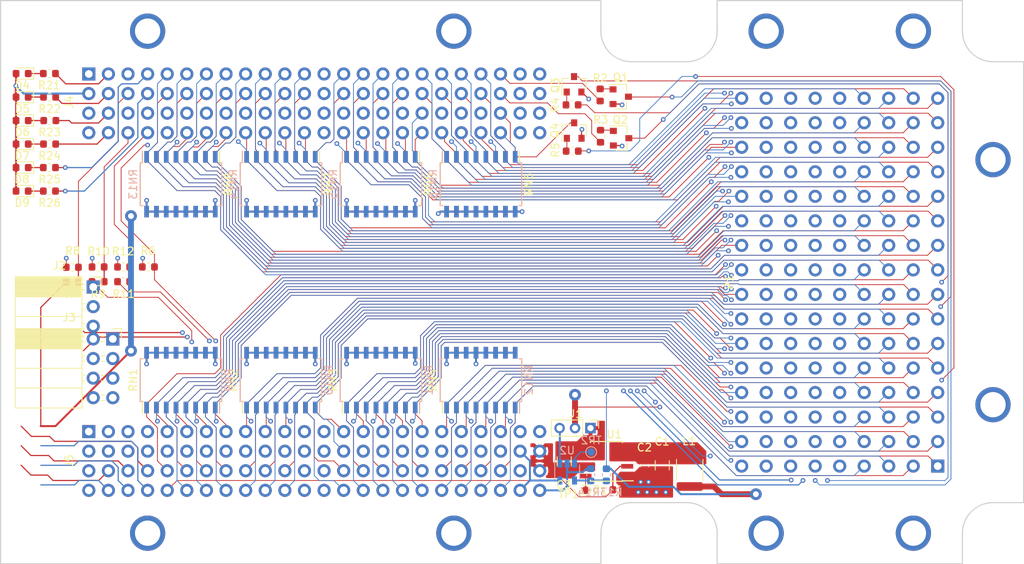
<source format=kicad_pcb>
(kicad_pcb (version 20171130) (host pcbnew 5.0.1)
  (layers (0 F.Cu signal) (1 In1.Cu signal) (2 In2.Cu signal) (31 B.Cu signal) (34 B.Paste user) (35 F.Paste user) (36 B.SilkS user) (37 F.SilkS user) (38 B.Mask user) (39 F.Mask user) (44 Edge.Cuts user))
  (net 0 "")
  (net 1 "Net-(J4-Pad3)")
  (net 2 GND)
  (net 3 /StyxConnectors/DBG1)
  (net 4 /StyxConnectors/DBG2)
  (net 5 /StyxConnectors/DBG3)
  (net 6 /StyxConnectors/DBG4)
  (net 7 +3V3_FPGA)
  (net 8 MRAG)
  (net 9 MWAG)
  (net 10 MRGG)
  (net 11 MSP)
  (net 12 MGP_n)
  (net 13 MRLG)
  (net 14 MRSC)
  (net 15 MONWT)
  (net 16 MWLG)
  (net 17 MINKL)
  (net 18 MINHL)
  (net 19 MGOJAM)
  (net 20 MSTPIT_n)
  (net 21 MPAL_n)
  (net 22 MRPTAL_n)
  (net 23 MTCAL_n)
  (net 24 MCTRAL_n)
  (net 25 MIIP)
  (net 26 MBR2)
  (net 27 MBR1)
  (net 28 MSQ16)
  (net 29 MSQEXT)
  (net 30 MSQ14)
  (net 31 MSQ13)
  (net 32 MSQ12)
  (net 33 MSQ11)
  (net 34 MSQ10)
  (net 35 MWBG)
  (net 36 MWQG)
  (net 37 MWYG)
  (net 38 MWZG)
  (net 39 MWSG)
  (net 40 MTCSA_n)
  (net 41 MST3)
  (net 42 MST2)
  (net 43 MST1)
  (net 44 ADC_3V3_P)
  (net 45 MT12)
  (net 46 MT11)
  (net 47 MT10)
  (net 48 MT09)
  (net 49 MT08)
  (net 50 MT07)
  (net 51 MT06)
  (net 52 MT05)
  (net 53 MT04)
  (net 54 MT03)
  (net 55 MT02)
  (net 56 MT01)
  (net 57 MWL16)
  (net 58 MWL15)
  (net 59 MWL14)
  (net 60 MWL13)
  (net 61 MWL12)
  (net 62 MWL11)
  (net 63 MWL10)
  (net 64 MWL09)
  (net 65 MWL08)
  (net 66 MWL07)
  (net 67 MWL06)
  (net 68 MWL05)
  (net 69 MWL04)
  (net 70 MWL03)
  (net 71 MWL02)
  (net 72 MWL01)
  (net 73 MTLO)
  (net 74 MRCH)
  (net 75 MWCH)
  (net 76 ADC_4SW_P)
  (net 77 ADC_BPLSSW_P)
  (net 78 MWATCH_n)
  (net 79 MREQIN)
  (net 80 MNISQ)
  (net 81 MWG)
  (net 82 MDT01)
  (net 83 MDT02)
  (net 84 MDT03)
  (net 85 MDT04)
  (net 86 MDT05)
  (net 87 MDT06)
  (net 88 MDT07)
  (net 89 MDT08)
  (net 90 MDT09)
  (net 91 MDT10)
  (net 92 MDT11)
  (net 93 MDT12)
  (net 94 MDT13)
  (net 95 MDT14)
  (net 96 MDT15)
  (net 97 MDT16)
  (net 98 MRULOG)
  (net 99 MWFBG)
  (net 100 MWEBG)
  (net 101 MWBBEG)
  (net 102 ALGA)
  (net 103 STRT1)
  (net 104 STRT2)
  (net 105 MNHSBF)
  (net 106 MNHNC)
  (net 107 MNHRPT)
  (net 108 MTCSAI)
  (net 109 MSTRT)
  (net 110 MSTP)
  (net 111 MSBSTP)
  (net 112 MRDCH)
  (net 113 MLDCH)
  (net 114 CTRL1)
  (net 115 CTRL2)
  (net 116 MONPAR)
  (net 117 MONWBK)
  (net 118 MLOAD)
  (net 119 MREAD)
  (net 120 MON800)
  (net 121 MPIPAL_n)
  (net 122 BPLSSW)
  (net 123 +4SW)
  (net 124 MSP803)
  (net 125 SIGNY)
  (net 126 MSP805)
  (net 127 MSP806)
  (net 128 MSP807)
  (net 129 MSCDBL_n)
  (net 130 NHALGA)
  (net 131 DOSCAL)
  (net 132 DBLTST)
  (net 133 MWARNF_n)
  (net 134 OUTCOM)
  (net 135 MSCAFL_n)
  (net 136 MOSCAL_n)
  (net 137 MVFAIL_n)
  (net 138 MSP902)
  (net 139 MSP904)
  (net 140 MAMU)
  (net 141 MSP908)
  (net 142 MSP910)
  (net 143 MSP912)
  (net 144 MSP914)
  (net 145 MSP916)
  (net 146 SIGNY_n)
  (net 147 "Net-(Q1-Pad1)")
  (net 148 "Net-(Q2-Pad1)")
  (net 149 "Net-(Q3-Pad1)")
  (net 150 "Net-(C1-Pad1)")
  (net 151 +3V3_AGC)
  (net 152 /StyxConnectors/LED1)
  (net 153 /StyxConnectors/LED2)
  (net 154 /StyxConnectors/LED3)
  (net 155 /StyxConnectors/LED4)
  (net 156 /StyxConnectors/DBG5)
  (net 157 /StyxConnectors/DBG6)
  (net 158 "Net-(J5-Pad1)")
  (net 159 "Net-(J5-Pad2)")
  (net 160 "Net-(J5-Pad5)")
  (net 161 "Net-(J5-Pad6)")
  (net 162 "Net-(J5-Pad9)")
  (net 163 "Net-(J5-Pad10)")
  (net 164 "Net-(J5-Pad13)")
  (net 165 "Net-(J5-Pad14)")
  (net 166 EN_3V3_AGC)
  (net 167 "Net-(J5-Pad89)")
  (net 168 "Net-(J5-Pad91)")
  (net 169 "Net-(D4-Pad1)")
  (net 170 "Net-(D5-Pad1)")
  (net 171 "Net-(D6-Pad1)")
  (net 172 "Net-(D7-Pad1)")
  (net 173 +3V3_IO)
  (net 174 NHSTRT1)
  (net 175 NHSTRT2)
  (net 176 "Net-(Q4-Pad1)")
  (net 177 "Net-(TP1-Pad1)")
  (net 178 "Net-(J1-Pad3)")
  (net 179 "Net-(R13-Pad2)")
  (net 180 "Net-(TP2-Pad1)")
  (net 181 "Net-(RN9-Pad8)")
  (net 182 "Net-(D8-Pad1)")
  (net 183 "Net-(D9-Pad1)")
  (net 184 /StyxConnectors/LED5)
  (net 185 /StyxConnectors/LED6)
  (net 186 "Net-(J4-Pad96)")
  (net 187 "Net-(J4-Pad95)")
  (net 188 "Net-(J4-Pad94)")
  (net 189 "Net-(J4-Pad93)")
  (net 190 "Net-(J5-Pad3)")
  (net 191 /StyxConnectors/3V3_LED)
  (module agc_monitor:test_connector (layer F.Cu) (at 203.2 101.6 270)
    (fp_text reference P1 (at 0 14.2875 270) (layer F.SilkS))
    (fp_text value test_connector hide)
    (pad 916 thru_hole circle (at -23.8506 12.7 270) (size 1.7 1.7) (drill 1) (layers *.Cu *.Mask) (net 145 MSP916))
    (pad 915 thru_hole circle (at -20.67052 12.7 270) (size 1.7 1.7) (drill 1) (layers *.Cu *.Mask) (net 2 GND))
    (pad 914 thru_hole circle (at -17.49044 12.7 270) (size 1.7 1.7) (drill 1) (layers *.Cu *.Mask) (net 144 MSP914))
    (pad 913 thru_hole circle (at -14.31036 12.7 270) (size 1.7 1.7) (drill 1) (layers *.Cu *.Mask) (net 2 GND))
    (pad 912 thru_hole circle (at -11.13028 12.7 270) (size 1.7 1.7) (drill 1) (layers *.Cu *.Mask) (net 143 MSP912))
    (pad 911 thru_hole circle (at -7.9502 12.7 270) (size 1.7 1.7) (drill 1) (layers *.Cu *.Mask) (net 2 GND))
    (pad 910 thru_hole circle (at -4.77012 12.7 270) (size 1.7 1.7) (drill 1) (layers *.Cu *.Mask) (net 142 MSP910))
    (pad 909 thru_hole circle (at -1.59004 12.7 270) (size 1.7 1.7) (drill 1) (layers *.Cu *.Mask) (net 2 GND))
    (pad 908 thru_hole circle (at 1.59004 12.7 270) (size 1.7 1.7) (drill 1) (layers *.Cu *.Mask) (net 141 MSP908))
    (pad 907 thru_hole circle (at 4.77012 12.7 270) (size 1.7 1.7) (drill 1) (layers *.Cu *.Mask) (net 2 GND))
    (pad 906 thru_hole circle (at 7.9502 12.7 270) (size 1.7 1.7) (drill 1) (layers *.Cu *.Mask) (net 140 MAMU))
    (pad 905 thru_hole circle (at 11.13028 12.7 270) (size 1.7 1.7) (drill 1) (layers *.Cu *.Mask) (net 2 GND))
    (pad 904 thru_hole circle (at 14.31036 12.7 270) (size 1.7 1.7) (drill 1) (layers *.Cu *.Mask) (net 139 MSP904))
    (pad 903 thru_hole circle (at 17.49044 12.7 270) (size 1.7 1.7) (drill 1) (layers *.Cu *.Mask) (net 2 GND))
    (pad 902 thru_hole circle (at 20.67052 12.7 270) (size 1.7 1.7) (drill 1) (layers *.Cu *.Mask) (net 138 MSP902))
    (pad 901 thru_hole circle (at 23.8506 12.7 270) (size 1.7 1.7) (drill 1) (layers *.Cu *.Mask) (net 2 GND))
    (pad 816 thru_hole circle (at -23.8506 9.525 270) (size 1.7 1.7) (drill 1) (layers *.Cu *.Mask) (net 137 MVFAIL_n))
    (pad 815 thru_hole circle (at -20.67052 9.525 270) (size 1.7 1.7) (drill 1) (layers *.Cu *.Mask) (net 136 MOSCAL_n))
    (pad 814 thru_hole circle (at -17.49044 9.525 270) (size 1.7 1.7) (drill 1) (layers *.Cu *.Mask) (net 135 MSCAFL_n))
    (pad 813 thru_hole circle (at -14.31036 9.525 270) (size 1.7 1.7) (drill 1) (layers *.Cu *.Mask) (net 134 OUTCOM))
    (pad 812 thru_hole circle (at -11.13028 9.525 270) (size 1.7 1.7) (drill 1) (layers *.Cu *.Mask) (net 133 MWARNF_n))
    (pad 811 thru_hole circle (at -7.9502 9.525 270) (size 1.7 1.7) (drill 1) (layers *.Cu *.Mask) (net 132 DBLTST))
    (pad 810 thru_hole circle (at -4.77012 9.525 270) (size 1.7 1.7) (drill 1) (layers *.Cu *.Mask) (net 131 DOSCAL))
    (pad 809 thru_hole circle (at -1.59004 9.525 270) (size 1.7 1.7) (drill 1) (layers *.Cu *.Mask) (net 130 NHALGA))
    (pad 808 thru_hole circle (at 1.59004 9.525 270) (size 1.7 1.7) (drill 1) (layers *.Cu *.Mask) (net 129 MSCDBL_n))
    (pad 807 thru_hole circle (at 4.77012 9.525 270) (size 1.7 1.7) (drill 1) (layers *.Cu *.Mask) (net 128 MSP807))
    (pad 806 thru_hole circle (at 7.9502 9.525 270) (size 1.7 1.7) (drill 1) (layers *.Cu *.Mask) (net 127 MSP806))
    (pad 805 thru_hole circle (at 11.13028 9.525 270) (size 1.7 1.7) (drill 1) (layers *.Cu *.Mask) (net 126 MSP805))
    (pad 804 thru_hole circle (at 14.31036 9.525 270) (size 1.7 1.7) (drill 1) (layers *.Cu *.Mask) (net 125 SIGNY))
    (pad 803 thru_hole circle (at 17.49044 9.525 270) (size 1.7 1.7) (drill 1) (layers *.Cu *.Mask) (net 124 MSP803))
    (pad 802 thru_hole circle (at 20.67052 9.525 270) (size 1.7 1.7) (drill 1) (layers *.Cu *.Mask) (net 123 +4SW))
    (pad 801 thru_hole circle (at 23.8506 9.525 270) (size 1.7 1.7) (drill 1) (layers *.Cu *.Mask) (net 122 BPLSSW))
    (pad 716 thru_hole circle (at -23.8506 6.35 270) (size 1.7 1.7) (drill 1) (layers *.Cu *.Mask) (net 121 MPIPAL_n))
    (pad 715 thru_hole circle (at -20.67052 6.35 270) (size 1.7 1.7) (drill 1) (layers *.Cu *.Mask) (net 120 MON800))
    (pad 714 thru_hole circle (at -17.49044 6.35 270) (size 1.7 1.7) (drill 1) (layers *.Cu *.Mask) (net 119 MREAD))
    (pad 713 thru_hole circle (at -14.31036 6.35 270) (size 1.7 1.7) (drill 1) (layers *.Cu *.Mask) (net 118 MLOAD))
    (pad 712 thru_hole circle (at -11.13028 6.35 270) (size 1.7 1.7) (drill 1) (layers *.Cu *.Mask) (net 78 MWATCH_n))
    (pad 711 thru_hole circle (at -7.9502 6.35 270) (size 1.7 1.7) (drill 1) (layers *.Cu *.Mask) (net 79 MREQIN))
    (pad 710 thru_hole circle (at -4.77012 6.35 270) (size 1.7 1.7) (drill 1) (layers *.Cu *.Mask) (net 80 MNISQ))
    (pad 709 thru_hole circle (at -1.59004 6.35 270) (size 1.7 1.7) (drill 1) (layers *.Cu *.Mask) (net 81 MWG))
    (pad 708 thru_hole circle (at 1.59004 6.35 270) (size 1.7 1.7) (drill 1) (layers *.Cu *.Mask) (net 117 MONWBK))
    (pad 707 thru_hole circle (at 4.77012 6.35 270) (size 1.7 1.7) (drill 1) (layers *.Cu *.Mask) (net 116 MONPAR))
    (pad 706 thru_hole circle (at 7.9502 6.35 270) (size 1.7 1.7) (drill 1) (layers *.Cu *.Mask) (net 74 MRCH))
    (pad 705 thru_hole circle (at 11.13028 6.35 270) (size 1.7 1.7) (drill 1) (layers *.Cu *.Mask) (net 75 MWCH))
    (pad 704 thru_hole circle (at 14.31036 6.35 270) (size 1.7 1.7) (drill 1) (layers *.Cu *.Mask) (net 73 MTLO))
    (pad 703 thru_hole circle (at 17.49044 6.35 270) (size 1.7 1.7) (drill 1) (layers *.Cu *.Mask) (net 173 +3V3_IO))
    (pad 702 thru_hole circle (at 20.67052 6.35 270) (size 1.7 1.7) (drill 1) (layers *.Cu *.Mask) (net 115 CTRL2))
    (pad 701 thru_hole circle (at 23.8506 6.35 270) (size 1.7 1.7) (drill 1) (layers *.Cu *.Mask) (net 114 CTRL1))
    (pad 616 thru_hole circle (at -23.8506 3.175 270) (size 1.7 1.7) (drill 1) (layers *.Cu *.Mask) (net 8 MRAG))
    (pad 615 thru_hole circle (at -20.67052 3.175 270) (size 1.7 1.7) (drill 1) (layers *.Cu *.Mask) (net 9 MWAG))
    (pad 614 thru_hole circle (at -17.49044 3.175 270) (size 1.7 1.7) (drill 1) (layers *.Cu *.Mask) (net 10 MRGG))
    (pad 613 thru_hole circle (at -14.31036 3.175 270) (size 1.7 1.7) (drill 1) (layers *.Cu *.Mask) (net 11 MSP))
    (pad 612 thru_hole circle (at -11.13028 3.175 270) (size 1.7 1.7) (drill 1) (layers *.Cu *.Mask) (net 12 MGP_n))
    (pad 611 thru_hole circle (at -7.9502 3.175 270) (size 1.7 1.7) (drill 1) (layers *.Cu *.Mask) (net 113 MLDCH))
    (pad 610 thru_hole circle (at -4.77012 3.175 270) (size 1.7 1.7) (drill 1) (layers *.Cu *.Mask) (net 112 MRDCH))
    (pad 609 thru_hole circle (at -1.59004 3.175 270) (size 1.7 1.7) (drill 1) (layers *.Cu *.Mask) (net 111 MSBSTP))
    (pad 608 thru_hole circle (at 1.59004 3.175 270) (size 1.7 1.7) (drill 1) (layers *.Cu *.Mask) (net 110 MSTP))
    (pad 607 thru_hole circle (at 4.77012 3.175 270) (size 1.7 1.7) (drill 1) (layers *.Cu *.Mask) (net 109 MSTRT))
    (pad 606 thru_hole circle (at 7.9502 3.175 270) (size 1.7 1.7) (drill 1) (layers *.Cu *.Mask) (net 108 MTCSAI))
    (pad 605 thru_hole circle (at 11.13028 3.175 270) (size 1.7 1.7) (drill 1) (layers *.Cu *.Mask) (net 107 MNHRPT))
    (pad 604 thru_hole circle (at 14.31036 3.175 270) (size 1.7 1.7) (drill 1) (layers *.Cu *.Mask) (net 106 MNHNC))
    (pad 603 thru_hole circle (at 17.49044 3.175 270) (size 1.7 1.7) (drill 1) (layers *.Cu *.Mask) (net 105 MNHSBF))
    (pad 602 thru_hole circle (at 20.67052 3.175 270) (size 1.7 1.7) (drill 1) (layers *.Cu *.Mask) (net 104 STRT2))
    (pad 601 thru_hole circle (at 23.8506 3.175 270) (size 1.7 1.7) (drill 1) (layers *.Cu *.Mask) (net 103 STRT1))
    (pad 516 thru_hole circle (at -23.8506 0 270) (size 1.7 1.7) (drill 1) (layers *.Cu *.Mask) (net 13 MRLG))
    (pad 515 thru_hole circle (at -20.67052 0 270) (size 1.7 1.7) (drill 1) (layers *.Cu *.Mask) (net 14 MRSC))
    (pad 514 thru_hole circle (at -17.49044 0 270) (size 1.7 1.7) (drill 1) (layers *.Cu *.Mask) (net 15 MONWT))
    (pad 513 thru_hole circle (at -14.31036 0 270) (size 1.7 1.7) (drill 1) (layers *.Cu *.Mask) (net 16 MWLG))
    (pad 512 thru_hole circle (at -11.13028 0 270) (size 1.7 1.7) (drill 1) (layers *.Cu *.Mask) (net 17 MINKL))
    (pad 511 thru_hole circle (at -7.9502 0 270) (size 1.7 1.7) (drill 1) (layers *.Cu *.Mask) (net 18 MINHL))
    (pad 510 thru_hole circle (at -4.77012 0 270) (size 1.7 1.7) (drill 1) (layers *.Cu *.Mask) (net 19 MGOJAM))
    (pad 509 thru_hole circle (at -1.59004 0 270) (size 1.7 1.7) (drill 1) (layers *.Cu *.Mask) (net 20 MSTPIT_n))
    (pad 508 thru_hole circle (at 1.59004 0 270) (size 1.7 1.7) (drill 1) (layers *.Cu *.Mask) (net 21 MPAL_n))
    (pad 507 thru_hole circle (at 4.77012 0 270) (size 1.7 1.7) (drill 1) (layers *.Cu *.Mask) (net 102 ALGA))
    (pad 506 thru_hole circle (at 7.9502 0 270) (size 1.7 1.7) (drill 1) (layers *.Cu *.Mask) (net 22 MRPTAL_n))
    (pad 505 thru_hole circle (at 11.13028 0 270) (size 1.7 1.7) (drill 1) (layers *.Cu *.Mask) (net 23 MTCAL_n))
    (pad 504 thru_hole circle (at 14.31036 0 270) (size 1.7 1.7) (drill 1) (layers *.Cu *.Mask) (net 24 MCTRAL_n))
    (pad 503 thru_hole circle (at 17.49044 0 270) (size 1.7 1.7) (drill 1) (layers *.Cu *.Mask) (net 25 MIIP))
    (pad 502 thru_hole circle (at 20.67052 0 270) (size 1.7 1.7) (drill 1) (layers *.Cu *.Mask) (net 26 MBR2))
    (pad 501 thru_hole circle (at 23.8506 0 270) (size 1.7 1.7) (drill 1) (layers *.Cu *.Mask) (net 27 MBR1))
    (pad 416 thru_hole circle (at -23.8506 -3.175 270) (size 1.7 1.7) (drill 1) (layers *.Cu *.Mask) (net 28 MSQ16))
    (pad 415 thru_hole circle (at -20.67052 -3.175 270) (size 1.7 1.7) (drill 1) (layers *.Cu *.Mask) (net 29 MSQEXT))
    (pad 414 thru_hole circle (at -17.49044 -3.175 270) (size 1.7 1.7) (drill 1) (layers *.Cu *.Mask) (net 30 MSQ14))
    (pad 413 thru_hole circle (at -14.31036 -3.175 270) (size 1.7 1.7) (drill 1) (layers *.Cu *.Mask) (net 31 MSQ13))
    (pad 412 thru_hole circle (at -11.13028 -3.175 270) (size 1.7 1.7) (drill 1) (layers *.Cu *.Mask) (net 32 MSQ12))
    (pad 411 thru_hole circle (at -7.9502 -3.175 270) (size 1.7 1.7) (drill 1) (layers *.Cu *.Mask) (net 33 MSQ11))
    (pad 410 thru_hole circle (at -4.77012 -3.175 270) (size 1.7 1.7) (drill 1) (layers *.Cu *.Mask) (net 34 MSQ10))
    (pad 409 thru_hole circle (at -1.59004 -3.175 270) (size 1.7 1.7) (drill 1) (layers *.Cu *.Mask) (net 35 MWBG))
    (pad 408 thru_hole circle (at 1.59004 -3.175 270) (size 1.7 1.7) (drill 1) (layers *.Cu *.Mask) (net 36 MWQG))
    (pad 407 thru_hole circle (at 4.77012 -3.175 270) (size 1.7 1.7) (drill 1) (layers *.Cu *.Mask) (net 37 MWYG))
    (pad 406 thru_hole circle (at 7.9502 -3.175 270) (size 1.7 1.7) (drill 1) (layers *.Cu *.Mask) (net 38 MWZG))
    (pad 405 thru_hole circle (at 11.13028 -3.175 270) (size 1.7 1.7) (drill 1) (layers *.Cu *.Mask) (net 39 MWSG))
    (pad 404 thru_hole circle (at 14.31036 -3.175 270) (size 1.7 1.7) (drill 1) (layers *.Cu *.Mask) (net 40 MTCSA_n))
    (pad 403 thru_hole circle (at 17.49044 -3.175 270) (size 1.7 1.7) (drill 1) (layers *.Cu *.Mask) (net 41 MST3))
    (pad 402 thru_hole circle (at 20.67052 -3.175 270) (size 1.7 1.7) (drill 1) (layers *.Cu *.Mask) (net 42 MST2))
    (pad 401 thru_hole circle (at 23.8506 -3.175 270) (size 1.7 1.7) (drill 1) (layers *.Cu *.Mask) (net 43 MST1))
    (pad 316 thru_hole circle (at -23.8506 -6.35 270) (size 1.7 1.7) (drill 1) (layers *.Cu *.Mask) (net 101 MWBBEG))
    (pad 315 thru_hole circle (at -20.67052 -6.35 270) (size 1.7 1.7) (drill 1) (layers *.Cu *.Mask) (net 100 MWEBG))
    (pad 314 thru_hole circle (at -17.49044 -6.35 270) (size 1.7 1.7) (drill 1) (layers *.Cu *.Mask) (net 99 MWFBG))
    (pad 313 thru_hole circle (at -14.31036 -6.35 270) (size 1.7 1.7) (drill 1) (layers *.Cu *.Mask) (net 98 MRULOG))
    (pad 312 thru_hole circle (at -11.13028 -6.35 270) (size 1.7 1.7) (drill 1) (layers *.Cu *.Mask) (net 45 MT12))
    (pad 311 thru_hole circle (at -7.9502 -6.35 270) (size 1.7 1.7) (drill 1) (layers *.Cu *.Mask) (net 46 MT11))
    (pad 310 thru_hole circle (at -4.77012 -6.35 270) (size 1.7 1.7) (drill 1) (layers *.Cu *.Mask) (net 47 MT10))
    (pad 309 thru_hole circle (at -1.59004 -6.35 270) (size 1.7 1.7) (drill 1) (layers *.Cu *.Mask) (net 48 MT09))
    (pad 308 thru_hole circle (at 1.59004 -6.35 270) (size 1.7 1.7) (drill 1) (layers *.Cu *.Mask) (net 49 MT08))
    (pad 307 thru_hole circle (at 4.77012 -6.35 270) (size 1.7 1.7) (drill 1) (layers *.Cu *.Mask) (net 50 MT07))
    (pad 306 thru_hole circle (at 7.9502 -6.35 270) (size 1.7 1.7) (drill 1) (layers *.Cu *.Mask) (net 51 MT06))
    (pad 305 thru_hole circle (at 11.13028 -6.35 270) (size 1.7 1.7) (drill 1) (layers *.Cu *.Mask) (net 52 MT05))
    (pad 304 thru_hole circle (at 14.31036 -6.35 270) (size 1.7 1.7) (drill 1) (layers *.Cu *.Mask) (net 53 MT04))
    (pad 303 thru_hole circle (at 17.49044 -6.35 270) (size 1.7 1.7) (drill 1) (layers *.Cu *.Mask) (net 54 MT03))
    (pad 302 thru_hole circle (at 20.67052 -6.35 270) (size 1.7 1.7) (drill 1) (layers *.Cu *.Mask) (net 55 MT02))
    (pad 301 thru_hole circle (at 23.8506 -6.35 270) (size 1.7 1.7) (drill 1) (layers *.Cu *.Mask) (net 56 MT01))
    (pad 216 thru_hole circle (at -23.8506 -9.525 270) (size 1.7 1.7) (drill 1) (layers *.Cu *.Mask) (net 57 MWL16))
    (pad 215 thru_hole circle (at -20.67052 -9.525 270) (size 1.7 1.7) (drill 1) (layers *.Cu *.Mask) (net 58 MWL15))
    (pad 214 thru_hole circle (at -17.49044 -9.525 270) (size 1.7 1.7) (drill 1) (layers *.Cu *.Mask) (net 59 MWL14))
    (pad 213 thru_hole circle (at -14.31036 -9.525 270) (size 1.7 1.7) (drill 1) (layers *.Cu *.Mask) (net 60 MWL13))
    (pad 212 thru_hole circle (at -11.13028 -9.525 270) (size 1.7 1.7) (drill 1) (layers *.Cu *.Mask) (net 61 MWL12))
    (pad 211 thru_hole circle (at -7.9502 -9.525 270) (size 1.7 1.7) (drill 1) (layers *.Cu *.Mask) (net 62 MWL11))
    (pad 210 thru_hole circle (at -4.77012 -9.525 270) (size 1.7 1.7) (drill 1) (layers *.Cu *.Mask) (net 63 MWL10))
    (pad 209 thru_hole circle (at -1.59004 -9.525 270) (size 1.7 1.7) (drill 1) (layers *.Cu *.Mask) (net 64 MWL09))
    (pad 208 thru_hole circle (at 1.59004 -9.525 270) (size 1.7 1.7) (drill 1) (layers *.Cu *.Mask) (net 65 MWL08))
    (pad 207 thru_hole circle (at 4.77012 -9.525 270) (size 1.7 1.7) (drill 1) (layers *.Cu *.Mask) (net 66 MWL07))
    (pad 206 thru_hole circle (at 7.9502 -9.525 270) (size 1.7 1.7) (drill 1) (layers *.Cu *.Mask) (net 67 MWL06))
    (pad 205 thru_hole circle (at 11.13028 -9.525 270) (size 1.7 1.7) (drill 1) (layers *.Cu *.Mask) (net 68 MWL05))
    (pad 204 thru_hole circle (at 14.31036 -9.525 270) (size 1.7 1.7) (drill 1) (layers *.Cu *.Mask) (net 69 MWL04))
    (pad 203 thru_hole circle (at 17.49044 -9.525 270) (size 1.7 1.7) (drill 1) (layers *.Cu *.Mask) (net 70 MWL03))
    (pad 202 thru_hole circle (at 20.67052 -9.525 270) (size 1.7 1.7) (drill 1) (layers *.Cu *.Mask) (net 71 MWL02))
    (pad 201 thru_hole circle (at 23.8506 -9.525 270) (size 1.7 1.7) (drill 1) (layers *.Cu *.Mask) (net 72 MWL01))
    (pad 116 thru_hole circle (at -23.8506 -12.7 270) (size 1.7 1.7) (drill 1) (layers *.Cu *.Mask) (net 97 MDT16))
    (pad 115 thru_hole circle (at -20.67052 -12.7 270) (size 1.7 1.7) (drill 1) (layers *.Cu *.Mask) (net 96 MDT15))
    (pad 114 thru_hole circle (at -17.49044 -12.7 270) (size 1.7 1.7) (drill 1) (layers *.Cu *.Mask) (net 95 MDT14))
    (pad 113 thru_hole circle (at -14.31036 -12.7 270) (size 1.7 1.7) (drill 1) (layers *.Cu *.Mask) (net 94 MDT13))
    (pad 112 thru_hole circle (at -11.13028 -12.7 270) (size 1.7 1.7) (drill 1) (layers *.Cu *.Mask) (net 93 MDT12))
    (pad 111 thru_hole circle (at -7.9502 -12.7 270) (size 1.7 1.7) (drill 1) (layers *.Cu *.Mask) (net 92 MDT11))
    (pad 110 thru_hole circle (at -4.77012 -12.7 270) (size 1.7 1.7) (drill 1) (layers *.Cu *.Mask) (net 91 MDT10))
    (pad 109 thru_hole circle (at -1.59004 -12.7 270) (size 1.7 1.7) (drill 1) (layers *.Cu *.Mask) (net 90 MDT09))
    (pad 108 thru_hole circle (at 1.59004 -12.7 270) (size 1.7 1.7) (drill 1) (layers *.Cu *.Mask) (net 89 MDT08))
    (pad 107 thru_hole circle (at 4.77012 -12.7 270) (size 1.7 1.7) (drill 1) (layers *.Cu *.Mask) (net 88 MDT07))
    (pad 106 thru_hole circle (at 7.9502 -12.7 270) (size 1.7 1.7) (drill 1) (layers *.Cu *.Mask) (net 87 MDT06))
    (pad 105 thru_hole circle (at 11.13028 -12.7 270) (size 1.7 1.7) (drill 1) (layers *.Cu *.Mask) (net 86 MDT05))
    (pad 104 thru_hole circle (at 14.31036 -12.7 270) (size 1.7 1.7) (drill 1) (layers *.Cu *.Mask) (net 85 MDT04))
    (pad 103 thru_hole circle (at 17.49044 -12.7 270) (size 1.7 1.7) (drill 1) (layers *.Cu *.Mask) (net 84 MDT03))
    (pad 102 thru_hole circle (at 20.67052 -12.7 270) (size 1.7 1.7) (drill 1) (layers *.Cu *.Mask) (net 83 MDT02))
    (pad 101 thru_hole rect (at 23.8506 -12.7 270) (size 1.7 1.7) (drill 1) (layers *.Cu *.Mask) (net 82 MDT01))
  )
  (module Capacitor_SMD:C_0603_1608Metric (layer F.Cu) (at 177.927 125.3745 270)
    (fp_text reference C2 (at -2.3369 0.0254) (layer F.SilkS))
    (fp_text value 0.1uF hide)
    (pad 2 smd roundrect (at 0.7875 0 270) (size 0.875 0.95) (layers F.Cu F.Paste F.Mask) (net 2 GND))
    (pad 1 smd roundrect (at -0.7875 0 270) (size 0.875 0.95) (layers F.Cu F.Paste F.Mask) (net 150 "Net-(C1-Pad1)"))
  )
  (module Resistor_SMD:R_0603_1608Metric (layer F.Cu) (at 172.212 82.677 270)
    (fp_text reference R3 (at -2.136412 -0.024778) (layer F.SilkS))
    (fp_text value 1.5k hide)
    (pad 2 smd roundrect (at 0.7875 0 270) (size 0.875 0.95) (layers F.Cu F.Paste F.Mask) (net 175 NHSTRT2))
    (pad 1 smd roundrect (at -0.7875 0 270) (size 0.875 0.95) (layers F.Cu F.Paste F.Mask) (net 148 "Net-(Q2-Pad1)"))
  )
  (module Resistor_SMD:R_0603_1608Metric (layer F.Cu) (at 174.5995 128.524)
    (fp_text reference R1 (at -2.451 0) (layer F.SilkS))
    (fp_text value 10k hide)
    (pad 1 smd roundrect (at -0.7875 0) (size 0.875 0.95) (layers F.Cu F.Paste F.Mask) (net 166 EN_3V3_AGC))
    (pad 2 smd roundrect (at 0.7875 0) (size 0.875 0.95) (layers F.Cu F.Paste F.Mask) (net 2 GND))
  )
  (module Resistor_SMD:R_0603_1608Metric (layer F.Cu) (at 172.16607 77.324268 270)
    (fp_text reference R2 (at -2.1845 0) (layer F.SilkS))
    (fp_text value 1.5k hide)
    (pad 2 smd roundrect (at 0.7875 0 270) (size 0.875 0.95) (layers F.Cu F.Paste F.Mask) (net 174 NHSTRT1))
    (pad 1 smd roundrect (at -0.7875 0 270) (size 0.875 0.95) (layers F.Cu F.Paste F.Mask) (net 147 "Net-(Q1-Pad1)"))
  )
  (module LED_SMD:LED_0603_1608Metric (layer F.Cu) (at 97.282 74.549 180)
    (fp_text reference D4 (at -0.0255 -1.524 180) (layer F.SilkS))
    (fp_text value LED hide)
    (pad 2 smd roundrect (at 0.7875 0 180) (size 0.875 0.95) (layers F.Cu F.Paste F.Mask) (net 191 /StyxConnectors/3V3_LED))
    (pad 1 smd roundrect (at -0.7875 0 180) (size 0.875 0.95) (layers F.Cu F.Paste F.Mask) (net 169 "Net-(D4-Pad1)"))
  )
  (module LED_SMD:LED_0603_1608Metric (layer F.Cu) (at 97.282 77.597 180)
    (fp_text reference D5 (at -0.0255 -1.524 180) (layer F.SilkS))
    (fp_text value LED hide)
    (pad 1 smd roundrect (at -0.7875 0 180) (size 0.875 0.95) (layers F.Cu F.Paste F.Mask) (net 170 "Net-(D5-Pad1)"))
    (pad 2 smd roundrect (at 0.7875 0 180) (size 0.875 0.95) (layers F.Cu F.Paste F.Mask) (net 191 /StyxConnectors/3V3_LED))
  )
  (module LED_SMD:LED_0603_1608Metric (layer F.Cu) (at 97.282 80.645 180)
    (fp_text reference D6 (at -0.0255 -1.524 180) (layer F.SilkS))
    (fp_text value LED hide)
    (pad 1 smd roundrect (at -0.7875 0 180) (size 0.875 0.95) (layers F.Cu F.Paste F.Mask) (net 171 "Net-(D6-Pad1)"))
    (pad 2 smd roundrect (at 0.7875 0 180) (size 0.875 0.95) (layers F.Cu F.Paste F.Mask) (net 191 /StyxConnectors/3V3_LED))
  )
  (module LED_SMD:LED_0603_1608Metric (layer F.Cu) (at 97.282 83.693 180)
    (fp_text reference D7 (at 0 -1.524 180) (layer F.SilkS))
    (fp_text value LED hide)
    (pad 2 smd roundrect (at 0.7875 0 180) (size 0.875 0.95) (layers F.Cu F.Paste F.Mask) (net 191 /StyxConnectors/3V3_LED))
    (pad 1 smd roundrect (at -0.7875 0 180) (size 0.875 0.95) (layers F.Cu F.Paste F.Mask) (net 172 "Net-(D7-Pad1)"))
  )
  (module Resistor_SMD:R_0603_1608Metric (layer F.Cu) (at 168.529 78.613)
    (fp_text reference R4 (at -2.1845 0 90) (layer F.SilkS))
    (fp_text value 1.5k hide)
    (pad 1 smd roundrect (at -0.7875 0) (size 0.875 0.95) (layers F.Cu F.Paste F.Mask) (net 149 "Net-(Q3-Pad1)"))
    (pad 2 smd roundrect (at 0.7875 0) (size 0.875 0.95) (layers F.Cu F.Paste F.Mask) (net 130 NHALGA))
  )
  (module Resistor_SMD:R_0603_1608Metric (layer F.Cu) (at 168.547226 84.609682)
    (fp_text reference R5 (at -2.1845 -0.127 270) (layer F.SilkS))
    (fp_text value 1.5k hide)
    (pad 2 smd roundrect (at 0.7875 0) (size 0.875 0.95) (layers F.Cu F.Paste F.Mask) (net 125 SIGNY))
    (pad 1 smd roundrect (at -0.7875 0) (size 0.875 0.95) (layers F.Cu F.Paste F.Mask) (net 176 "Net-(Q4-Pad1)"))
  )
  (module Resistor_SMD:R_0603_1608Metric (layer F.Cu) (at 113.6395 99.6315 180)
    (fp_text reference R6 (at 0.038 2.0955 180) (layer F.SilkS))
    (fp_text value 1.2k hide)
    (pad 2 smd roundrect (at 0.7875 0 180) (size 0.875 0.95) (layers F.Cu F.Paste F.Mask) (net 2 GND))
    (pad 1 smd roundrect (at -0.7875 0 180) (size 0.875 0.95) (layers F.Cu F.Paste F.Mask) (net 73 MTLO))
  )
  (module Resistor_SMD:R_0603_1608Metric (layer F.Cu) (at 103.786766 101.574629)
    (fp_text reference R7 (at 0.035734 1.549371) (layer F.SilkS))
    (fp_text value 4.7k hide)
    (pad 1 smd roundrect (at -0.7875 0) (size 0.875 0.95) (layers F.Cu F.Paste F.Mask) (net 173 +3V3_IO))
    (pad 2 smd roundrect (at 0.7875 0) (size 0.875 0.95) (layers F.Cu F.Paste F.Mask) (net 44 ADC_3V3_P))
  )
  (module Resistor_SMD:R_0603_1608Metric (layer F.Cu) (at 103.786766 99.669629 180)
    (fp_text reference R8 (at -0.035734 2.133629 180) (layer F.SilkS))
    (fp_text value 1.5k hide)
    (pad 1 smd roundrect (at -0.7875 0 180) (size 0.875 0.95) (layers F.Cu F.Paste F.Mask) (net 44 ADC_3V3_P))
    (pad 2 smd roundrect (at 0.7875 0 180) (size 0.875 0.95) (layers F.Cu F.Paste F.Mask) (net 2 GND))
  )
  (module Resistor_SMD:R_0603_1608Metric (layer F.Cu) (at 107.1245 101.5365)
    (fp_text reference R9 (at 0 1.5875) (layer F.SilkS))
    (fp_text value 4.7k hide)
    (pad 2 smd roundrect (at 0.7875 0) (size 0.875 0.95) (layers F.Cu F.Paste F.Mask) (net 76 ADC_4SW_P))
    (pad 1 smd roundrect (at -0.7875 0) (size 0.875 0.95) (layers F.Cu F.Paste F.Mask) (net 123 +4SW))
  )
  (module Resistor_SMD:R_0603_1608Metric (layer F.Cu) (at 107.1245 99.6315 180)
    (fp_text reference R10 (at -0.0635 2.032 180) (layer F.SilkS))
    (fp_text value 1.2k hide)
    (pad 1 smd roundrect (at -0.7875 0 180) (size 0.875 0.95) (layers F.Cu F.Paste F.Mask) (net 76 ADC_4SW_P))
    (pad 2 smd roundrect (at 0.7875 0 180) (size 0.875 0.95) (layers F.Cu F.Paste F.Mask) (net 2 GND))
  )
  (module Resistor_SMD:R_0603_1608Metric (layer F.Cu) (at 110.4265 101.5365)
    (fp_text reference R11 (at 0 1.5875) (layer F.SilkS))
    (fp_text value 22k hide)
    (pad 2 smd roundrect (at 0.7875 0) (size 0.875 0.95) (layers F.Cu F.Paste F.Mask) (net 77 ADC_BPLSSW_P))
    (pad 1 smd roundrect (at -0.7875 0) (size 0.875 0.95) (layers F.Cu F.Paste F.Mask) (net 122 BPLSSW))
  )
  (module Resistor_SMD:R_0603_1608Metric (layer F.Cu) (at 110.4265 99.6315 180)
    (fp_text reference R12 (at 0.0635 2.032 180) (layer F.SilkS))
    (fp_text value 1.5k hide)
    (pad 1 smd roundrect (at -0.7875 0 180) (size 0.875 0.95) (layers F.Cu F.Paste F.Mask) (net 77 ADC_BPLSSW_P))
    (pad 2 smd roundrect (at 0.7875 0 180) (size 0.875 0.95) (layers F.Cu F.Paste F.Mask) (net 2 GND))
  )
  (module Resistor_SMD:R_0603_1608Metric (layer F.Cu) (at 100.8125 74.549)
    (fp_text reference R21 (at -0.0255 1.524) (layer F.SilkS))
    (fp_text value 330 hide)
    (pad 2 smd roundrect (at 0.7875 0) (size 0.875 0.95) (layers F.Cu F.Paste F.Mask) (net 152 /StyxConnectors/LED1))
    (pad 1 smd roundrect (at -0.7875 0) (size 0.875 0.95) (layers F.Cu F.Paste F.Mask) (net 169 "Net-(D4-Pad1)"))
  )
  (module Resistor_SMD:R_0603_1608Metric (layer F.Cu) (at 100.838 77.597)
    (fp_text reference R22 (at 0 1.524) (layer F.SilkS))
    (fp_text value 330 hide)
    (pad 1 smd roundrect (at -0.7875 0) (size 0.875 0.95) (layers F.Cu F.Paste F.Mask) (net 170 "Net-(D5-Pad1)"))
    (pad 2 smd roundrect (at 0.7875 0) (size 0.875 0.95) (layers F.Cu F.Paste F.Mask) (net 153 /StyxConnectors/LED2))
  )
  (module Resistor_SMD:R_0603_1608Metric (layer F.Cu) (at 100.8635 80.645)
    (fp_text reference R23 (at -0.0255 1.524) (layer F.SilkS))
    (fp_text value 330 hide)
    (pad 2 smd roundrect (at 0.7875 0) (size 0.875 0.95) (layers F.Cu F.Paste F.Mask) (net 154 /StyxConnectors/LED3))
    (pad 1 smd roundrect (at -0.7875 0) (size 0.875 0.95) (layers F.Cu F.Paste F.Mask) (net 171 "Net-(D6-Pad1)"))
  )
  (module Resistor_SMD:R_0603_1608Metric (layer F.Cu) (at 100.838 83.693)
    (fp_text reference R24 (at 0 1.524) (layer F.SilkS))
    (fp_text value 330 hide)
    (pad 1 smd roundrect (at -0.7875 0) (size 0.875 0.95) (layers F.Cu F.Paste F.Mask) (net 172 "Net-(D7-Pad1)"))
    (pad 2 smd roundrect (at 0.7875 0) (size 0.875 0.95) (layers F.Cu F.Paste F.Mask) (net 155 /StyxConnectors/LED4))
  )
  (module Package_TO_SOT_SMD:SOT-23 (layer F.Cu) (at 174.83307 77.552768)
    (fp_text reference Q1 (at 0 -2.5) (layer F.SilkS))
    (fp_text value MMBT3904 hide)
    (pad 3 smd rect (at 1 0) (size 0.9 0.8) (layers F.Cu F.Paste F.Mask) (net 103 STRT1))
    (pad 2 smd rect (at -1 0.95) (size 0.9 0.8) (layers F.Cu F.Paste F.Mask) (net 2 GND))
    (pad 1 smd rect (at -1 -0.95) (size 0.9 0.8) (layers F.Cu F.Paste F.Mask) (net 147 "Net-(Q1-Pad1)"))
  )
  (module Package_TO_SOT_SMD:SOT-23 (layer F.Cu) (at 174.879 82.931)
    (fp_text reference Q2 (at -0.102222 -2.390412 -180) (layer F.SilkS))
    (fp_text value MMBT3904 hide)
    (pad 1 smd rect (at -1 -0.95) (size 0.9 0.8) (layers F.Cu F.Paste F.Mask) (net 148 "Net-(Q2-Pad1)"))
    (pad 2 smd rect (at -1 0.95) (size 0.9 0.8) (layers F.Cu F.Paste F.Mask) (net 2 GND))
    (pad 3 smd rect (at 1 0) (size 0.9 0.8) (layers F.Cu F.Paste F.Mask) (net 104 STRT2))
  )
  (module Package_TO_SOT_SMD:SOT-23 (layer F.Cu) (at 168.783 75.946 90)
    (fp_text reference Q3 (at -0.127 -2.413 270) (layer F.SilkS))
    (fp_text value MMBT3904 hide)
    (pad 1 smd rect (at -1 -0.95 90) (size 0.9 0.8) (layers F.Cu F.Paste F.Mask) (net 149 "Net-(Q3-Pad1)"))
    (pad 2 smd rect (at -1 0.95 90) (size 0.9 0.8) (layers F.Cu F.Paste F.Mask) (net 2 GND))
    (pad 3 smd rect (at 1 0 90) (size 0.9 0.8) (layers F.Cu F.Paste F.Mask) (net 102 ALGA))
  )
  (module agc_monitor:PinHeader_4x24_P2.54mm_Vertical (layer B.Cu) (at 135.128 78.415 270)
    (fp_text reference J4 (at -0.15 31.75 270) (layer F.SilkS))
    (fp_text value Styx_P4 hide)
    (pad 96 thru_hole circle (at 3.81 -29.21 270) (size 1.7 1.7) (drill 1) (layers *.Cu *.Mask) (net 186 "Net-(J4-Pad96)"))
    (pad 95 thru_hole circle (at 1.27 -29.21 270) (size 1.7 1.7) (drill 1) (layers *.Cu *.Mask) (net 187 "Net-(J4-Pad95)"))
    (pad 94 thru_hole circle (at -1.27 -29.21 270) (size 1.7 1.7) (drill 1) (layers *.Cu *.Mask) (net 188 "Net-(J4-Pad94)"))
    (pad 93 thru_hole circle (at -3.81 -29.21 270) (size 1.7 1.7) (drill 1) (layers *.Cu *.Mask) (net 189 "Net-(J4-Pad93)"))
    (pad 92 thru_hole circle (at 3.81 -26.67 270) (size 1.7 1.7) (drill 1) (layers *.Cu *.Mask) (net 2 GND))
    (pad 91 thru_hole circle (at 1.27 -26.67 270) (size 1.7 1.7) (drill 1) (layers *.Cu *.Mask) (net 2 GND))
    (pad 90 thru_hole circle (at -1.27 -26.67 270) (size 1.7 1.7) (drill 1) (layers *.Cu *.Mask) (net 2 GND))
    (pad 89 thru_hole circle (at -3.81 -26.67 270) (size 1.7 1.7) (drill 1) (layers *.Cu *.Mask) (net 2 GND))
    (pad 88 thru_hole circle (at 3.81 -24.13 270) (size 1.7 1.7) (drill 1) (layers *.Cu *.Mask) (net 28 MSQ16))
    (pad 87 thru_hole circle (at 1.27 -24.13 270) (size 1.7 1.7) (drill 1) (layers *.Cu *.Mask) (net 146 SIGNY_n))
    (pad 86 thru_hole circle (at -1.27 -24.13 270) (size 1.7 1.7) (drill 1) (layers *.Cu *.Mask) (net 175 NHSTRT2))
    (pad 85 thru_hole circle (at -3.81 -24.13 270) (size 1.7 1.7) (drill 1) (layers *.Cu *.Mask) (net 174 NHSTRT1))
    (pad 84 thru_hole circle (at 3.81 -21.59 270) (size 1.7 1.7) (drill 1) (layers *.Cu *.Mask) (net 8 MRAG))
    (pad 83 thru_hole circle (at 1.27 -21.59 270) (size 1.7 1.7) (drill 1) (layers *.Cu *.Mask) (net 145 MSP916))
    (pad 82 thru_hole circle (at -1.27 -21.59 270) (size 1.7 1.7) (drill 1) (layers *.Cu *.Mask) (net 57 MWL16))
    (pad 81 thru_hole circle (at -3.81 -21.59 270) (size 1.7 1.7) (drill 1) (layers *.Cu *.Mask) (net 137 MVFAIL_n))
    (pad 80 thru_hole circle (at 3.81 -19.05 270) (size 1.7 1.7) (drill 1) (layers *.Cu *.Mask) (net 97 MDT16))
    (pad 79 thru_hole circle (at 1.27 -19.05 270) (size 1.7 1.7) (drill 1) (layers *.Cu *.Mask) (net 101 MWBBEG))
    (pad 78 thru_hole circle (at -1.27 -19.05 270) (size 1.7 1.7) (drill 1) (layers *.Cu *.Mask) (net 13 MRLG))
    (pad 77 thru_hole circle (at -3.81 -19.05 270) (size 1.7 1.7) (drill 1) (layers *.Cu *.Mask) (net 121 MPIPAL_n))
    (pad 76 thru_hole circle (at 3.81 -16.51 270) (size 1.7 1.7) (drill 1) (layers *.Cu *.Mask) (net 14 MRSC))
    (pad 75 thru_hole circle (at 1.27 -16.51 270) (size 1.7 1.7) (drill 1) (layers *.Cu *.Mask) (net 120 MON800))
    (pad 74 thru_hole circle (at -1.27 -16.51 270) (size 1.7 1.7) (drill 1) (layers *.Cu *.Mask) (net 96 MDT15))
    (pad 73 thru_hole circle (at -3.81 -16.51 270) (size 1.7 1.7) (drill 1) (layers *.Cu *.Mask) (net 100 MWEBG))
    (pad 72 thru_hole circle (at 3.81 -13.97 270) (size 1.7 1.7) (drill 1) (layers *.Cu *.Mask) (net 58 MWL15))
    (pad 71 thru_hole circle (at 1.27 -13.97 270) (size 1.7 1.7) (drill 1) (layers *.Cu *.Mask) (net 29 MSQEXT))
    (pad 70 thru_hole circle (at -1.27 -13.97 270) (size 1.7 1.7) (drill 1) (layers *.Cu *.Mask) (net 9 MWAG))
    (pad 69 thru_hole circle (at -3.81 -13.97 270) (size 1.7 1.7) (drill 1) (layers *.Cu *.Mask) (net 136 MOSCAL_n))
    (pad 68 thru_hole circle (at 3.81 -11.43 270) (size 1.7 1.7) (drill 1) (layers *.Cu *.Mask) (net 59 MWL14))
    (pad 67 thru_hole circle (at 1.27 -11.43 270) (size 1.7 1.7) (drill 1) (layers *.Cu *.Mask) (net 30 MSQ14))
    (pad 66 thru_hole circle (at -1.27 -11.43 270) (size 1.7 1.7) (drill 1) (layers *.Cu *.Mask) (net 10 MRGG))
    (pad 65 thru_hole circle (at -3.81 -11.43 270) (size 1.7 1.7) (drill 1) (layers *.Cu *.Mask) (net 135 MSCAFL_n))
    (pad 64 thru_hole circle (at 3.81 -8.89 270) (size 1.7 1.7) (drill 1) (layers *.Cu *.Mask) (net 144 MSP914))
    (pad 63 thru_hole circle (at 1.27 -8.89 270) (size 1.7 1.7) (drill 1) (layers *.Cu *.Mask) (net 119 MREAD))
    (pad 62 thru_hole circle (at -1.27 -8.89 270) (size 1.7 1.7) (drill 1) (layers *.Cu *.Mask) (net 15 MONWT))
    (pad 61 thru_hole circle (at -3.81 -8.89 270) (size 1.7 1.7) (drill 1) (layers *.Cu *.Mask) (net 99 MWFBG))
    (pad 60 thru_hole circle (at 3.81 -6.35 270) (size 1.7 1.7) (drill 1) (layers *.Cu *.Mask) (net 95 MDT14))
    (pad 59 thru_hole circle (at 1.27 -6.35 270) (size 1.7 1.7) (drill 1) (layers *.Cu *.Mask) (net 98 MRULOG))
    (pad 58 thru_hole circle (at -1.27 -6.35 270) (size 1.7 1.7) (drill 1) (layers *.Cu *.Mask) (net 94 MDT13))
    (pad 57 thru_hole circle (at -3.81 -6.35 270) (size 1.7 1.7) (drill 1) (layers *.Cu *.Mask) (net 118 MLOAD))
    (pad 56 thru_hole circle (at 3.81 -3.81 270) (size 1.7 1.7) (drill 1) (layers *.Cu *.Mask) (net 16 MWLG))
    (pad 55 thru_hole circle (at 1.27 -3.81 270) (size 1.7 1.7) (drill 1) (layers *.Cu *.Mask) (net 134 OUTCOM))
    (pad 54 thru_hole circle (at -1.27 -3.81 270) (size 1.7 1.7) (drill 1) (layers *.Cu *.Mask) (net 11 MSP))
    (pad 53 thru_hole circle (at -3.81 -3.81 270) (size 1.7 1.7) (drill 1) (layers *.Cu *.Mask) (net 31 MSQ13))
    (pad 52 thru_hole circle (at 3.81 -1.27 270) (size 1.7 1.7) (drill 1) (layers *.Cu *.Mask) (net 2 GND))
    (pad 51 thru_hole circle (at 1.27 -1.27 270) (size 1.7 1.7) (drill 1) (layers *.Cu *.Mask) (net 2 GND))
    (pad 50 thru_hole circle (at -1.27 -1.27 270) (size 1.7 1.7) (drill 1) (layers *.Cu *.Mask) (net 2 GND))
    (pad 49 thru_hole circle (at -3.81 -1.27 270) (size 1.7 1.7) (drill 1) (layers *.Cu *.Mask) (net 2 GND))
    (pad 48 thru_hole circle (at 3.81 1.27 270) (size 1.7 1.7) (drill 1) (layers *.Cu *.Mask) (net 60 MWL13))
    (pad 47 thru_hole circle (at 1.27 1.27 270) (size 1.7 1.7) (drill 1) (layers *.Cu *.Mask) (net 32 MSQ12))
    (pad 46 thru_hole circle (at -1.27 1.27 270) (size 1.7 1.7) (drill 1) (layers *.Cu *.Mask) (net 61 MWL12))
    (pad 45 thru_hole circle (at -3.81 1.27 270) (size 1.7 1.7) (drill 1) (layers *.Cu *.Mask) (net 133 MWARNF_n))
    (pad 44 thru_hole circle (at 3.81 3.81 270) (size 1.7 1.7) (drill 1) (layers *.Cu *.Mask) (net 12 MGP_n))
    (pad 43 thru_hole circle (at 1.27 3.81 270) (size 1.7 1.7) (drill 1) (layers *.Cu *.Mask) (net 143 MSP912))
    (pad 42 thru_hole circle (at -1.27 3.81 270) (size 1.7 1.7) (drill 1) (layers *.Cu *.Mask) (net 17 MINKL))
    (pad 41 thru_hole circle (at -3.81 3.81 270) (size 1.7 1.7) (drill 1) (layers *.Cu *.Mask) (net 78 MWATCH_n))
    (pad 40 thru_hole circle (at 3.81 6.35 270) (size 1.7 1.7) (drill 1) (layers *.Cu *.Mask) (net 93 MDT12))
    (pad 39 thru_hole circle (at 1.27 6.35 270) (size 1.7 1.7) (drill 1) (layers *.Cu *.Mask) (net 45 MT12))
    (pad 38 thru_hole circle (at -1.27 6.35 270) (size 1.7 1.7) (drill 1) (layers *.Cu *.Mask) (net 92 MDT11))
    (pad 37 thru_hole circle (at -3.81 6.35 270) (size 1.7 1.7) (drill 1) (layers *.Cu *.Mask) (net 46 MT11))
    (pad 36 thru_hole circle (at 3.81 8.89 270) (size 1.7 1.7) (drill 1) (layers *.Cu *.Mask) (net 18 MINHL))
    (pad 35 thru_hole circle (at 1.27 8.89 270) (size 1.7 1.7) (drill 1) (layers *.Cu *.Mask) (net 79 MREQIN))
    (pad 34 thru_hole circle (at -1.27 8.89 270) (size 1.7 1.7) (drill 1) (layers *.Cu *.Mask) (net 113 MLDCH))
    (pad 33 thru_hole circle (at -3.81 8.89 270) (size 1.7 1.7) (drill 1) (layers *.Cu *.Mask) (net 132 DBLTST))
    (pad 32 thru_hole circle (at 3.81 11.43 270) (size 1.7 1.7) (drill 1) (layers *.Cu *.Mask) (net 62 MWL11))
    (pad 31 thru_hole circle (at 1.27 11.43 270) (size 1.7 1.7) (drill 1) (layers *.Cu *.Mask) (net 33 MSQ11))
    (pad 30 thru_hole circle (at -1.27 11.43 270) (size 1.7 1.7) (drill 1) (layers *.Cu *.Mask) (net 63 MWL10))
    (pad 29 thru_hole circle (at -3.81 11.43 270) (size 1.7 1.7) (drill 1) (layers *.Cu *.Mask) (net 34 MSQ10))
    (pad 28 thru_hole circle (at 3.81 13.97 270) (size 1.7 1.7) (drill 1) (layers *.Cu *.Mask) (net 112 MRDCH))
    (pad 27 thru_hole circle (at 1.27 13.97 270) (size 1.7 1.7) (drill 1) (layers *.Cu *.Mask) (net 131 DOSCAL))
    (pad 26 thru_hole circle (at -1.27 13.97 270) (size 1.7 1.7) (drill 1) (layers *.Cu *.Mask) (net 142 MSP910))
    (pad 25 thru_hole circle (at -3.81 13.97 270) (size 1.7 1.7) (drill 1) (layers *.Cu *.Mask) (net 80 MNISQ))
    (pad 24 thru_hole circle (at 3.81 16.51 270) (size 1.7 1.7) (drill 1) (layers *.Cu *.Mask) (net 19 MGOJAM))
    (pad 23 thru_hole circle (at 1.27 16.51 270) (size 1.7 1.7) (drill 1) (layers *.Cu *.Mask) (net 47 MT10))
    (pad 22 thru_hole circle (at -1.27 16.51 270) (size 1.7 1.7) (drill 1) (layers *.Cu *.Mask) (net 91 MDT10))
    (pad 21 thru_hole circle (at -3.81 16.51 270) (size 1.7 1.7) (drill 1) (layers *.Cu *.Mask) (net 48 MT09))
    (pad 20 thru_hole circle (at 3.81 19.05 270) (size 1.7 1.7) (drill 1) (layers *.Cu *.Mask) (net 73 MTLO))
    (pad 19 thru_hole circle (at 1.27 19.05 270) (size 1.7 1.7) (drill 1) (layers *.Cu *.Mask) (net 2 GND))
    (pad 18 thru_hole circle (at -1.27 19.05 270) (size 1.7 1.7) (drill 1) (layers *.Cu *.Mask) (net 90 MDT09))
    (pad 17 thru_hole circle (at -3.81 19.05 270) (size 1.7 1.7) (drill 1) (layers *.Cu *.Mask) (net 81 MWG))
    (pad 16 thru_hole circle (at 3.81 21.59 270) (size 1.7 1.7) (drill 1) (layers *.Cu *.Mask) (net 77 ADC_BPLSSW_P))
    (pad 15 thru_hole circle (at 1.27 21.59 270) (size 1.7 1.7) (drill 1) (layers *.Cu *.Mask) (net 2 GND))
    (pad 14 thru_hole circle (at -1.27 21.59 270) (size 1.7 1.7) (drill 1) (layers *.Cu *.Mask) (net 185 /StyxConnectors/LED6))
    (pad 13 thru_hole circle (at -3.81 21.59 270) (size 1.7 1.7) (drill 1) (layers *.Cu *.Mask) (net 184 /StyxConnectors/LED5))
    (pad 12 thru_hole circle (at 3.81 24.13 270) (size 1.7 1.7) (drill 1) (layers *.Cu *.Mask) (net 76 ADC_4SW_P))
    (pad 11 thru_hole circle (at 1.27 24.13 270) (size 1.7 1.7) (drill 1) (layers *.Cu *.Mask) (net 2 GND))
    (pad 10 thru_hole circle (at -1.27 24.13 270) (size 1.7 1.7) (drill 1) (layers *.Cu *.Mask) (net 44 ADC_3V3_P))
    (pad 9 thru_hole circle (at -3.81 24.13 270) (size 1.7 1.7) (drill 1) (layers *.Cu *.Mask) (net 2 GND))
    (pad 8 thru_hole circle (at 3.81 26.67 270) (size 1.7 1.7) (drill 1) (layers *.Cu *.Mask) (net 155 /StyxConnectors/LED4))
    (pad 7 thru_hole circle (at 1.27 26.67 270) (size 1.7 1.7) (drill 1) (layers *.Cu *.Mask) (net 154 /StyxConnectors/LED3))
    (pad 6 thru_hole circle (at -1.27 26.67 270) (size 1.7 1.7) (drill 1) (layers *.Cu *.Mask) (net 153 /StyxConnectors/LED2))
    (pad 5 thru_hole circle (at -3.81 26.67 270) (size 1.7 1.7) (drill 1) (layers *.Cu *.Mask) (net 152 /StyxConnectors/LED1))
    (pad 4 thru_hole circle (at 3.81 29.21 270) (size 1.7 1.7) (drill 1) (layers *.Cu *.Mask) (net 2 GND))
    (pad 3 thru_hole circle (at 1.27 29.21 270) (size 1.7 1.7) (drill 1) (layers *.Cu *.Mask) (net 1 "Net-(J4-Pad3)"))
    (pad 2 thru_hole circle (at -1.27 29.21 270) (size 1.7 1.7) (drill 1) (layers *.Cu *.Mask) (net 191 /StyxConnectors/3V3_LED))
    (pad 1 thru_hole rect (at -3.81 29.21 270) (size 1.7 1.7) (drill 1) (layers *.Cu *.Mask) (net 2 GND))
  )
  (module agc_monitor:PinHeader_4x24_P2.54mm_Vertical (layer B.Cu) (at 135.128 124.785 270)
    (fp_text reference J5 (at 0 31.75 270) (layer F.SilkS))
    (fp_text value Styx_P5 hide)
    (pad 96 thru_hole circle (at 3.81 -29.21 270) (size 1.7 1.7) (drill 1) (layers *.Cu *.Mask) (net 2 GND))
    (pad 95 thru_hole circle (at 1.27 -29.21 270) (size 1.7 1.7) (drill 1) (layers *.Cu *.Mask) (net 2 GND))
    (pad 94 thru_hole circle (at -1.27 -29.21 270) (size 1.7 1.7) (drill 1) (layers *.Cu *.Mask) (net 2 GND))
    (pad 93 thru_hole circle (at -3.81 -29.21 270) (size 1.7 1.7) (drill 1) (layers *.Cu *.Mask) (net 2 GND))
    (pad 92 thru_hole circle (at 3.81 -26.67 270) (size 1.7 1.7) (drill 1) (layers *.Cu *.Mask) (net 7 +3V3_FPGA))
    (pad 91 thru_hole circle (at 1.27 -26.67 270) (size 1.7 1.7) (drill 1) (layers *.Cu *.Mask) (net 168 "Net-(J5-Pad91)"))
    (pad 90 thru_hole circle (at -1.27 -26.67 270) (size 1.7 1.7) (drill 1) (layers *.Cu *.Mask) (net 7 +3V3_FPGA))
    (pad 89 thru_hole circle (at -3.81 -26.67 270) (size 1.7 1.7) (drill 1) (layers *.Cu *.Mask) (net 167 "Net-(J5-Pad89)"))
    (pad 88 thru_hole circle (at 3.81 -24.13 270) (size 1.7 1.7) (drill 1) (layers *.Cu *.Mask) (net 43 MST1))
    (pad 87 thru_hole circle (at 1.27 -24.13 270) (size 1.7 1.7) (drill 1) (layers *.Cu *.Mask) (net 72 MWL01))
    (pad 86 thru_hole circle (at -1.27 -24.13 270) (size 1.7 1.7) (drill 1) (layers *.Cu *.Mask) (net 27 MBR1))
    (pad 85 thru_hole circle (at -3.81 -24.13 270) (size 1.7 1.7) (drill 1) (layers *.Cu *.Mask) (net 82 MDT01))
    (pad 84 thru_hole circle (at 3.81 -21.59 270) (size 1.7 1.7) (drill 1) (layers *.Cu *.Mask) (net 56 MT01))
    (pad 83 thru_hole circle (at 1.27 -21.59 270) (size 1.7 1.7) (drill 1) (layers *.Cu *.Mask) (net 83 MDT02))
    (pad 82 thru_hole circle (at -1.27 -21.59 270) (size 1.7 1.7) (drill 1) (layers *.Cu *.Mask) (net 55 MT02))
    (pad 81 thru_hole circle (at -3.81 -21.59 270) (size 1.7 1.7) (drill 1) (layers *.Cu *.Mask) (net 26 MBR2))
    (pad 80 thru_hole circle (at 3.81 -19.05 270) (size 1.7 1.7) (drill 1) (layers *.Cu *.Mask) (net 138 MSP902))
    (pad 79 thru_hole circle (at 1.27 -19.05 270) (size 1.7 1.7) (drill 1) (layers *.Cu *.Mask) (net 71 MWL02))
    (pad 78 thru_hole circle (at -1.27 -19.05 270) (size 1.7 1.7) (drill 1) (layers *.Cu *.Mask) (net 42 MST2))
    (pad 77 thru_hole circle (at -3.81 -19.05 270) (size 1.7 1.7) (drill 1) (layers *.Cu *.Mask) (net 70 MWL03))
    (pad 76 thru_hole circle (at 3.81 -16.51 270) (size 1.7 1.7) (drill 1) (layers *.Cu *.Mask) (net 41 MST3))
    (pad 75 thru_hole circle (at 1.27 -16.51 270) (size 1.7 1.7) (drill 1) (layers *.Cu *.Mask) (net 105 MNHSBF))
    (pad 74 thru_hole circle (at -1.27 -16.51 270) (size 1.7 1.7) (drill 1) (layers *.Cu *.Mask) (net 124 MSP803))
    (pad 73 thru_hole circle (at -3.81 -16.51 270) (size 1.7 1.7) (drill 1) (layers *.Cu *.Mask) (net 25 MIIP))
    (pad 72 thru_hole circle (at 3.81 -13.97 270) (size 1.7 1.7) (drill 1) (layers *.Cu *.Mask) (net 53 MT04))
    (pad 71 thru_hole circle (at 1.27 -13.97 270) (size 1.7 1.7) (drill 1) (layers *.Cu *.Mask) (net 85 MDT04))
    (pad 70 thru_hole circle (at -1.27 -13.97 270) (size 1.7 1.7) (drill 1) (layers *.Cu *.Mask) (net 54 MT03))
    (pad 69 thru_hole circle (at -3.81 -13.97 270) (size 1.7 1.7) (drill 1) (layers *.Cu *.Mask) (net 84 MDT03))
    (pad 68 thru_hole circle (at 3.81 -11.43 270) (size 1.7 1.7) (drill 1) (layers *.Cu *.Mask) (net 40 MTCSA_n))
    (pad 67 thru_hole circle (at 1.27 -11.43 270) (size 1.7 1.7) (drill 1) (layers *.Cu *.Mask) (net 106 MNHNC))
    (pad 66 thru_hole circle (at -1.27 -11.43 270) (size 1.7 1.7) (drill 1) (layers *.Cu *.Mask) (net 139 MSP904))
    (pad 65 thru_hole circle (at -3.81 -11.43 270) (size 1.7 1.7) (drill 1) (layers *.Cu *.Mask) (net 24 MCTRAL_n))
    (pad 64 thru_hole circle (at 3.81 -8.89 270) (size 1.7 1.7) (drill 1) (layers *.Cu *.Mask) (net 126 MSP805))
    (pad 63 thru_hole circle (at 1.27 -8.89 270) (size 1.7 1.7) (drill 1) (layers *.Cu *.Mask) (net 68 MWL05))
    (pad 62 thru_hole circle (at -1.27 -8.89 270) (size 1.7 1.7) (drill 1) (layers *.Cu *.Mask) (net 39 MWSG))
    (pad 61 thru_hole circle (at -3.81 -8.89 270) (size 1.7 1.7) (drill 1) (layers *.Cu *.Mask) (net 69 MWL04))
    (pad 60 thru_hole circle (at 3.81 -6.35 270) (size 1.7 1.7) (drill 1) (layers *.Cu *.Mask) (net 52 MT05))
    (pad 59 thru_hole circle (at 1.27 -6.35 270) (size 1.7 1.7) (drill 1) (layers *.Cu *.Mask) (net 23 MTCAL_n))
    (pad 58 thru_hole circle (at -1.27 -6.35 270) (size 1.7 1.7) (drill 1) (layers *.Cu *.Mask) (net 75 MWCH))
    (pad 57 thru_hole circle (at -3.81 -6.35 270) (size 1.7 1.7) (drill 1) (layers *.Cu *.Mask) (net 107 MNHRPT))
    (pad 56 thru_hole circle (at 3.81 -3.81 270) (size 1.7 1.7) (drill 1) (layers *.Cu *.Mask) (net 74 MRCH))
    (pad 55 thru_hole circle (at 1.27 -3.81 270) (size 1.7 1.7) (drill 1) (layers *.Cu *.Mask) (net 87 MDT06))
    (pad 54 thru_hole circle (at -1.27 -3.81 270) (size 1.7 1.7) (drill 1) (layers *.Cu *.Mask) (net 51 MT06))
    (pad 53 thru_hole circle (at -3.81 -3.81 270) (size 1.7 1.7) (drill 1) (layers *.Cu *.Mask) (net 86 MDT05))
    (pad 52 thru_hole circle (at 3.81 -1.27 270) (size 1.7 1.7) (drill 1) (layers *.Cu *.Mask) (net 2 GND))
    (pad 51 thru_hole circle (at 1.27 -1.27 270) (size 1.7 1.7) (drill 1) (layers *.Cu *.Mask) (net 2 GND))
    (pad 50 thru_hole circle (at -1.27 -1.27 270) (size 1.7 1.7) (drill 1) (layers *.Cu *.Mask) (net 2 GND))
    (pad 49 thru_hole circle (at -3.81 -1.27 270) (size 1.7 1.7) (drill 1) (layers *.Cu *.Mask) (net 2 GND))
    (pad 48 thru_hole circle (at 3.81 1.27 270) (size 1.7 1.7) (drill 1) (layers *.Cu *.Mask) (net 2 GND))
    (pad 47 thru_hole circle (at 1.27 1.27 270) (size 1.7 1.7) (drill 1) (layers *.Cu *.Mask) (net 2 GND))
    (pad 46 thru_hole circle (at -1.27 1.27 270) (size 1.7 1.7) (drill 1) (layers *.Cu *.Mask) (net 2 GND))
    (pad 45 thru_hole circle (at -3.81 1.27 270) (size 1.7 1.7) (drill 1) (layers *.Cu *.Mask) (net 2 GND))
    (pad 44 thru_hole circle (at 3.81 3.81 270) (size 1.7 1.7) (drill 1) (layers *.Cu *.Mask) (net 140 MAMU))
    (pad 43 thru_hole circle (at 1.27 3.81 270) (size 1.7 1.7) (drill 1) (layers *.Cu *.Mask) (net 22 MRPTAL_n))
    (pad 42 thru_hole circle (at -1.27 3.81 270) (size 1.7 1.7) (drill 1) (layers *.Cu *.Mask) (net 127 MSP806))
    (pad 41 thru_hole circle (at -3.81 3.81 270) (size 1.7 1.7) (drill 1) (layers *.Cu *.Mask) (net 108 MTCSAI))
    (pad 40 thru_hole circle (at 3.81 6.35 270) (size 1.7 1.7) (drill 1) (layers *.Cu *.Mask) (net 38 MWZG))
    (pad 39 thru_hole circle (at 1.27 6.35 270) (size 1.7 1.7) (drill 1) (layers *.Cu *.Mask) (net 67 MWL06))
    (pad 38 thru_hole circle (at -1.27 6.35 270) (size 1.7 1.7) (drill 1) (layers *.Cu *.Mask) (net 37 MWYG))
    (pad 37 thru_hole circle (at -3.81 6.35 270) (size 1.7 1.7) (drill 1) (layers *.Cu *.Mask) (net 66 MWL07))
    (pad 36 thru_hole circle (at 3.81 8.89 270) (size 1.7 1.7) (drill 1) (layers *.Cu *.Mask) (net 128 MSP807))
    (pad 35 thru_hole circle (at 1.27 8.89 270) (size 1.7 1.7) (drill 1) (layers *.Cu *.Mask) (net 109 MSTRT))
    (pad 34 thru_hole circle (at -1.27 8.89 270) (size 1.7 1.7) (drill 1) (layers *.Cu *.Mask) (net 116 MONPAR))
    (pad 33 thru_hole circle (at -3.81 8.89 270) (size 1.7 1.7) (drill 1) (layers *.Cu *.Mask) (net 88 MDT07))
    (pad 32 thru_hole circle (at 3.81 11.43 270) (size 1.7 1.7) (drill 1) (layers *.Cu *.Mask) (net 49 MT08))
    (pad 31 thru_hole circle (at 1.27 11.43 270) (size 1.7 1.7) (drill 1) (layers *.Cu *.Mask) (net 21 MPAL_n))
    (pad 30 thru_hole circle (at -1.27 11.43 270) (size 1.7 1.7) (drill 1) (layers *.Cu *.Mask) (net 50 MT07))
    (pad 29 thru_hole circle (at -3.81 11.43 270) (size 1.7 1.7) (drill 1) (layers *.Cu *.Mask) (net 89 MDT08))
    (pad 28 thru_hole circle (at 3.81 13.97 270) (size 1.7 1.7) (drill 1) (layers *.Cu *.Mask) (net 129 MSCDBL_n))
    (pad 27 thru_hole circle (at 1.27 13.97 270) (size 1.7 1.7) (drill 1) (layers *.Cu *.Mask) (net 110 MSTP))
    (pad 26 thru_hole circle (at -1.27 13.97 270) (size 1.7 1.7) (drill 1) (layers *.Cu *.Mask) (net 117 MONWBK))
    (pad 25 thru_hole circle (at -3.81 13.97 270) (size 1.7 1.7) (drill 1) (layers *.Cu *.Mask) (net 141 MSP908))
    (pad 24 thru_hole circle (at 3.81 16.51 270) (size 1.7 1.7) (drill 1) (layers *.Cu *.Mask) (net 35 MWBG))
    (pad 23 thru_hole circle (at 1.27 16.51 270) (size 1.7 1.7) (drill 1) (layers *.Cu *.Mask) (net 64 MWL09))
    (pad 22 thru_hole circle (at -1.27 16.51 270) (size 1.7 1.7) (drill 1) (layers *.Cu *.Mask) (net 36 MWQG))
    (pad 21 thru_hole circle (at -3.81 16.51 270) (size 1.7 1.7) (drill 1) (layers *.Cu *.Mask) (net 65 MWL08))
    (pad 20 thru_hole circle (at 3.81 19.05 270) (size 1.7 1.7) (drill 1) (layers *.Cu *.Mask) (net 166 EN_3V3_AGC))
    (pad 19 thru_hole circle (at 1.27 19.05 270) (size 1.7 1.7) (drill 1) (layers *.Cu *.Mask) (net 20 MSTPIT_n))
    (pad 18 thru_hole circle (at -1.27 19.05 270) (size 1.7 1.7) (drill 1) (layers *.Cu *.Mask) (net 130 NHALGA))
    (pad 17 thru_hole circle (at -3.81 19.05 270) (size 1.7 1.7) (drill 1) (layers *.Cu *.Mask) (net 111 MSBSTP))
    (pad 16 thru_hole circle (at 3.81 21.59 270) (size 1.7 1.7) (drill 1) (layers *.Cu *.Mask) (net 4 /StyxConnectors/DBG2))
    (pad 15 thru_hole circle (at 1.27 21.59 270) (size 1.7 1.7) (drill 1) (layers *.Cu *.Mask) (net 3 /StyxConnectors/DBG1))
    (pad 14 thru_hole circle (at -1.27 21.59 270) (size 1.7 1.7) (drill 1) (layers *.Cu *.Mask) (net 165 "Net-(J5-Pad14)"))
    (pad 13 thru_hole circle (at -3.81 21.59 270) (size 1.7 1.7) (drill 1) (layers *.Cu *.Mask) (net 164 "Net-(J5-Pad13)"))
    (pad 12 thru_hole circle (at 3.81 24.13 270) (size 1.7 1.7) (drill 1) (layers *.Cu *.Mask) (net 6 /StyxConnectors/DBG4))
    (pad 11 thru_hole circle (at 1.27 24.13 270) (size 1.7 1.7) (drill 1) (layers *.Cu *.Mask) (net 5 /StyxConnectors/DBG3))
    (pad 10 thru_hole circle (at -1.27 24.13 270) (size 1.7 1.7) (drill 1) (layers *.Cu *.Mask) (net 163 "Net-(J5-Pad10)"))
    (pad 9 thru_hole circle (at -3.81 24.13 270) (size 1.7 1.7) (drill 1) (layers *.Cu *.Mask) (net 162 "Net-(J5-Pad9)"))
    (pad 8 thru_hole circle (at 3.81 26.67 270) (size 1.7 1.7) (drill 1) (layers *.Cu *.Mask) (net 157 /StyxConnectors/DBG6))
    (pad 7 thru_hole circle (at 1.27 26.67 270) (size 1.7 1.7) (drill 1) (layers *.Cu *.Mask) (net 156 /StyxConnectors/DBG5))
    (pad 6 thru_hole circle (at -1.27 26.67 270) (size 1.7 1.7) (drill 1) (layers *.Cu *.Mask) (net 161 "Net-(J5-Pad6)"))
    (pad 5 thru_hole circle (at -3.81 26.67 270) (size 1.7 1.7) (drill 1) (layers *.Cu *.Mask) (net 160 "Net-(J5-Pad5)"))
    (pad 4 thru_hole circle (at 3.81 29.21 270) (size 1.7 1.7) (drill 1) (layers *.Cu *.Mask) (net 2 GND))
    (pad 3 thru_hole circle (at 1.27 29.21 270) (size 1.7 1.7) (drill 1) (layers *.Cu *.Mask) (net 190 "Net-(J5-Pad3)"))
    (pad 2 thru_hole circle (at -1.27 29.21 270) (size 1.7 1.7) (drill 1) (layers *.Cu *.Mask) (net 159 "Net-(J5-Pad2)"))
    (pad 1 thru_hole rect (at -3.81 29.21 270) (size 1.7 1.7) (drill 1) (layers *.Cu *.Mask) (net 158 "Net-(J5-Pad1)"))
  )
  (module Package_SO:SOIC-16W_5.3x10.2mm_P1.27mm (layer F.Cu) (at 117.856 114.3 90)
    (fp_text reference RN1 (at 0 -6.2 90) (layer F.SilkS))
    (fp_text value 3.3k hide)
    (pad 16 smd rect (at 3.55 -4.445 90) (size 1.5 0.6) (layers F.Cu F.Paste F.Mask) (net 173 +3V3_IO))
    (pad 15 smd rect (at 3.55 -3.175 90) (size 1.5 0.6) (layers F.Cu F.Paste F.Mask) (net 173 +3V3_IO))
    (pad 14 smd rect (at 3.55 -1.905 90) (size 1.5 0.6) (layers F.Cu F.Paste F.Mask) (net 173 +3V3_IO))
    (pad 13 smd rect (at 3.55 -0.635 90) (size 1.5 0.6) (layers F.Cu F.Paste F.Mask) (net 173 +3V3_IO))
    (pad 12 smd rect (at 3.55 0.635 90) (size 1.5 0.6) (layers F.Cu F.Paste F.Mask) (net 173 +3V3_IO))
    (pad 11 smd rect (at 3.55 1.905 90) (size 1.5 0.6) (layers F.Cu F.Paste F.Mask) (net 173 +3V3_IO))
    (pad 10 smd rect (at 3.55 3.175 90) (size 1.5 0.6) (layers F.Cu F.Paste F.Mask) (net 173 +3V3_IO))
    (pad 9 smd rect (at 3.55 4.445 90) (size 1.5 0.6) (layers F.Cu F.Paste F.Mask) (net 173 +3V3_IO))
    (pad 8 smd rect (at -3.55 4.445 90) (size 1.5 0.6) (layers F.Cu F.Paste F.Mask) (net 89 MDT08))
    (pad 7 smd rect (at -3.55 3.175 90) (size 1.5 0.6) (layers F.Cu F.Paste F.Mask) (net 21 MPAL_n))
    (pad 6 smd rect (at -3.55 1.905 90) (size 1.5 0.6) (layers F.Cu F.Paste F.Mask) (net 141 MSP908))
    (pad 5 smd rect (at -3.55 0.635 90) (size 1.5 0.6) (layers F.Cu F.Paste F.Mask) (net 110 MSTP))
    (pad 4 smd rect (at -3.55 -0.635 90) (size 1.5 0.6) (layers F.Cu F.Paste F.Mask) (net 65 MWL08))
    (pad 3 smd rect (at -3.55 -1.905 90) (size 1.5 0.6) (layers F.Cu F.Paste F.Mask) (net 64 MWL09))
    (pad 2 smd rect (at -3.55 -3.175 90) (size 1.5 0.6) (layers F.Cu F.Paste F.Mask) (net 111 MSBSTP))
    (pad 1 smd rect (at -3.55 -4.445 90) (size 1.5 0.6) (layers F.Cu F.Paste F.Mask) (net 20 MSTPIT_n))
  )
  (module Package_SO:SOIC-16W_5.3x10.2mm_P1.27mm (layer F.Cu) (at 130.81 114.3 90)
    (fp_text reference RN2 (at 0 -6.2 90) (layer F.SilkS))
    (fp_text value 3.3k hide)
    (pad 16 smd rect (at 3.55 -4.445 90) (size 1.5 0.6) (layers F.Cu F.Paste F.Mask) (net 173 +3V3_IO))
    (pad 15 smd rect (at 3.55 -3.175 90) (size 1.5 0.6) (layers F.Cu F.Paste F.Mask) (net 173 +3V3_IO))
    (pad 14 smd rect (at 3.55 -1.905 90) (size 1.5 0.6) (layers F.Cu F.Paste F.Mask) (net 173 +3V3_IO))
    (pad 13 smd rect (at 3.55 -0.635 90) (size 1.5 0.6) (layers F.Cu F.Paste F.Mask) (net 173 +3V3_IO))
    (pad 12 smd rect (at 3.55 0.635 90) (size 1.5 0.6) (layers F.Cu F.Paste F.Mask) (net 173 +3V3_IO))
    (pad 11 smd rect (at 3.55 1.905 90) (size 1.5 0.6) (layers F.Cu F.Paste F.Mask) (net 173 +3V3_IO))
    (pad 10 smd rect (at 3.55 3.175 90) (size 1.5 0.6) (layers F.Cu F.Paste F.Mask) (net 173 +3V3_IO))
    (pad 9 smd rect (at 3.55 4.445 90) (size 1.5 0.6) (layers F.Cu F.Paste F.Mask) (net 173 +3V3_IO))
    (pad 8 smd rect (at -3.55 4.445 90) (size 1.5 0.6) (layers F.Cu F.Paste F.Mask) (net 86 MDT05))
    (pad 7 smd rect (at -3.55 3.175 90) (size 1.5 0.6) (layers F.Cu F.Paste F.Mask) (net 87 MDT06))
    (pad 6 smd rect (at -3.55 1.905 90) (size 1.5 0.6) (layers F.Cu F.Paste F.Mask) (net 22 MRPTAL_n))
    (pad 5 smd rect (at -3.55 0.635 90) (size 1.5 0.6) (layers F.Cu F.Paste F.Mask) (net 108 MTCSAI))
    (pad 4 smd rect (at -3.55 -0.635 90) (size 1.5 0.6) (layers F.Cu F.Paste F.Mask) (net 67 MWL06))
    (pad 3 smd rect (at -3.55 -1.905 90) (size 1.5 0.6) (layers F.Cu F.Paste F.Mask) (net 66 MWL07))
    (pad 2 smd rect (at -3.55 -3.175 90) (size 1.5 0.6) (layers F.Cu F.Paste F.Mask) (net 109 MSTRT))
    (pad 1 smd rect (at -3.55 -4.445 90) (size 1.5 0.6) (layers F.Cu F.Paste F.Mask) (net 88 MDT07))
  )
  (module Package_SO:SOIC-16W_5.3x10.2mm_P1.27mm (layer F.Cu) (at 143.764 114.3 90)
    (fp_text reference RN3 (at 0 -6.2 90) (layer F.SilkS))
    (fp_text value 3.3k hide)
    (pad 1 smd rect (at -3.55 -4.445 90) (size 1.5 0.6) (layers F.Cu F.Paste F.Mask) (net 23 MTCAL_n))
    (pad 2 smd rect (at -3.55 -3.175 90) (size 1.5 0.6) (layers F.Cu F.Paste F.Mask) (net 107 MNHRPT))
    (pad 3 smd rect (at -3.55 -1.905 90) (size 1.5 0.6) (layers F.Cu F.Paste F.Mask) (net 68 MWL05))
    (pad 4 smd rect (at -3.55 -0.635 90) (size 1.5 0.6) (layers F.Cu F.Paste F.Mask) (net 69 MWL04))
    (pad 5 smd rect (at -3.55 0.635 90) (size 1.5 0.6) (layers F.Cu F.Paste F.Mask) (net 106 MNHNC))
    (pad 6 smd rect (at -3.55 1.905 90) (size 1.5 0.6) (layers F.Cu F.Paste F.Mask) (net 24 MCTRAL_n))
    (pad 7 smd rect (at -3.55 3.175 90) (size 1.5 0.6) (layers F.Cu F.Paste F.Mask) (net 85 MDT04))
    (pad 8 smd rect (at -3.55 4.445 90) (size 1.5 0.6) (layers F.Cu F.Paste F.Mask) (net 84 MDT03))
    (pad 9 smd rect (at 3.55 4.445 90) (size 1.5 0.6) (layers F.Cu F.Paste F.Mask) (net 173 +3V3_IO))
    (pad 10 smd rect (at 3.55 3.175 90) (size 1.5 0.6) (layers F.Cu F.Paste F.Mask) (net 173 +3V3_IO))
    (pad 11 smd rect (at 3.55 1.905 90) (size 1.5 0.6) (layers F.Cu F.Paste F.Mask) (net 173 +3V3_IO))
    (pad 12 smd rect (at 3.55 0.635 90) (size 1.5 0.6) (layers F.Cu F.Paste F.Mask) (net 173 +3V3_IO))
    (pad 13 smd rect (at 3.55 -0.635 90) (size 1.5 0.6) (layers F.Cu F.Paste F.Mask) (net 173 +3V3_IO))
    (pad 14 smd rect (at 3.55 -1.905 90) (size 1.5 0.6) (layers F.Cu F.Paste F.Mask) (net 173 +3V3_IO))
    (pad 15 smd rect (at 3.55 -3.175 90) (size 1.5 0.6) (layers F.Cu F.Paste F.Mask) (net 173 +3V3_IO))
    (pad 16 smd rect (at 3.55 -4.445 90) (size 1.5 0.6) (layers F.Cu F.Paste F.Mask) (net 173 +3V3_IO))
  )
  (module Package_SO:SOIC-16W_5.3x10.2mm_P1.27mm (layer F.Cu) (at 156.718 114.3 90)
    (fp_text reference RN4 (at 0 -6.2 90) (layer F.SilkS))
    (fp_text value 3.3k hide)
    (pad 16 smd rect (at 3.55 -4.445 90) (size 1.5 0.6) (layers F.Cu F.Paste F.Mask) (net 173 +3V3_IO))
    (pad 15 smd rect (at 3.55 -3.175 90) (size 1.5 0.6) (layers F.Cu F.Paste F.Mask) (net 173 +3V3_IO))
    (pad 14 smd rect (at 3.55 -1.905 90) (size 1.5 0.6) (layers F.Cu F.Paste F.Mask) (net 173 +3V3_IO))
    (pad 13 smd rect (at 3.55 -0.635 90) (size 1.5 0.6) (layers F.Cu F.Paste F.Mask) (net 173 +3V3_IO))
    (pad 12 smd rect (at 3.55 0.635 90) (size 1.5 0.6) (layers F.Cu F.Paste F.Mask) (net 173 +3V3_IO))
    (pad 11 smd rect (at 3.55 1.905 90) (size 1.5 0.6) (layers F.Cu F.Paste F.Mask) (net 173 +3V3_IO))
    (pad 10 smd rect (at 3.55 3.175 90) (size 1.5 0.6) (layers F.Cu F.Paste F.Mask) (net 173 +3V3_IO))
    (pad 9 smd rect (at 3.55 4.445 90) (size 1.5 0.6) (layers F.Cu F.Paste F.Mask) (net 173 +3V3_IO))
    (pad 8 smd rect (at -3.55 4.445 90) (size 1.5 0.6) (layers F.Cu F.Paste F.Mask) (net 72 MWL01))
    (pad 7 smd rect (at -3.55 3.175 90) (size 1.5 0.6) (layers F.Cu F.Paste F.Mask) (net 82 MDT01))
    (pad 6 smd rect (at -3.55 1.905 90) (size 1.5 0.6) (layers F.Cu F.Paste F.Mask) (net 83 MDT02))
    (pad 5 smd rect (at -3.55 0.635 90) (size 1.5 0.6) (layers F.Cu F.Paste F.Mask) (net 26 MBR2))
    (pad 4 smd rect (at -3.55 -0.635 90) (size 1.5 0.6) (layers F.Cu F.Paste F.Mask) (net 71 MWL02))
    (pad 3 smd rect (at -3.55 -1.905 90) (size 1.5 0.6) (layers F.Cu F.Paste F.Mask) (net 70 MWL03))
    (pad 2 smd rect (at -3.55 -3.175 90) (size 1.5 0.6) (layers F.Cu F.Paste F.Mask) (net 105 MNHSBF))
    (pad 1 smd rect (at -3.55 -4.445 90) (size 1.5 0.6) (layers F.Cu F.Paste F.Mask) (net 25 MIIP))
  )
  (module Package_SO:SOIC-16W_5.3x10.2mm_P1.27mm (layer F.Cu) (at 156.718 88.9 270)
    (fp_text reference RN5 (at 0 -6.2 270) (layer F.SilkS))
    (fp_text value 3.3k hide)
    (pad 16 smd rect (at 3.55 -4.445 270) (size 1.5 0.6) (layers F.Cu F.Paste F.Mask) (net 173 +3V3_IO))
    (pad 15 smd rect (at 3.55 -3.175 270) (size 1.5 0.6) (layers F.Cu F.Paste F.Mask) (net 173 +3V3_IO))
    (pad 14 smd rect (at 3.55 -1.905 270) (size 1.5 0.6) (layers F.Cu F.Paste F.Mask) (net 173 +3V3_IO))
    (pad 13 smd rect (at 3.55 -0.635 270) (size 1.5 0.6) (layers F.Cu F.Paste F.Mask) (net 173 +3V3_IO))
    (pad 12 smd rect (at 3.55 0.635 270) (size 1.5 0.6) (layers F.Cu F.Paste F.Mask) (net 173 +3V3_IO))
    (pad 11 smd rect (at 3.55 1.905 270) (size 1.5 0.6) (layers F.Cu F.Paste F.Mask) (net 173 +3V3_IO))
    (pad 10 smd rect (at 3.55 3.175 270) (size 1.5 0.6) (layers F.Cu F.Paste F.Mask) (net 173 +3V3_IO))
    (pad 9 smd rect (at 3.55 4.445 270) (size 1.5 0.6) (layers F.Cu F.Paste F.Mask) (net 173 +3V3_IO))
    (pad 8 smd rect (at -3.55 4.445 270) (size 1.5 0.6) (layers F.Cu F.Paste F.Mask) (net 9 MWAG))
    (pad 7 smd rect (at -3.55 3.175 270) (size 1.5 0.6) (layers F.Cu F.Paste F.Mask) (net 14 MRSC))
    (pad 6 smd rect (at -3.55 1.905 270) (size 1.5 0.6) (layers F.Cu F.Paste F.Mask) (net 96 MDT15))
    (pad 5 smd rect (at -3.55 0.635 270) (size 1.5 0.6) (layers F.Cu F.Paste F.Mask) (net 97 MDT16))
    (pad 4 smd rect (at -3.55 -0.635 270) (size 1.5 0.6) (layers F.Cu F.Paste F.Mask) (net 13 MRLG))
    (pad 3 smd rect (at -3.55 -1.905 270) (size 1.5 0.6) (layers F.Cu F.Paste F.Mask) (net 8 MRAG))
    (pad 2 smd rect (at -3.55 -3.175 270) (size 1.5 0.6) (layers F.Cu F.Paste F.Mask) (net 57 MWL16))
    (pad 1 smd rect (at -3.55 -4.445 270) (size 1.5 0.6) (layers F.Cu F.Paste F.Mask) (net 146 SIGNY_n))
  )
  (module Package_SO:SOIC-16W_5.3x10.2mm_P1.27mm (layer F.Cu) (at 143.764 88.9 270)
    (fp_text reference RN6 (at 0 -6.2 270) (layer F.SilkS))
    (fp_text value 3.3k hide)
    (pad 1 smd rect (at -3.55 -4.445 270) (size 1.5 0.6) (layers F.Cu F.Paste F.Mask) (net 58 MWL15))
    (pad 2 smd rect (at -3.55 -3.175 270) (size 1.5 0.6) (layers F.Cu F.Paste F.Mask) (net 59 MWL14))
    (pad 3 smd rect (at -3.55 -1.905 270) (size 1.5 0.6) (layers F.Cu F.Paste F.Mask) (net 10 MRGG))
    (pad 4 smd rect (at -3.55 -0.635 270) (size 1.5 0.6) (layers F.Cu F.Paste F.Mask) (net 144 MSP914))
    (pad 5 smd rect (at -3.55 0.635 270) (size 1.5 0.6) (layers F.Cu F.Paste F.Mask) (net 15 MONWT))
    (pad 6 smd rect (at -3.55 1.905 270) (size 1.5 0.6) (layers F.Cu F.Paste F.Mask) (net 95 MDT14))
    (pad 7 smd rect (at -3.55 3.175 270) (size 1.5 0.6) (layers F.Cu F.Paste F.Mask) (net 94 MDT13))
    (pad 8 smd rect (at -3.55 4.445 270) (size 1.5 0.6) (layers F.Cu F.Paste F.Mask) (net 16 MWLG))
    (pad 9 smd rect (at 3.55 4.445 270) (size 1.5 0.6) (layers F.Cu F.Paste F.Mask) (net 173 +3V3_IO))
    (pad 10 smd rect (at 3.55 3.175 270) (size 1.5 0.6) (layers F.Cu F.Paste F.Mask) (net 173 +3V3_IO))
    (pad 11 smd rect (at 3.55 1.905 270) (size 1.5 0.6) (layers F.Cu F.Paste F.Mask) (net 173 +3V3_IO))
    (pad 12 smd rect (at 3.55 0.635 270) (size 1.5 0.6) (layers F.Cu F.Paste F.Mask) (net 173 +3V3_IO))
    (pad 13 smd rect (at 3.55 -0.635 270) (size 1.5 0.6) (layers F.Cu F.Paste F.Mask) (net 173 +3V3_IO))
    (pad 14 smd rect (at 3.55 -1.905 270) (size 1.5 0.6) (layers F.Cu F.Paste F.Mask) (net 173 +3V3_IO))
    (pad 15 smd rect (at 3.55 -3.175 270) (size 1.5 0.6) (layers F.Cu F.Paste F.Mask) (net 173 +3V3_IO))
    (pad 16 smd rect (at 3.55 -4.445 270) (size 1.5 0.6) (layers F.Cu F.Paste F.Mask) (net 173 +3V3_IO))
  )
  (module Package_SO:SOIC-16W_5.3x10.2mm_P1.27mm (layer F.Cu) (at 130.81 88.9 270)
    (fp_text reference RN7 (at 0 -6.2 270) (layer F.SilkS))
    (fp_text value 3.3k hide)
    (pad 1 smd rect (at -3.55 -4.445 270) (size 1.5 0.6) (layers F.Cu F.Paste F.Mask) (net 11 MSP))
    (pad 2 smd rect (at -3.55 -3.175 270) (size 1.5 0.6) (layers F.Cu F.Paste F.Mask) (net 60 MWL13))
    (pad 3 smd rect (at -3.55 -1.905 270) (size 1.5 0.6) (layers F.Cu F.Paste F.Mask) (net 61 MWL12))
    (pad 4 smd rect (at -3.55 -0.635 270) (size 1.5 0.6) (layers F.Cu F.Paste F.Mask) (net 12 MGP_n))
    (pad 5 smd rect (at -3.55 0.635 270) (size 1.5 0.6) (layers F.Cu F.Paste F.Mask) (net 17 MINKL))
    (pad 6 smd rect (at -3.55 1.905 270) (size 1.5 0.6) (layers F.Cu F.Paste F.Mask) (net 93 MDT12))
    (pad 7 smd rect (at -3.55 3.175 270) (size 1.5 0.6) (layers F.Cu F.Paste F.Mask) (net 92 MDT11))
    (pad 8 smd rect (at -3.55 4.445 270) (size 1.5 0.6) (layers F.Cu F.Paste F.Mask) (net 18 MINHL))
    (pad 9 smd rect (at 3.55 4.445 270) (size 1.5 0.6) (layers F.Cu F.Paste F.Mask) (net 173 +3V3_IO))
    (pad 10 smd rect (at 3.55 3.175 270) (size 1.5 0.6) (layers F.Cu F.Paste F.Mask) (net 173 +3V3_IO))
    (pad 11 smd rect (at 3.55 1.905 270) (size 1.5 0.6) (layers F.Cu F.Paste F.Mask) (net 173 +3V3_IO))
    (pad 12 smd rect (at 3.55 0.635 270) (size 1.5 0.6) (layers F.Cu F.Paste F.Mask) (net 173 +3V3_IO))
    (pad 13 smd rect (at 3.55 -0.635 270) (size 1.5 0.6) (layers F.Cu F.Paste F.Mask) (net 173 +3V3_IO))
    (pad 14 smd rect (at 3.55 -1.905 270) (size 1.5 0.6) (layers F.Cu F.Paste F.Mask) (net 173 +3V3_IO))
    (pad 15 smd rect (at 3.55 -3.175 270) (size 1.5 0.6) (layers F.Cu F.Paste F.Mask) (net 173 +3V3_IO))
    (pad 16 smd rect (at 3.55 -4.445 270) (size 1.5 0.6) (layers F.Cu F.Paste F.Mask) (net 173 +3V3_IO))
  )
  (module Package_SO:SOIC-16W_5.3x10.2mm_P1.27mm (layer F.Cu) (at 117.856 88.9 270)
    (fp_text reference RN8 (at 0 -6.2 270) (layer F.SilkS))
    (fp_text value 3.3k hide)
    (pad 16 smd rect (at 3.55 -4.445 270) (size 1.5 0.6) (layers F.Cu F.Paste F.Mask) (net 173 +3V3_IO))
    (pad 15 smd rect (at 3.55 -3.175 270) (size 1.5 0.6) (layers F.Cu F.Paste F.Mask) (net 173 +3V3_IO))
    (pad 14 smd rect (at 3.55 -1.905 270) (size 1.5 0.6) (layers F.Cu F.Paste F.Mask) (net 173 +3V3_IO))
    (pad 13 smd rect (at 3.55 -0.635 270) (size 1.5 0.6) (layers F.Cu F.Paste F.Mask) (net 173 +3V3_IO))
    (pad 12 smd rect (at 3.55 0.635 270) (size 1.5 0.6) (layers F.Cu F.Paste F.Mask) (net 173 +3V3_IO))
    (pad 11 smd rect (at 3.55 1.905 270) (size 1.5 0.6) (layers F.Cu F.Paste F.Mask) (net 173 +3V3_IO))
    (pad 10 smd rect (at 3.55 3.175 270) (size 1.5 0.6) (layers F.Cu F.Paste F.Mask) (net 173 +3V3_IO))
    (pad 9 smd rect (at 3.55 4.445 270) (size 1.5 0.6) (layers F.Cu F.Paste F.Mask) (net 173 +3V3_IO))
    (pad 8 smd rect (at -3.55 4.445 270) (size 1.5 0.6) (layers F.Cu F.Paste F.Mask) (net 90 MDT09))
    (pad 7 smd rect (at -3.55 3.175 270) (size 1.5 0.6) (layers F.Cu F.Paste F.Mask) (net 91 MDT10))
    (pad 6 smd rect (at -3.55 1.905 270) (size 1.5 0.6) (layers F.Cu F.Paste F.Mask) (net 19 MGOJAM))
    (pad 5 smd rect (at -3.55 0.635 270) (size 1.5 0.6) (layers F.Cu F.Paste F.Mask) (net 142 MSP910))
    (pad 4 smd rect (at -3.55 -0.635 270) (size 1.5 0.6) (layers F.Cu F.Paste F.Mask) (net 112 MRDCH))
    (pad 3 smd rect (at -3.55 -1.905 270) (size 1.5 0.6) (layers F.Cu F.Paste F.Mask) (net 63 MWL10))
    (pad 2 smd rect (at -3.55 -3.175 270) (size 1.5 0.6) (layers F.Cu F.Paste F.Mask) (net 62 MWL11))
    (pad 1 smd rect (at -3.55 -4.445 270) (size 1.5 0.6) (layers F.Cu F.Paste F.Mask) (net 113 MLDCH))
  )
  (module Package_SO:SOIC-16W_5.3x10.2mm_P1.27mm (layer B.Cu) (at 117.856 114.3 90)
    (fp_text reference RN9 (at 0 6.2 90) (layer B.SilkS) (effects (justify mirror)))
    (fp_text value 3.3k hide)
    (pad 1 smd rect (at -3.55 4.445 90) (size 1.5 0.6) (layers B.Cu B.Paste B.Mask) (net 50 MT07))
    (pad 2 smd rect (at -3.55 3.175 90) (size 1.5 0.6) (layers B.Cu B.Paste B.Mask) (net 49 MT08))
    (pad 3 smd rect (at -3.55 1.905 90) (size 1.5 0.6) (layers B.Cu B.Paste B.Mask) (net 117 MONWBK))
    (pad 4 smd rect (at -3.55 0.635 90) (size 1.5 0.6) (layers B.Cu B.Paste B.Mask) (net 129 MSCDBL_n))
    (pad 5 smd rect (at -3.55 -0.635 90) (size 1.5 0.6) (layers B.Cu B.Paste B.Mask) (net 36 MWQG))
    (pad 6 smd rect (at -3.55 -1.905 90) (size 1.5 0.6) (layers B.Cu B.Paste B.Mask) (net 35 MWBG))
    (pad 7 smd rect (at -3.55 -3.175 90) (size 1.5 0.6) (layers B.Cu B.Paste B.Mask) (net 130 NHALGA))
    (pad 8 smd rect (at -3.55 -4.445 90) (size 1.5 0.6) (layers B.Cu B.Paste B.Mask) (net 181 "Net-(RN9-Pad8)"))
    (pad 9 smd rect (at 3.55 -4.445 90) (size 1.5 0.6) (layers B.Cu B.Paste B.Mask) (net 173 +3V3_IO))
    (pad 10 smd rect (at 3.55 -3.175 90) (size 1.5 0.6) (layers B.Cu B.Paste B.Mask) (net 173 +3V3_IO))
    (pad 11 smd rect (at 3.55 -1.905 90) (size 1.5 0.6) (layers B.Cu B.Paste B.Mask) (net 173 +3V3_IO))
    (pad 12 smd rect (at 3.55 -0.635 90) (size 1.5 0.6) (layers B.Cu B.Paste B.Mask) (net 173 +3V3_IO))
    (pad 13 smd rect (at 3.55 0.635 90) (size 1.5 0.6) (layers B.Cu B.Paste B.Mask) (net 173 +3V3_IO))
    (pad 14 smd rect (at 3.55 1.905 90) (size 1.5 0.6) (layers B.Cu B.Paste B.Mask) (net 173 +3V3_IO))
    (pad 15 smd rect (at 3.55 3.175 90) (size 1.5 0.6) (layers B.Cu B.Paste B.Mask) (net 173 +3V3_IO))
    (pad 16 smd rect (at 3.55 4.445 90) (size 1.5 0.6) (layers B.Cu B.Paste B.Mask) (net 173 +3V3_IO))
  )
  (module Package_SO:SOIC-16W_5.3x10.2mm_P1.27mm (layer B.Cu) (at 130.81 114.3 90)
    (fp_text reference RN10 (at 0 6.2 90) (layer B.SilkS) (effects (justify mirror)))
    (fp_text value 3.3k hide)
    (pad 16 smd rect (at 3.55 4.445 90) (size 1.5 0.6) (layers B.Cu B.Paste B.Mask) (net 173 +3V3_IO))
    (pad 15 smd rect (at 3.55 3.175 90) (size 1.5 0.6) (layers B.Cu B.Paste B.Mask) (net 173 +3V3_IO))
    (pad 14 smd rect (at 3.55 1.905 90) (size 1.5 0.6) (layers B.Cu B.Paste B.Mask) (net 173 +3V3_IO))
    (pad 13 smd rect (at 3.55 0.635 90) (size 1.5 0.6) (layers B.Cu B.Paste B.Mask) (net 173 +3V3_IO))
    (pad 12 smd rect (at 3.55 -0.635 90) (size 1.5 0.6) (layers B.Cu B.Paste B.Mask) (net 173 +3V3_IO))
    (pad 11 smd rect (at 3.55 -1.905 90) (size 1.5 0.6) (layers B.Cu B.Paste B.Mask) (net 173 +3V3_IO))
    (pad 10 smd rect (at 3.55 -3.175 90) (size 1.5 0.6) (layers B.Cu B.Paste B.Mask) (net 173 +3V3_IO))
    (pad 9 smd rect (at 3.55 -4.445 90) (size 1.5 0.6) (layers B.Cu B.Paste B.Mask) (net 173 +3V3_IO))
    (pad 8 smd rect (at -3.55 -4.445 90) (size 1.5 0.6) (layers B.Cu B.Paste B.Mask) (net 116 MONPAR))
    (pad 7 smd rect (at -3.55 -3.175 90) (size 1.5 0.6) (layers B.Cu B.Paste B.Mask) (net 128 MSP807))
    (pad 6 smd rect (at -3.55 -1.905 90) (size 1.5 0.6) (layers B.Cu B.Paste B.Mask) (net 37 MWYG))
    (pad 5 smd rect (at -3.55 -0.635 90) (size 1.5 0.6) (layers B.Cu B.Paste B.Mask) (net 38 MWZG))
    (pad 4 smd rect (at -3.55 0.635 90) (size 1.5 0.6) (layers B.Cu B.Paste B.Mask) (net 127 MSP806))
    (pad 3 smd rect (at -3.55 1.905 90) (size 1.5 0.6) (layers B.Cu B.Paste B.Mask) (net 140 MAMU))
    (pad 2 smd rect (at -3.55 3.175 90) (size 1.5 0.6) (layers B.Cu B.Paste B.Mask) (net 74 MRCH))
    (pad 1 smd rect (at -3.55 4.445 90) (size 1.5 0.6) (layers B.Cu B.Paste B.Mask) (net 51 MT06))
  )
  (module Package_SO:SOIC-16W_5.3x10.2mm_P1.27mm (layer B.Cu) (at 143.764 114.3 90)
    (fp_text reference RN11 (at 0 6.2 90) (layer B.SilkS) (effects (justify mirror)))
    (fp_text value 3.3k hide)
    (pad 1 smd rect (at -3.55 4.445 90) (size 1.5 0.6) (layers B.Cu B.Paste B.Mask) (net 54 MT03))
    (pad 2 smd rect (at -3.55 3.175 90) (size 1.5 0.6) (layers B.Cu B.Paste B.Mask) (net 53 MT04))
    (pad 3 smd rect (at -3.55 1.905 90) (size 1.5 0.6) (layers B.Cu B.Paste B.Mask) (net 139 MSP904))
    (pad 4 smd rect (at -3.55 0.635 90) (size 1.5 0.6) (layers B.Cu B.Paste B.Mask) (net 40 MTCSA_n))
    (pad 5 smd rect (at -3.55 -0.635 90) (size 1.5 0.6) (layers B.Cu B.Paste B.Mask) (net 39 MWSG))
    (pad 6 smd rect (at -3.55 -1.905 90) (size 1.5 0.6) (layers B.Cu B.Paste B.Mask) (net 126 MSP805))
    (pad 7 smd rect (at -3.55 -3.175 90) (size 1.5 0.6) (layers B.Cu B.Paste B.Mask) (net 75 MWCH))
    (pad 8 smd rect (at -3.55 -4.445 90) (size 1.5 0.6) (layers B.Cu B.Paste B.Mask) (net 52 MT05))
    (pad 9 smd rect (at 3.55 -4.445 90) (size 1.5 0.6) (layers B.Cu B.Paste B.Mask) (net 173 +3V3_IO))
    (pad 10 smd rect (at 3.55 -3.175 90) (size 1.5 0.6) (layers B.Cu B.Paste B.Mask) (net 173 +3V3_IO))
    (pad 11 smd rect (at 3.55 -1.905 90) (size 1.5 0.6) (layers B.Cu B.Paste B.Mask) (net 173 +3V3_IO))
    (pad 12 smd rect (at 3.55 -0.635 90) (size 1.5 0.6) (layers B.Cu B.Paste B.Mask) (net 173 +3V3_IO))
    (pad 13 smd rect (at 3.55 0.635 90) (size 1.5 0.6) (layers B.Cu B.Paste B.Mask) (net 173 +3V3_IO))
    (pad 14 smd rect (at 3.55 1.905 90) (size 1.5 0.6) (layers B.Cu B.Paste B.Mask) (net 173 +3V3_IO))
    (pad 15 smd rect (at 3.55 3.175 90) (size 1.5 0.6) (layers B.Cu B.Paste B.Mask) (net 173 +3V3_IO))
    (pad 16 smd rect (at 3.55 4.445 90) (size 1.5 0.6) (layers B.Cu B.Paste B.Mask) (net 173 +3V3_IO))
  )
  (module Package_SO:SOIC-16W_5.3x10.2mm_P1.27mm (layer B.Cu) (at 156.718 114.3 90)
    (fp_text reference RN12 (at 0 6.2 90) (layer B.SilkS) (effects (justify mirror)))
    (fp_text value 3.3k hide)
    (pad 16 smd rect (at 3.55 4.445 90) (size 1.5 0.6) (layers B.Cu B.Paste B.Mask) (net 173 +3V3_IO))
    (pad 15 smd rect (at 3.55 3.175 90) (size 1.5 0.6) (layers B.Cu B.Paste B.Mask) (net 173 +3V3_IO))
    (pad 14 smd rect (at 3.55 1.905 90) (size 1.5 0.6) (layers B.Cu B.Paste B.Mask) (net 173 +3V3_IO))
    (pad 13 smd rect (at 3.55 0.635 90) (size 1.5 0.6) (layers B.Cu B.Paste B.Mask) (net 173 +3V3_IO))
    (pad 12 smd rect (at 3.55 -0.635 90) (size 1.5 0.6) (layers B.Cu B.Paste B.Mask) (net 173 +3V3_IO))
    (pad 11 smd rect (at 3.55 -1.905 90) (size 1.5 0.6) (layers B.Cu B.Paste B.Mask) (net 173 +3V3_IO))
    (pad 10 smd rect (at 3.55 -3.175 90) (size 1.5 0.6) (layers B.Cu B.Paste B.Mask) (net 173 +3V3_IO))
    (pad 9 smd rect (at 3.55 -4.445 90) (size 1.5 0.6) (layers B.Cu B.Paste B.Mask) (net 173 +3V3_IO))
    (pad 8 smd rect (at -3.55 -4.445 90) (size 1.5 0.6) (layers B.Cu B.Paste B.Mask) (net 124 MSP803))
    (pad 7 smd rect (at -3.55 -3.175 90) (size 1.5 0.6) (layers B.Cu B.Paste B.Mask) (net 41 MST3))
    (pad 6 smd rect (at -3.55 -1.905 90) (size 1.5 0.6) (layers B.Cu B.Paste B.Mask) (net 42 MST2))
    (pad 5 smd rect (at -3.55 -0.635 90) (size 1.5 0.6) (layers B.Cu B.Paste B.Mask) (net 138 MSP902))
    (pad 4 smd rect (at -3.55 0.635 90) (size 1.5 0.6) (layers B.Cu B.Paste B.Mask) (net 55 MT02))
    (pad 3 smd rect (at -3.55 1.905 90) (size 1.5 0.6) (layers B.Cu B.Paste B.Mask) (net 56 MT01))
    (pad 2 smd rect (at -3.55 3.175 90) (size 1.5 0.6) (layers B.Cu B.Paste B.Mask) (net 27 MBR1))
    (pad 1 smd rect (at -3.55 4.445 90) (size 1.5 0.6) (layers B.Cu B.Paste B.Mask) (net 43 MST1))
  )
  (module Package_SO:SOIC-16W_5.3x10.2mm_P1.27mm (layer B.Cu) (at 117.856 88.9 270)
    (fp_text reference RN13 (at 0 6.2 270) (layer B.SilkS) (effects (justify mirror)))
    (fp_text value 3.3k hide)
    (pad 1 smd rect (at -3.55 4.445 270) (size 1.5 0.6) (layers B.Cu B.Paste B.Mask) (net 81 MWG))
    (pad 2 smd rect (at -3.55 3.175 270) (size 1.5 0.6) (layers B.Cu B.Paste B.Mask) (net 48 MT09))
    (pad 3 smd rect (at -3.55 1.905 270) (size 1.5 0.6) (layers B.Cu B.Paste B.Mask) (net 47 MT10))
    (pad 4 smd rect (at -3.55 0.635 270) (size 1.5 0.6) (layers B.Cu B.Paste B.Mask) (net 80 MNISQ))
    (pad 5 smd rect (at -3.55 -0.635 270) (size 1.5 0.6) (layers B.Cu B.Paste B.Mask) (net 131 DOSCAL))
    (pad 6 smd rect (at -3.55 -1.905 270) (size 1.5 0.6) (layers B.Cu B.Paste B.Mask) (net 34 MSQ10))
    (pad 7 smd rect (at -3.55 -3.175 270) (size 1.5 0.6) (layers B.Cu B.Paste B.Mask) (net 33 MSQ11))
    (pad 8 smd rect (at -3.55 -4.445 270) (size 1.5 0.6) (layers B.Cu B.Paste B.Mask) (net 132 DBLTST))
    (pad 9 smd rect (at 3.55 -4.445 270) (size 1.5 0.6) (layers B.Cu B.Paste B.Mask) (net 173 +3V3_IO))
    (pad 10 smd rect (at 3.55 -3.175 270) (size 1.5 0.6) (layers B.Cu B.Paste B.Mask) (net 173 +3V3_IO))
    (pad 11 smd rect (at 3.55 -1.905 270) (size 1.5 0.6) (layers B.Cu B.Paste B.Mask) (net 173 +3V3_IO))
    (pad 12 smd rect (at 3.55 -0.635 270) (size 1.5 0.6) (layers B.Cu B.Paste B.Mask) (net 173 +3V3_IO))
    (pad 13 smd rect (at 3.55 0.635 270) (size 1.5 0.6) (layers B.Cu B.Paste B.Mask) (net 173 +3V3_IO))
    (pad 14 smd rect (at 3.55 1.905 270) (size 1.5 0.6) (layers B.Cu B.Paste B.Mask) (net 173 +3V3_IO))
    (pad 15 smd rect (at 3.55 3.175 270) (size 1.5 0.6) (layers B.Cu B.Paste B.Mask) (net 173 +3V3_IO))
    (pad 16 smd rect (at 3.55 4.445 270) (size 1.5 0.6) (layers B.Cu B.Paste B.Mask) (net 173 +3V3_IO))
  )
  (module Package_SO:SOIC-16W_5.3x10.2mm_P1.27mm (layer B.Cu) (at 130.81 88.9 270)
    (fp_text reference RN14 (at 0 6.2 270) (layer B.SilkS) (effects (justify mirror)))
    (fp_text value 3.3k hide)
    (pad 16 smd rect (at 3.55 4.445 270) (size 1.5 0.6) (layers B.Cu B.Paste B.Mask) (net 173 +3V3_IO))
    (pad 15 smd rect (at 3.55 3.175 270) (size 1.5 0.6) (layers B.Cu B.Paste B.Mask) (net 173 +3V3_IO))
    (pad 14 smd rect (at 3.55 1.905 270) (size 1.5 0.6) (layers B.Cu B.Paste B.Mask) (net 173 +3V3_IO))
    (pad 13 smd rect (at 3.55 0.635 270) (size 1.5 0.6) (layers B.Cu B.Paste B.Mask) (net 173 +3V3_IO))
    (pad 12 smd rect (at 3.55 -0.635 270) (size 1.5 0.6) (layers B.Cu B.Paste B.Mask) (net 173 +3V3_IO))
    (pad 11 smd rect (at 3.55 -1.905 270) (size 1.5 0.6) (layers B.Cu B.Paste B.Mask) (net 173 +3V3_IO))
    (pad 10 smd rect (at 3.55 -3.175 270) (size 1.5 0.6) (layers B.Cu B.Paste B.Mask) (net 173 +3V3_IO))
    (pad 9 smd rect (at 3.55 -4.445 270) (size 1.5 0.6) (layers B.Cu B.Paste B.Mask) (net 173 +3V3_IO))
    (pad 8 smd rect (at -3.55 -4.445 270) (size 1.5 0.6) (layers B.Cu B.Paste B.Mask) (net 31 MSQ13))
    (pad 7 smd rect (at -3.55 -3.175 270) (size 1.5 0.6) (layers B.Cu B.Paste B.Mask) (net 32 MSQ12))
    (pad 6 smd rect (at -3.55 -1.905 270) (size 1.5 0.6) (layers B.Cu B.Paste B.Mask) (net 133 MWARNF_n))
    (pad 5 smd rect (at -3.55 -0.635 270) (size 1.5 0.6) (layers B.Cu B.Paste B.Mask) (net 143 MSP912))
    (pad 4 smd rect (at -3.55 0.635 270) (size 1.5 0.6) (layers B.Cu B.Paste B.Mask) (net 78 MWATCH_n))
    (pad 3 smd rect (at -3.55 1.905 270) (size 1.5 0.6) (layers B.Cu B.Paste B.Mask) (net 45 MT12))
    (pad 2 smd rect (at -3.55 3.175 270) (size 1.5 0.6) (layers B.Cu B.Paste B.Mask) (net 46 MT11))
    (pad 1 smd rect (at -3.55 4.445 270) (size 1.5 0.6) (layers B.Cu B.Paste B.Mask) (net 79 MREQIN))
  )
  (module Package_SO:SOIC-16W_5.3x10.2mm_P1.27mm (layer B.Cu) (at 143.764 88.9 270)
    (fp_text reference RN15 (at 0 6.2 270) (layer B.SilkS) (effects (justify mirror)))
    (fp_text value 3.3k hide)
    (pad 1 smd rect (at -3.55 4.445 270) (size 1.5 0.6) (layers B.Cu B.Paste B.Mask) (net 134 OUTCOM))
    (pad 2 smd rect (at -3.55 3.175 270) (size 1.5 0.6) (layers B.Cu B.Paste B.Mask) (net 118 MLOAD))
    (pad 3 smd rect (at -3.55 1.905 270) (size 1.5 0.6) (layers B.Cu B.Paste B.Mask) (net 98 MRULOG))
    (pad 4 smd rect (at -3.55 0.635 270) (size 1.5 0.6) (layers B.Cu B.Paste B.Mask) (net 99 MWFBG))
    (pad 5 smd rect (at -3.55 -0.635 270) (size 1.5 0.6) (layers B.Cu B.Paste B.Mask) (net 119 MREAD))
    (pad 6 smd rect (at -3.55 -1.905 270) (size 1.5 0.6) (layers B.Cu B.Paste B.Mask) (net 135 MSCAFL_n))
    (pad 7 smd rect (at -3.55 -3.175 270) (size 1.5 0.6) (layers B.Cu B.Paste B.Mask) (net 30 MSQ14))
    (pad 8 smd rect (at -3.55 -4.445 270) (size 1.5 0.6) (layers B.Cu B.Paste B.Mask) (net 29 MSQEXT))
    (pad 9 smd rect (at 3.55 -4.445 270) (size 1.5 0.6) (layers B.Cu B.Paste B.Mask) (net 173 +3V3_IO))
    (pad 10 smd rect (at 3.55 -3.175 270) (size 1.5 0.6) (layers B.Cu B.Paste B.Mask) (net 173 +3V3_IO))
    (pad 11 smd rect (at 3.55 -1.905 270) (size 1.5 0.6) (layers B.Cu B.Paste B.Mask) (net 173 +3V3_IO))
    (pad 12 smd rect (at 3.55 -0.635 270) (size 1.5 0.6) (layers B.Cu B.Paste B.Mask) (net 173 +3V3_IO))
    (pad 13 smd rect (at 3.55 0.635 270) (size 1.5 0.6) (layers B.Cu B.Paste B.Mask) (net 173 +3V3_IO))
    (pad 14 smd rect (at 3.55 1.905 270) (size 1.5 0.6) (layers B.Cu B.Paste B.Mask) (net 173 +3V3_IO))
    (pad 15 smd rect (at 3.55 3.175 270) (size 1.5 0.6) (layers B.Cu B.Paste B.Mask) (net 173 +3V3_IO))
    (pad 16 smd rect (at 3.55 4.445 270) (size 1.5 0.6) (layers B.Cu B.Paste B.Mask) (net 173 +3V3_IO))
  )
  (module Package_SO:SOIC-16W_5.3x10.2mm_P1.27mm (layer B.Cu) (at 156.718 88.9 270)
    (fp_text reference RN16 (at 0 6.2 270) (layer B.SilkS) (effects (justify mirror)))
    (fp_text value 3.3k hide)
    (pad 1 smd rect (at -3.55 4.445 270) (size 1.5 0.6) (layers B.Cu B.Paste B.Mask) (net 136 MOSCAL_n))
    (pad 2 smd rect (at -3.55 3.175 270) (size 1.5 0.6) (layers B.Cu B.Paste B.Mask) (net 120 MON800))
    (pad 3 smd rect (at -3.55 1.905 270) (size 1.5 0.6) (layers B.Cu B.Paste B.Mask) (net 100 MWEBG))
    (pad 4 smd rect (at -3.55 0.635 270) (size 1.5 0.6) (layers B.Cu B.Paste B.Mask) (net 101 MWBBEG))
    (pad 5 smd rect (at -3.55 -0.635 270) (size 1.5 0.6) (layers B.Cu B.Paste B.Mask) (net 121 MPIPAL_n))
    (pad 6 smd rect (at -3.55 -1.905 270) (size 1.5 0.6) (layers B.Cu B.Paste B.Mask) (net 145 MSP916))
    (pad 7 smd rect (at -3.55 -3.175 270) (size 1.5 0.6) (layers B.Cu B.Paste B.Mask) (net 137 MVFAIL_n))
    (pad 8 smd rect (at -3.55 -4.445 270) (size 1.5 0.6) (layers B.Cu B.Paste B.Mask) (net 28 MSQ16))
    (pad 9 smd rect (at 3.55 -4.445 270) (size 1.5 0.6) (layers B.Cu B.Paste B.Mask) (net 173 +3V3_IO))
    (pad 10 smd rect (at 3.55 -3.175 270) (size 1.5 0.6) (layers B.Cu B.Paste B.Mask) (net 173 +3V3_IO))
    (pad 11 smd rect (at 3.55 -1.905 270) (size 1.5 0.6) (layers B.Cu B.Paste B.Mask) (net 173 +3V3_IO))
    (pad 12 smd rect (at 3.55 -0.635 270) (size 1.5 0.6) (layers B.Cu B.Paste B.Mask) (net 173 +3V3_IO))
    (pad 13 smd rect (at 3.55 0.635 270) (size 1.5 0.6) (layers B.Cu B.Paste B.Mask) (net 173 +3V3_IO))
    (pad 14 smd rect (at 3.55 1.905 270) (size 1.5 0.6) (layers B.Cu B.Paste B.Mask) (net 173 +3V3_IO))
    (pad 15 smd rect (at 3.55 3.175 270) (size 1.5 0.6) (layers B.Cu B.Paste B.Mask) (net 173 +3V3_IO))
    (pad 16 smd rect (at 3.55 4.445 270) (size 1.5 0.6) (layers B.Cu B.Paste B.Mask) (net 173 +3V3_IO))
  )
  (module Inductor_SMD:L_1812_4532Metric (layer F.Cu) (at 183.769 125.9625 90)
    (fp_text reference L1 (at 3.7377 -0.0762 -180) (layer F.SilkS))
    (fp_text value 8.2uH hide)
    (pad 1 smd roundrect (at -2.1375 0 90) (size 1.125 3.4) (layers F.Cu F.Paste F.Mask) (roundrect_rratio 0.222222) (net 123 +4SW))
    (pad 2 smd roundrect (at 2.1375 0 90) (size 1.125 3.4) (layers F.Cu F.Paste F.Mask) (roundrect_rratio 0.222) (net 150 "Net-(C1-Pad1)"))
  )
  (module Package_TO_SOT_SMD:SOT-23 (layer F.Cu) (at 168.801226 81.942682 90)
    (fp_text reference Q4 (at 0 -2.5 90) (layer F.SilkS))
    (fp_text value MMBT3904 hide)
    (pad 1 smd rect (at -1 -0.95 90) (size 0.9 0.8) (layers F.Cu F.Paste F.Mask) (net 176 "Net-(Q4-Pad1)"))
    (pad 2 smd rect (at -1 0.95 90) (size 0.9 0.8) (layers F.Cu F.Paste F.Mask) (net 2 GND))
    (pad 3 smd rect (at 1 0 90) (size 0.9 0.8) (layers F.Cu F.Paste F.Mask) (net 146 SIGNY_n))
  )
  (module TestPoint:TestPoint_Pad_D1.0mm (layer F.Cu) (at 170.2816 128.5748)
    (fp_text reference TP1 (at -2.1971 0.5207) (layer F.SilkS))
    (fp_text value TestPoint hide)
    (pad 1 smd circle (at 0 0) (size 1 1) (layers F.Cu F.Mask) (net 177 "Net-(TP1-Pad1)"))
  )
  (module Package_SO:SOIC-8_3.9x4.9mm_P1.27mm (layer F.Cu) (at 172.974 124.841 180)
    (fp_text reference U1 (at -1.016 3.4925 180) (layer F.SilkS))
    (fp_text value TPS77633_SO8 hide)
    (pad 1 smd rect (at -2.7 -1.905 180) (size 1.55 0.6) (layers F.Cu F.Paste F.Mask) (net 2 GND))
    (pad 2 smd rect (at -2.7 -0.635 180) (size 1.55 0.6) (layers F.Cu F.Paste F.Mask) (net 166 EN_3V3_AGC))
    (pad 3 smd rect (at -2.7 0.635 180) (size 1.55 0.6) (layers F.Cu F.Paste F.Mask) (net 150 "Net-(C1-Pad1)"))
    (pad 4 smd rect (at -2.7 1.905 180) (size 1.55 0.6) (layers F.Cu F.Paste F.Mask) (net 150 "Net-(C1-Pad1)"))
    (pad 5 smd rect (at 2.7 1.905 180) (size 1.55 0.6) (layers F.Cu F.Paste F.Mask) (net 151 +3V3_AGC))
    (pad 6 smd rect (at 2.7 0.635 180) (size 1.55 0.6) (layers F.Cu F.Paste F.Mask) (net 151 +3V3_AGC))
    (pad 7 smd rect (at 2.7 -0.635 180) (size 1.55 0.6) (layers F.Cu F.Paste F.Mask) (net 2 GND))
    (pad 8 smd rect (at 2.7 -1.905 180) (size 1.55 0.6) (layers F.Cu F.Paste F.Mask) (net 177 "Net-(TP1-Pad1)"))
  )
  (module Resistor_SMD:R_0603_1608Metric (layer B.Cu) (at 172.974 126.581 270)
    (fp_text reference R13 (at 2.2605 -0.635) (layer B.SilkS) (effects (justify mirror)))
    (fp_text value 7.5k hide)
    (pad 1 smd roundrect (at -0.7875 0 270) (size 0.875 0.95) (layers B.Cu B.Paste B.Mask) (net 123 +4SW))
    (pad 2 smd roundrect (at 0.7875 0 270) (size 0.875 0.95) (layers B.Cu B.Paste B.Mask) (net 179 "Net-(R13-Pad2)"))
  )
  (module Resistor_SMD:R_0603_1608Metric (layer B.Cu) (at 170.942 126.581 90)
    (fp_text reference R14 (at -2.2605 -0.254 180) (layer B.SilkS) (effects (justify mirror)))
    (fp_text value 10k hide)
    (pad 1 smd roundrect (at -0.7875 0 90) (size 0.875 0.95) (layers B.Cu B.Paste B.Mask) (net 179 "Net-(R13-Pad2)"))
    (pad 2 smd roundrect (at 0.7875 0 90) (size 0.875 0.95) (layers B.Cu B.Paste B.Mask) (net 2 GND))
  )
  (module TestPoint:TestPoint_Pad_D1.0mm (layer B.Cu) (at 171.0055 123.6345 270)
    (fp_text reference TP2 (at -1.524 0) (layer B.SilkS) (effects (justify mirror)))
    (fp_text value TestPoint hide)
    (pad 1 smd circle (at 0 0 270) (size 1 1) (layers B.Cu B.Mask) (net 180 "Net-(TP2-Pad1)"))
  )
  (module Package_TO_SOT_SMD:SOT-23-5 (layer B.Cu) (at 167.894 126.2175 270)
    (fp_text reference U2 (at -2.794 0) (layer B.SilkS) (effects (justify mirror)))
    (fp_text value STMPS2151_SOT23-5 hide)
    (pad 1 smd rect (at -1.1 0.95 270) (size 1.06 0.65) (layers B.Cu B.Paste B.Mask) (net 178 "Net-(J1-Pad3)"))
    (pad 2 smd rect (at -1.1 0 270) (size 1.06 0.65) (layers B.Cu B.Paste B.Mask) (net 2 GND))
    (pad 3 smd rect (at -1.1 -0.95 270) (size 1.06 0.65) (layers B.Cu B.Paste B.Mask) (net 180 "Net-(TP2-Pad1)"))
    (pad 4 smd rect (at 1.1 -0.95 270) (size 1.06 0.65) (layers B.Cu B.Paste B.Mask) (net 179 "Net-(R13-Pad2)"))
    (pad 5 smd rect (at 1.1 0.95 270) (size 1.06 0.65) (layers B.Cu B.Paste B.Mask) (net 7 +3V3_FPGA))
  )
  (module Connector_PinHeader_2.00mm:PinHeader_1x03_P2.00mm_Vertical (layer F.Cu) (at 170.91 120.523 270)
    (fp_text reference J1 (at -1.8415 1.873) (layer F.SilkS))
    (fp_text value Conn_01x03 hide)
    (pad 1 thru_hole rect (at 0 0 270) (size 1.35 1.35) (drill 0.8) (layers *.Cu *.Mask) (net 151 +3V3_AGC))
    (pad 2 thru_hole oval (at 0 2 270) (size 1.35 1.35) (drill 0.8) (layers *.Cu *.Mask) (net 173 +3V3_IO))
    (pad 3 thru_hole oval (at 0 4 270) (size 1.35 1.35) (drill 0.8) (layers *.Cu *.Mask) (net 178 "Net-(J1-Pad3)"))
  )
  (module LED_SMD:LED_0603_1608Metric (layer F.Cu) (at 97.282 86.741 180)
    (fp_text reference D8 (at 0.0255 -1.524 180) (layer F.SilkS))
    (fp_text value LED hide)
    (pad 1 smd roundrect (at -0.7875 0 180) (size 0.875 0.95) (layers F.Cu F.Paste F.Mask) (net 182 "Net-(D8-Pad1)"))
    (pad 2 smd roundrect (at 0.7875 0 180) (size 0.875 0.95) (layers F.Cu F.Paste F.Mask) (net 191 /StyxConnectors/3V3_LED))
  )
  (module LED_SMD:LED_0603_1608Metric (layer F.Cu) (at 97.282 89.789 180)
    (fp_text reference D9 (at 0 -1.524 180) (layer F.SilkS))
    (fp_text value LED hide)
    (pad 1 smd roundrect (at -0.7875 0 180) (size 0.875 0.95) (layers F.Cu F.Paste F.Mask) (net 183 "Net-(D9-Pad1)"))
    (pad 2 smd roundrect (at 0.7875 0 180) (size 0.875 0.95) (layers F.Cu F.Paste F.Mask) (net 191 /StyxConnectors/3V3_LED))
  )
  (module Resistor_SMD:R_0603_1608Metric (layer F.Cu) (at 100.8125 86.741)
    (fp_text reference R25 (at 0.0255 1.524) (layer F.SilkS))
    (fp_text value 330 hide)
    (pad 2 smd roundrect (at 0.7875 0) (size 0.875 0.95) (layers F.Cu F.Paste F.Mask) (net 184 /StyxConnectors/LED5))
    (pad 1 smd roundrect (at -0.7875 0) (size 0.875 0.95) (layers F.Cu F.Paste F.Mask) (net 182 "Net-(D8-Pad1)"))
  )
  (module Resistor_SMD:R_0603_1608Metric (layer F.Cu) (at 100.8125 89.789)
    (fp_text reference R26 (at 0.0255 1.524) (layer F.SilkS))
    (fp_text value 330 hide)
    (pad 1 smd roundrect (at -0.7875 0) (size 0.875 0.95) (layers F.Cu F.Paste F.Mask) (net 183 "Net-(D9-Pad1)"))
    (pad 2 smd roundrect (at 0.7875 0) (size 0.875 0.95) (layers F.Cu F.Paste F.Mask) (net 185 /StyxConnectors/LED6))
  )
  (module Capacitor_SMD:C_1206_3216Metric (layer F.Cu) (at 180.213 125.352 270)
    (fp_text reference C1 (at -3.0764 0.0254) (layer F.SilkS))
    (fp_text value 10uF hide)
    (pad 1 smd roundrect (at -1.4 0 270) (size 1.25 1.75) (layers F.Cu F.Paste F.Mask) (roundrect_rratio 0.2) (net 150 "Net-(C1-Pad1)"))
    (pad 2 smd roundrect (at 1.4 0 270) (size 1.25 1.75) (layers F.Cu F.Paste F.Mask) (roundrect_rratio 0.2) (net 2 GND))
  )
  (module Capacitor_SMD:C_1206_3216Metric (layer F.Cu) (at 167.513 124.844 270)
    (fp_text reference C3 (at 3.045 0.0635 180) (layer F.SilkS))
    (fp_text value 10uF hide)
    (pad 2 smd roundrect (at 1.4 0 270) (size 1.25 1.75) (layers F.Cu F.Paste F.Mask) (roundrect_rratio 0.2) (net 2 GND))
    (pad 1 smd roundrect (at -1.4 0 270) (size 1.25 1.75) (layers F.Cu F.Paste F.Mask) (roundrect_rratio 0.2) (net 151 +3V3_AGC))
  )
  (module agc_monitor:MountingHole_ANSI_4 (layer F.Cu) (at 193.675 69.0499)
    (fp_text reference H1 hide)
    (fp_text value MountingHole_Pad hide)
    (pad 1 thru_hole circle (at 0 0) (size 4.572 4.572) (drill 3.2766) (layers *.Cu *.Mask) (net 2 GND))
  )
  (module agc_monitor:MountingHole_ANSI_4 (layer F.Cu) (at 212.7504 69.0499)
    (fp_text reference H2 hide)
    (fp_text value MountingHole_Pad hide)
    (pad 1 thru_hole circle (at 0 0) (size 4.572 4.572) (drill 3.2766) (layers *.Cu *.Mask) (net 2 GND))
  )
  (module agc_monitor:MountingHole_ANSI_4 (layer F.Cu) (at 193.675 134.1501)
    (fp_text reference H3 hide)
    (fp_text value MountingHole_Pad hide)
    (pad 1 thru_hole circle (at 0 0) (size 4.572 4.572) (drill 3.2766) (layers *.Cu *.Mask) (net 2 GND))
  )
  (module agc_monitor:MountingHole_ANSI_4 (layer F.Cu) (at 212.7504 134.1501)
    (fp_text reference H4 hide)
    (fp_text value MountingHole_Pad hide)
    (pad 1 thru_hole circle (at 0 0) (size 4.572 4.572) (drill 3.2766) (layers *.Cu *.Mask) (net 2 GND))
  )
  (module agc_monitor:MountingHole_ANSI_4 (layer F.Cu) (at 223.0628 85.7123)
    (fp_text reference H5 hide)
    (fp_text value MountingHole_Pad hide)
    (pad 1 thru_hole circle (at 0 0) (size 4.572 4.572) (drill 3.2766) (layers *.Cu *.Mask) (net 2 GND))
  )
  (module agc_monitor:MountingHole_ANSI_4 (layer F.Cu) (at 223.0628 117.4877)
    (fp_text reference H6 hide)
    (fp_text value MountingHole_Pad hide)
    (pad 1 thru_hole circle (at 0 0) (size 4.572 4.572) (drill 3.2766) (layers *.Cu *.Mask) (net 2 GND))
  )
  (module Connector_PinSocket_2.54mm:PinSocket_1x03_P2.54mm_Horizontal (layer F.Cu) (at 106.4895 102.235)
    (fp_text reference J2 (at -4.38 -2.77) (layer F.SilkS))
    (fp_text value Conn_01x03 hide)
    (pad 1 thru_hole rect (at 0 0) (size 1.7 1.7) (drill 1) (layers *.Cu *.Mask) (net 114 CTRL1))
    (pad 2 thru_hole oval (at 0 2.54) (size 1.7 1.7) (drill 1) (layers *.Cu *.Mask) (net 115 CTRL2))
    (pad 3 thru_hole oval (at 0 5.08) (size 1.7 1.7) (drill 1) (layers *.Cu *.Mask) (net 2 GND))
  )
  (module agc_monitor:MountingHole_ANSI_4 (layer F.Cu) (at 113.538 134.1501)
    (fp_text reference H7 hide)
    (fp_text value MountingHole hide)
    (pad 1 thru_hole circle (at 0 0) (size 4.572 4.572) (drill 3.2766) (layers *.Cu *.Mask))
  )
  (module agc_monitor:MountingHole_ANSI_4 (layer F.Cu) (at 113.538 69.0499)
    (fp_text reference H8 hide)
    (fp_text value MountingHole hide)
    (pad 1 thru_hole circle (at 0 0) (size 4.572 4.572) (drill 3.2766) (layers *.Cu *.Mask))
  )
  (module agc_monitor:MountingHole_ANSI_4 (layer F.Cu) (at 153.2128 134.1501)
    (fp_text reference H9 hide)
    (fp_text value MountingHole hide)
    (pad 1 thru_hole circle (at 0 0) (size 4.572 4.572) (drill 3.2766) (layers *.Cu *.Mask))
  )
  (module agc_monitor:MountingHole_ANSI_4 (layer F.Cu) (at 153.2128 69.0499)
    (fp_text reference H10 hide)
    (fp_text value MountingHole hide)
    (pad 1 thru_hole circle (at 0 0) (size 4.572 4.572) (drill 3.2766) (layers *.Cu *.Mask))
  )
  (module Connector_PinSocket_2.54mm:PinSocket_2x04_P2.54mm_Horizontal (layer F.Cu) (at 109.0295 108.966)
    (fp_text reference J3 (at -5.65 -2.77) (layer F.SilkS))
    (fp_text value Conn_01x08)
    (pad 1 thru_hole rect (at 0 0) (size 1.7 1.7) (drill 1) (layers *.Cu *.Mask) (net 173 +3V3_IO))
    (pad 2 thru_hole oval (at -2.54 0) (size 1.7 1.7) (drill 1) (layers *.Cu *.Mask) (net 3 /StyxConnectors/DBG1))
    (pad 3 thru_hole oval (at 0 2.54) (size 1.7 1.7) (drill 1) (layers *.Cu *.Mask) (net 4 /StyxConnectors/DBG2))
    (pad 4 thru_hole oval (at -2.54 2.54) (size 1.7 1.7) (drill 1) (layers *.Cu *.Mask) (net 5 /StyxConnectors/DBG3))
    (pad 5 thru_hole oval (at 0 5.08) (size 1.7 1.7) (drill 1) (layers *.Cu *.Mask) (net 6 /StyxConnectors/DBG4))
    (pad 6 thru_hole oval (at -2.54 5.08) (size 1.7 1.7) (drill 1) (layers *.Cu *.Mask) (net 156 /StyxConnectors/DBG5))
    (pad 7 thru_hole oval (at 0 7.62) (size 1.7 1.7) (drill 1) (layers *.Cu *.Mask) (net 157 /StyxConnectors/DBG6))
    (pad 8 thru_hole oval (at -2.54 7.62) (size 1.7 1.7) (drill 1) (layers *.Cu *.Mask) (net 2 GND))
  )
  (gr_line (start 172.2628 65.0875) (end 172.2628 69.0499) (layer Edge.Cuts) (width 0.15))
  (gr_arc (start 176.2252 69.0499) (end 172.2628 69.0499) (angle -90) (layer Edge.Cuts) (width 0.15))
  (gr_line (start 94.488 65.0875) (end 172.2628 65.0875) (layer Edge.Cuts) (width 0.15))
  (gr_line (start 172.2628 138.1125) (end 94.488 138.1125) (layer Edge.Cuts) (width 0.15))
  (gr_line (start 172.2628 134.1501) (end 172.2628 138.1125) (layer Edge.Cuts) (width 0.15))
  (gr_arc (start 176.2252 134.1501) (end 172.2628 134.1501) (angle 90) (layer Edge.Cuts) (width 0.15))
  (gr_arc (start 183.3626 134.1501) (end 183.3626 130.1877) (angle 90) (layer Edge.Cuts) (width 0.15))
  (gr_line (start 176.2252 130.1877) (end 183.3626 130.1877) (layer Edge.Cuts) (width 0.15))
  (gr_line (start 187.325 138.1125) (end 187.325 134.1501) (layer Edge.Cuts) (width 0.15))
  (gr_line (start 176.2252 73.0123) (end 183.3626 73.0123) (layer Edge.Cuts) (width 0.15))
  (gr_arc (start 183.3626 69.0499) (end 187.325 69.0499) (angle 90) (layer Edge.Cuts) (width 0.15))
  (gr_line (start 187.325 65.0875) (end 187.325 69.0499) (layer Edge.Cuts) (width 0.15))
  (gr_arc (start 223.0628 69.0499) (end 219.1004 69.0499) (angle -90) (layer Edge.Cuts) (width 0.15))
  (gr_line (start 223.0628 73.0123) (end 227.0252 73.0123) (layer Edge.Cuts) (width 0.15))
  (gr_line (start 219.1004 65.0875) (end 219.1004 69.0499) (layer Edge.Cuts) (width 0.15))
  (gr_line (start 227.0252 130.1877) (end 223.0628 130.1877) (layer Edge.Cuts) (width 0.15))
  (gr_line (start 219.1004 138.1125) (end 219.1004 134.1501) (layer Edge.Cuts) (width 0.15))
  (gr_arc (start 223.0628 134.1501) (end 219.1004 134.1501) (angle 90) (layer Edge.Cuts) (width 0.15))
  (gr_line (start 187.325 138.1125) (end 219.1004 138.1125) (layer Edge.Cuts) (width 0.15))
  (gr_line (start 227.0252 73.0123) (end 227.0252 130.1877) (layer Edge.Cuts) (width 0.15))
  (gr_line (start 187.325 65.0875) (end 219.1004 65.0875) (layer Edge.Cuts) (width 0.15))
  (gr_line (start 94.488 65.0875) (end 94.488 138.1125) (layer Edge.Cuts) (width 0.15))
  (via (at 175.006 83.947) (size 0.6096) (drill 0.3048) (layers F.Cu B.Cu) (net 2))
  (segment (start 173.879 83.881) (end 174.94 83.881) (width 0.1524) (layer F.Cu) (net 2))
  (segment (start 174.94 83.881) (end 175.006 83.947) (width 0.1524) (layer F.Cu) (net 2))
  (via (at 169.799 81.788) (size 0.6096) (drill 0.3048) (layers F.Cu B.Cu) (net 2))
  (segment (start 169.751226 82.942682) (end 169.751226 81.835774) (width 0.1524) (layer F.Cu) (net 2))
  (segment (start 169.751226 81.835774) (end 169.799 81.788) (width 0.1524) (layer F.Cu) (net 2))
  (via (at 170.688 77.851) (size 0.6096) (drill 0.3048) (layers F.Cu B.Cu) (net 2))
  (segment (start 169.733 76.946) (end 169.783 76.946) (width 0.1524) (layer F.Cu) (net 2))
  (segment (start 169.783 76.946) (end 170.688 77.851) (width 0.1524) (layer F.Cu) (net 2))
  (segment (start 173.83307 78.502768) (end 174.895768 78.502768) (width 0.1524) (layer F.Cu) (net 2))
  (via (at 175.006 78.613) (size 0.6096) (drill 0.3048) (layers F.Cu B.Cu) (net 2))
  (segment (start 174.895768 78.502768) (end 175.006 78.613) (width 0.1524) (layer F.Cu) (net 2))
  (segment (start 167.894 125.1175) (end 167.894 125.9015) (width 0.254) (layer B.Cu) (net 2))
  (segment (start 170.367 125.7935) (end 170.942 125.7935) (width 0.254) (layer B.Cu) (net 2))
  (segment (start 169.9225 126.238) (end 170.367 125.7935) (width 0.254) (layer B.Cu) (net 2))
  (segment (start 164.338 128.595) (end 167.315 128.595) (width 0.254) (layer B.Cu) (net 2))
  (segment (start 167.315 128.595) (end 167.894 128.016) (width 0.254) (layer B.Cu) (net 2))
  (segment (start 169.9225 126.238) (end 167.894 126.238) (width 0.254) (layer B.Cu) (net 2))
  (segment (start 167.894 128.016) (end 167.894 126.238) (width 0.254) (layer B.Cu) (net 2))
  (segment (start 167.894 126.238) (end 167.894 125.1175) (width 0.254) (layer B.Cu) (net 2))
  (via (at 177.419 127.508) (size 0.6096) (drill 0.3048) (layers F.Cu B.Cu) (net 2))
  (via (at 178.435 127.508) (size 0.6096) (drill 0.3048) (layers F.Cu B.Cu) (net 2))
  (via (at 177.1015 128.8415) (size 0.6096) (drill 0.3048) (layers F.Cu B.Cu) (net 2))
  (via (at 178.2445 128.8415) (size 0.6096) (drill 0.3048) (layers F.Cu B.Cu) (net 2))
  (via (at 180.6575 128.8415) (size 0.6096) (drill 0.3048) (layers F.Cu B.Cu) (net 2))
  (via (at 179.451 128.8415) (size 0.6096) (drill 0.3048) (layers F.Cu B.Cu) (net 2))
  (via (at 102.997 98.4885) (size 0.6096) (drill 0.3048) (layers F.Cu B.Cu) (net 2))
  (via (at 106.3625 98.4885) (size 0.6096) (drill 0.3048) (layers F.Cu B.Cu) (net 2))
  (via (at 109.6645 98.4885) (size 0.6096) (drill 0.3048) (layers F.Cu B.Cu) (net 2))
  (via (at 112.903 98.4885) (size 0.6096) (drill 0.3048) (layers F.Cu B.Cu) (net 2))
  (segment (start 112.903 99.5805) (end 112.852 99.6315) (width 0.1016) (layer F.Cu) (net 2))
  (segment (start 112.903 98.4885) (end 112.903 99.5805) (width 0.1016) (layer F.Cu) (net 2))
  (segment (start 109.6645 99.606) (end 109.639 99.6315) (width 0.1016) (layer F.Cu) (net 2))
  (segment (start 109.6645 98.4885) (end 109.6645 99.606) (width 0.1016) (layer F.Cu) (net 2))
  (segment (start 106.3625 99.606) (end 106.337 99.6315) (width 0.1016) (layer F.Cu) (net 2))
  (segment (start 106.3625 98.4885) (end 106.3625 99.606) (width 0.1016) (layer F.Cu) (net 2))
  (segment (start 102.997 99.667363) (end 102.999266 99.669629) (width 0.1016) (layer F.Cu) (net 2))
  (segment (start 102.997 98.4885) (end 102.997 99.667363) (width 0.1016) (layer F.Cu) (net 2))
  (segment (start 113.538 126.055) (end 112.268 124.785) (width 0.1524) (layer F.Cu) (net 3))
  (segment (start 112.268 123.063) (end 111.4425 122.2375) (width 0.1524) (layer F.Cu) (net 3))
  (segment (start 112.268 124.785) (end 112.268 123.063) (width 0.1524) (layer F.Cu) (net 3))
  (segment (start 111.4425 122.2375) (end 101.473 122.2375) (width 0.1524) (layer F.Cu) (net 3))
  (segment (start 101.473 122.2375) (end 100.838 121.6025) (width 0.1524) (layer F.Cu) (net 3))
  (segment (start 98.4885 121.6025) (end 97.155 120.269) (width 0.1524) (layer F.Cu) (net 3))
  (segment (start 100.838 121.6025) (end 98.4885 121.6025) (width 0.1524) (layer F.Cu) (net 3))
  (segment (start 111.4425 122.2375) (end 104.5845 122.2375) (width 0.1524) (layer B.Cu) (net 4))
  (segment (start 112.268 123.063) (end 111.4425 122.2375) (width 0.1524) (layer B.Cu) (net 4))
  (segment (start 113.538 128.595) (end 112.268 127.325) (width 0.1524) (layer B.Cu) (net 4))
  (segment (start 112.268 127.325) (end 112.268 123.063) (width 0.1524) (layer B.Cu) (net 4))
  (segment (start 104.013 122.809) (end 99.695 122.809) (width 0.1524) (layer B.Cu) (net 4))
  (segment (start 104.5845 122.2375) (end 104.013 122.809) (width 0.1524) (layer B.Cu) (net 4))
  (segment (start 110.998 126.055) (end 109.7205 124.7775) (width 0.1524) (layer F.Cu) (net 5))
  (segment (start 109.7205 124.7775) (end 101.4095 124.7775) (width 0.1524) (layer F.Cu) (net 5))
  (segment (start 101.4095 124.7775) (end 100.711 124.079) (width 0.1524) (layer F.Cu) (net 5))
  (segment (start 98.425 124.079) (end 97.155 122.809) (width 0.1524) (layer F.Cu) (net 5))
  (segment (start 100.711 124.079) (end 98.425 124.079) (width 0.1524) (layer F.Cu) (net 5))
  (segment (start 108.9025 124.7775) (end 104.5845 124.7775) (width 0.1524) (layer B.Cu) (net 6))
  (segment (start 109.728 125.603) (end 108.9025 124.7775) (width 0.1524) (layer B.Cu) (net 6))
  (segment (start 110.998 128.595) (end 109.728 127.325) (width 0.1524) (layer B.Cu) (net 6))
  (segment (start 109.728 127.325) (end 109.728 125.603) (width 0.1524) (layer B.Cu) (net 6))
  (segment (start 104.013 125.349) (end 99.695 125.349) (width 0.1524) (layer B.Cu) (net 6))
  (segment (start 104.5845 124.7775) (end 104.013 125.349) (width 0.1524) (layer B.Cu) (net 6))
  (segment (start 161.798 123.515) (end 163.068 124.785) (width 0.254) (layer B.Cu) (net 7))
  (segment (start 163.068 127.325) (end 161.798 128.595) (width 0.254) (layer B.Cu) (net 7))
  (segment (start 163.068 124.785) (end 163.068 127.325) (width 0.254) (layer B.Cu) (net 7))
  (segment (start 163.0755 127.3175) (end 166.944 127.3175) (width 0.254) (layer B.Cu) (net 7))
  (segment (start 163.068 127.325) (end 163.0755 127.3175) (width 0.254) (layer B.Cu) (net 7))
  (via (at 189.103 77.089) (size 0.6096) (drill 0.3048) (layers F.Cu B.Cu) (net 8))
  (segment (start 189.103 77.089) (end 187.706 78.486) (width 0.1016) (layer F.Cu) (net 8))
  (segment (start 185.4835 78.486) (end 177.2285 86.741) (width 0.1016) (layer F.Cu) (net 8))
  (segment (start 187.706 78.486) (end 185.4835 78.486) (width 0.1016) (layer F.Cu) (net 8))
  (segment (start 159.564 86.741) (end 158.623 85.8) (width 0.1016) (layer F.Cu) (net 8))
  (segment (start 159.564 86.741) (end 177.2285 86.741) (width 0.1016) (layer F.Cu) (net 8))
  (segment (start 156.718 82.995) (end 156.718 82.225) (width 0.1016) (layer F.Cu) (net 8))
  (segment (start 158.623 84.9) (end 156.718 82.995) (width 0.1016) (layer F.Cu) (net 8))
  (segment (start 158.623 85.35) (end 158.623 84.9) (width 0.1016) (layer F.Cu) (net 8))
  (via (at 185.928 82.2325) (size 0.6096) (drill 0.3048) (layers F.Cu B.Cu) (net 9))
  (segment (start 155.119 88.646) (end 152.273 85.8) (width 0.1016) (layer F.Cu) (net 9))
  (segment (start 185.928 82.2325) (end 179.5145 88.646) (width 0.1016) (layer F.Cu) (net 9))
  (segment (start 179.5145 88.646) (end 155.119 88.646) (width 0.1016) (layer F.Cu) (net 9))
  (segment (start 152.273 84.9) (end 150.368 82.995) (width 0.1016) (layer F.Cu) (net 9))
  (segment (start 152.273 85.35) (end 152.273 84.9) (width 0.1016) (layer F.Cu) (net 9))
  (segment (start 150.368 78.415) (end 149.098 77.145) (width 0.1016) (layer F.Cu) (net 9))
  (segment (start 150.368 82.995) (end 150.368 78.415) (width 0.1016) (layer F.Cu) (net 9))
  (via (at 188.2775 83.439) (size 0.6096) (drill 0.3048) (layers F.Cu B.Cu) (net 10))
  (segment (start 187.972701 83.743799) (end 188.2775 83.439) (width 0.1016) (layer F.Cu) (net 10))
  (segment (start 186.385201 83.743799) (end 187.972701 83.743799) (width 0.1016) (layer F.Cu) (net 10))
  (segment (start 145.669 85.8) (end 146.9275 87.0585) (width 0.1016) (layer F.Cu) (net 10))
  (segment (start 146.9275 87.0585) (end 148.336 87.0585) (width 0.1016) (layer F.Cu) (net 10))
  (segment (start 148.336 87.0585) (end 151.0665 89.789) (width 0.1016) (layer F.Cu) (net 10))
  (segment (start 180.34 89.789) (end 186.385201 83.743799) (width 0.1016) (layer F.Cu) (net 10))
  (segment (start 151.0665 89.789) (end 180.34 89.789) (width 0.1016) (layer F.Cu) (net 10))
  (segment (start 145.669 84.4984) (end 145.288 84.1174) (width 0.1016) (layer F.Cu) (net 10))
  (segment (start 145.669 85.35) (end 145.669 84.4984) (width 0.1016) (layer F.Cu) (net 10))
  (segment (start 145.288 78.415) (end 146.558 77.145) (width 0.1016) (layer F.Cu) (net 10))
  (segment (start 145.288 84.1174) (end 145.288 78.415) (width 0.1016) (layer F.Cu) (net 10))
  (via (at 186.563 88.5825) (size 0.6096) (drill 0.3048) (layers F.Cu B.Cu) (net 11))
  (segment (start 186.563 88.5825) (end 180.594 94.5515) (width 0.1016) (layer F.Cu) (net 11))
  (segment (start 138.6205 93.4085) (end 138.6205 89.154) (width 0.1016) (layer F.Cu) (net 11))
  (segment (start 139.7635 94.5515) (end 138.6205 93.4085) (width 0.1016) (layer F.Cu) (net 11))
  (segment (start 138.6205 89.154) (end 138.609 89.154) (width 0.1016) (layer F.Cu) (net 11))
  (segment (start 138.609 89.154) (end 135.255 85.8) (width 0.1016) (layer F.Cu) (net 11))
  (segment (start 139.7635 94.5515) (end 180.594 94.5515) (width 0.1016) (layer F.Cu) (net 11))
  (segment (start 135.255 84.9) (end 136.6525 83.5025) (width 0.1016) (layer F.Cu) (net 11))
  (segment (start 135.255 85.35) (end 135.255 84.9) (width 0.1016) (layer F.Cu) (net 11))
  (segment (start 136.6525 83.5025) (end 137.2235 83.5025) (width 0.1016) (layer F.Cu) (net 11))
  (segment (start 137.2235 83.5025) (end 137.668 83.058) (width 0.1016) (layer F.Cu) (net 11))
  (segment (start 137.668 78.415) (end 138.938 77.145) (width 0.1016) (layer F.Cu) (net 11))
  (segment (start 137.668 83.058) (end 137.668 78.415) (width 0.1016) (layer F.Cu) (net 11))
  (via (at 188.849 89.789) (size 0.6096) (drill 0.3048) (layers F.Cu B.Cu) (net 12))
  (segment (start 135.4455 87.6935) (end 133.3385 87.6935) (width 0.1016) (layer F.Cu) (net 12))
  (segment (start 137.4775 89.7255) (end 135.4455 87.6935) (width 0.1016) (layer F.Cu) (net 12))
  (segment (start 188.849 89.789) (end 187.5155 91.1225) (width 0.1016) (layer F.Cu) (net 12))
  (segment (start 139.192 95.6945) (end 137.4775 93.98) (width 0.1016) (layer F.Cu) (net 12))
  (segment (start 187.5155 91.1225) (end 187.0075 91.1225) (width 0.1016) (layer F.Cu) (net 12))
  (segment (start 187.0075 91.1225) (end 182.4355 95.6945) (width 0.1016) (layer F.Cu) (net 12))
  (segment (start 133.3385 87.6935) (end 131.445 85.8) (width 0.1016) (layer F.Cu) (net 12))
  (segment (start 137.4775 93.98) (end 137.4775 89.7255) (width 0.1016) (layer F.Cu) (net 12))
  (segment (start 182.4355 95.6945) (end 139.192 95.6945) (width 0.1016) (layer F.Cu) (net 12))
  (segment (start 131.445 82.352) (end 131.318 82.225) (width 0.1016) (layer F.Cu) (net 12))
  (segment (start 131.445 85.35) (end 131.445 82.352) (width 0.1016) (layer F.Cu) (net 12))
  (via (at 185.7375 79.0575) (size 0.6096) (drill 0.3048) (layers F.Cu B.Cu) (net 13))
  (segment (start 158.675 87.122) (end 157.353 85.8) (width 0.1016) (layer F.Cu) (net 13))
  (segment (start 185.7375 79.0575) (end 177.673 87.122) (width 0.1016) (layer F.Cu) (net 13))
  (segment (start 177.673 87.122) (end 158.675 87.122) (width 0.1016) (layer F.Cu) (net 13))
  (segment (start 157.353 84.4984) (end 155.448 82.5934) (width 0.1016) (layer F.Cu) (net 13))
  (segment (start 157.353 85.35) (end 157.353 84.4984) (width 0.1016) (layer F.Cu) (net 13))
  (segment (start 155.448 78.415) (end 154.178 77.145) (width 0.1016) (layer F.Cu) (net 13))
  (segment (start 155.448 82.5934) (end 155.448 78.415) (width 0.1016) (layer F.Cu) (net 13))
  (via (at 188.2775 80.264) (size 0.6096) (drill 0.3048) (layers F.Cu B.Cu) (net 14))
  (segment (start 188.2775 80.264) (end 186.8805 81.661) (width 0.1016) (layer F.Cu) (net 14))
  (segment (start 186.8805 81.661) (end 185.674 81.661) (width 0.1016) (layer F.Cu) (net 14))
  (segment (start 185.674 81.661) (end 179.07 88.265) (width 0.1016) (layer F.Cu) (net 14))
  (segment (start 156.008 88.265) (end 153.543 85.8) (width 0.1016) (layer F.Cu) (net 14))
  (segment (start 156.008 88.265) (end 179.07 88.265) (width 0.1016) (layer F.Cu) (net 14))
  (segment (start 153.543 84.9) (end 152.0185 83.3755) (width 0.1016) (layer F.Cu) (net 14))
  (segment (start 153.543 85.35) (end 153.543 84.9) (width 0.1016) (layer F.Cu) (net 14))
  (segment (start 152.0185 82.6055) (end 151.638 82.225) (width 0.1016) (layer F.Cu) (net 14))
  (segment (start 152.0185 83.3755) (end 152.0185 82.6055) (width 0.1016) (layer F.Cu) (net 14))
  (via (at 186.2455 85.4075) (size 0.6096) (drill 0.3048) (layers F.Cu B.Cu) (net 15))
  (segment (start 145.1495 87.8205) (end 143.129 85.8) (width 0.1016) (layer F.Cu) (net 15))
  (segment (start 147.955 87.8205) (end 145.1495 87.8205) (width 0.1016) (layer F.Cu) (net 15))
  (segment (start 150.6855 90.551) (end 147.955 87.8205) (width 0.1016) (layer F.Cu) (net 15))
  (segment (start 186.2455 85.4075) (end 181.102 90.551) (width 0.1016) (layer F.Cu) (net 15))
  (segment (start 150.6855 90.551) (end 181.102 90.551) (width 0.1016) (layer F.Cu) (net 15))
  (segment (start 143.129 84.4984) (end 142.748 84.1174) (width 0.1016) (layer F.Cu) (net 15))
  (segment (start 143.129 85.35) (end 143.129 84.4984) (width 0.1016) (layer F.Cu) (net 15))
  (segment (start 142.748 78.415) (end 144.018 77.145) (width 0.1016) (layer F.Cu) (net 15))
  (segment (start 142.748 84.1174) (end 142.748 78.415) (width 0.1016) (layer F.Cu) (net 15))
  (via (at 188.341 86.614) (size 0.6096) (drill 0.3048) (layers F.Cu B.Cu) (net 16))
  (segment (start 142.4825 88.9635) (end 139.319 85.8) (width 0.1016) (layer F.Cu) (net 16))
  (segment (start 147.3835 88.9635) (end 142.4825 88.9635) (width 0.1016) (layer F.Cu) (net 16))
  (segment (start 149.1615 90.7415) (end 147.3835 88.9635) (width 0.1016) (layer F.Cu) (net 16))
  (segment (start 188.341 86.614) (end 186.944 88.011) (width 0.1016) (layer F.Cu) (net 16))
  (segment (start 186.944 88.011) (end 186.309 88.011) (width 0.1016) (layer F.Cu) (net 16))
  (segment (start 186.309 88.011) (end 180.1495 94.1705) (width 0.1016) (layer F.Cu) (net 16))
  (segment (start 149.987 94.1705) (end 149.1615 93.345) (width 0.1016) (layer F.Cu) (net 16))
  (segment (start 149.1615 93.345) (end 149.1615 90.7415) (width 0.1016) (layer F.Cu) (net 16))
  (segment (start 180.1495 94.1705) (end 149.987 94.1705) (width 0.1016) (layer F.Cu) (net 16))
  (segment (start 139.319 82.606) (end 138.938 82.225) (width 0.1016) (layer F.Cu) (net 16))
  (segment (start 139.319 85.35) (end 139.319 82.606) (width 0.1016) (layer F.Cu) (net 16))
  (via (at 187.198 91.7575) (size 0.6096) (drill 0.3048) (layers F.Cu B.Cu) (net 17))
  (segment (start 132.5765 88.2015) (end 130.175 85.8) (width 0.1016) (layer F.Cu) (net 17))
  (segment (start 139.0015 96.0755) (end 137.0965 94.1705) (width 0.1016) (layer F.Cu) (net 17))
  (segment (start 187.198 91.7575) (end 182.88 96.0755) (width 0.1016) (layer F.Cu) (net 17))
  (segment (start 137.0965 94.1705) (end 137.0965 89.916) (width 0.1016) (layer F.Cu) (net 17))
  (segment (start 137.0965 89.916) (end 135.382 88.2015) (width 0.1016) (layer F.Cu) (net 17))
  (segment (start 135.382 88.2015) (end 132.5765 88.2015) (width 0.1016) (layer F.Cu) (net 17))
  (segment (start 139.0015 96.0755) (end 182.88 96.0755) (width 0.1016) (layer F.Cu) (net 17))
  (segment (start 130.175 84.4984) (end 130.048 84.3714) (width 0.1016) (layer F.Cu) (net 17))
  (segment (start 130.175 85.35) (end 130.175 84.4984) (width 0.1016) (layer F.Cu) (net 17))
  (segment (start 130.048 78.415) (end 131.318 77.145) (width 0.1016) (layer F.Cu) (net 17))
  (segment (start 130.048 84.3714) (end 130.048 78.415) (width 0.1016) (layer F.Cu) (net 17))
  (via (at 188.341 92.964) (size 0.6096) (drill 0.3048) (layers F.Cu B.Cu) (net 18))
  (segment (start 130.2905 89.7255) (end 126.365 85.8) (width 0.1016) (layer F.Cu) (net 18))
  (segment (start 138.43 97.2185) (end 135.9535 94.742) (width 0.1016) (layer F.Cu) (net 18))
  (segment (start 135.9535 94.742) (end 135.9535 90.4875) (width 0.1016) (layer F.Cu) (net 18))
  (segment (start 135.9535 90.4875) (end 135.1915 89.7255) (width 0.1016) (layer F.Cu) (net 18))
  (segment (start 188.341 92.964) (end 184.0865 97.2185) (width 0.1016) (layer F.Cu) (net 18))
  (segment (start 135.1915 89.7255) (end 130.2905 89.7255) (width 0.1016) (layer F.Cu) (net 18))
  (segment (start 184.0865 97.2185) (end 138.43 97.2185) (width 0.1016) (layer F.Cu) (net 18))
  (segment (start 126.365 82.352) (end 126.238 82.225) (width 0.1016) (layer F.Cu) (net 18))
  (segment (start 126.365 85.35) (end 126.365 82.352) (width 0.1016) (layer F.Cu) (net 18))
  (via (at 187.452 98.1075) (size 0.6096) (drill 0.3048) (layers F.Cu B.Cu) (net 19))
  (segment (start 186.055 99.5045) (end 187.452 98.1075) (width 0.1016) (layer F.Cu) (net 19))
  (segment (start 128.8415 99.5045) (end 186.055 99.5045) (width 0.1016) (layer F.Cu) (net 19))
  (segment (start 122.3645 88.7095) (end 123.7615 90.1065) (width 0.1016) (layer F.Cu) (net 19))
  (segment (start 115.951 85.8) (end 118.8605 88.7095) (width 0.1016) (layer F.Cu) (net 19))
  (segment (start 118.8605 88.7095) (end 122.3645 88.7095) (width 0.1016) (layer F.Cu) (net 19))
  (segment (start 123.7615 94.4245) (end 128.8415 99.5045) (width 0.1016) (layer F.Cu) (net 19))
  (segment (start 123.7615 90.1065) (end 123.7615 94.4245) (width 0.1016) (layer F.Cu) (net 19))
  (segment (start 115.951 84.9) (end 116.8405 84.0105) (width 0.1016) (layer F.Cu) (net 19))
  (segment (start 115.951 85.35) (end 115.951 84.9) (width 0.1016) (layer F.Cu) (net 19))
  (segment (start 116.8405 84.0105) (end 117.602 84.0105) (width 0.1016) (layer F.Cu) (net 19))
  (segment (start 118.618 82.9945) (end 118.618 82.225) (width 0.1016) (layer F.Cu) (net 19))
  (segment (start 117.602 84.0105) (end 118.618 82.9945) (width 0.1016) (layer F.Cu) (net 19))
  (via (at 188.4045 99.314) (size 0.6096) (drill 0.3048) (layers F.Cu B.Cu) (net 20))
  (segment (start 117.3365 113.4745) (end 113.411 117.4) (width 0.1016) (layer F.Cu) (net 20))
  (segment (start 188.4045 99.314) (end 187.071 100.6475) (width 0.1016) (layer F.Cu) (net 20))
  (segment (start 122.2375 113.4745) (end 117.3365 113.4745) (width 0.1016) (layer F.Cu) (net 20))
  (segment (start 130.81 100.6475) (end 122.9995 108.458) (width 0.1016) (layer F.Cu) (net 20))
  (segment (start 122.9995 108.458) (end 122.9995 112.7125) (width 0.1016) (layer F.Cu) (net 20))
  (segment (start 122.9995 112.7125) (end 122.2375 113.4745) (width 0.1016) (layer F.Cu) (net 20))
  (segment (start 130.81 100.6475) (end 187.071 100.6475) (width 0.1016) (layer F.Cu) (net 20))
  (segment (start 113.411 117.85) (end 113.411 119.0625) (width 0.1016) (layer F.Cu) (net 20))
  (segment (start 113.411 119.0625) (end 114.808 120.4595) (width 0.1016) (layer F.Cu) (net 20))
  (segment (start 114.808 124.785) (end 116.078 126.055) (width 0.1016) (layer F.Cu) (net 20))
  (segment (start 114.808 120.4595) (end 114.808 124.785) (width 0.1016) (layer F.Cu) (net 20))
  (via (at 188.4045 103.886) (size 0.6096) (drill 0.3048) (layers F.Cu B.Cu) (net 21))
  (segment (start 131.953 102.9335) (end 187.452 102.9335) (width 0.1016) (layer F.Cu) (net 21))
  (segment (start 121.031 117.4) (end 121.9085 116.5225) (width 0.1016) (layer F.Cu) (net 21))
  (segment (start 122.6185 116.5225) (end 125.2855 113.8555) (width 0.1016) (layer F.Cu) (net 21))
  (segment (start 121.9085 116.5225) (end 122.6185 116.5225) (width 0.1016) (layer F.Cu) (net 21))
  (segment (start 125.2855 113.8555) (end 125.2855 109.601) (width 0.1016) (layer F.Cu) (net 21))
  (segment (start 187.452 102.9335) (end 188.4045 103.886) (width 0.1016) (layer F.Cu) (net 21))
  (segment (start 125.2855 109.601) (end 131.953 102.9335) (width 0.1016) (layer F.Cu) (net 21))
  (segment (start 121.031 117.85) (end 121.031 119.0625) (width 0.1016) (layer F.Cu) (net 21))
  (segment (start 121.031 119.0625) (end 122.428 120.4595) (width 0.1016) (layer F.Cu) (net 21))
  (segment (start 122.428 124.785) (end 123.698 126.055) (width 0.1016) (layer F.Cu) (net 21))
  (segment (start 122.428 120.4595) (end 122.428 124.785) (width 0.1016) (layer F.Cu) (net 21))
  (via (at 189.103 110.236) (size 0.6096) (drill 0.3048) (layers F.Cu B.Cu) (net 22))
  (segment (start 135.509 116.0145) (end 134.1005 116.0145) (width 0.1016) (layer F.Cu) (net 22))
  (segment (start 134.1005 116.0145) (end 132.715 117.4) (width 0.1016) (layer F.Cu) (net 22))
  (segment (start 137.8585 113.665) (end 135.509 116.0145) (width 0.1016) (layer F.Cu) (net 22))
  (segment (start 189.103 110.236) (end 187.706 108.839) (width 0.1016) (layer F.Cu) (net 22))
  (segment (start 187.706 108.839) (end 187.0075 108.839) (width 0.1016) (layer F.Cu) (net 22))
  (segment (start 187.0075 108.839) (end 183.769 105.6005) (width 0.1016) (layer F.Cu) (net 22))
  (segment (start 141.6685 105.6005) (end 137.8585 109.4105) (width 0.1016) (layer F.Cu) (net 22))
  (segment (start 137.8585 109.4105) (end 137.8585 113.665) (width 0.1016) (layer F.Cu) (net 22))
  (segment (start 183.769 105.6005) (end 141.6685 105.6005) (width 0.1016) (layer F.Cu) (net 22))
  (segment (start 132.715 118.7016) (end 132.588 118.8286) (width 0.1016) (layer F.Cu) (net 22))
  (segment (start 132.715 117.85) (end 132.715 118.7016) (width 0.1016) (layer F.Cu) (net 22))
  (segment (start 132.588 124.785) (end 131.318 126.055) (width 0.1016) (layer F.Cu) (net 22))
  (segment (start 132.588 118.8286) (end 132.588 124.785) (width 0.1016) (layer F.Cu) (net 22))
  (via (at 186.4995 111.4425) (size 0.6096) (drill 0.3048) (layers F.Cu B.Cu) (net 23))
  (segment (start 150.6855 106.7435) (end 181.8005 106.7435) (width 0.1016) (layer F.Cu) (net 23))
  (segment (start 139.319 117.4) (end 143.2445 113.4745) (width 0.1016) (layer F.Cu) (net 23))
  (segment (start 148.9075 112.7125) (end 148.9075 108.5215) (width 0.1016) (layer F.Cu) (net 23))
  (segment (start 181.8005 106.7435) (end 186.4995 111.4425) (width 0.1016) (layer F.Cu) (net 23))
  (segment (start 143.2445 113.4745) (end 148.1455 113.4745) (width 0.1016) (layer F.Cu) (net 23))
  (segment (start 148.1455 113.4745) (end 148.9075 112.7125) (width 0.1016) (layer F.Cu) (net 23))
  (segment (start 148.9075 108.5215) (end 150.6855 106.7435) (width 0.1016) (layer F.Cu) (net 23))
  (segment (start 139.319 117.85) (end 139.319 119.5705) (width 0.1016) (layer F.Cu) (net 23))
  (segment (start 139.319 119.5705) (end 140.208 120.4595) (width 0.1016) (layer F.Cu) (net 23))
  (segment (start 140.208 124.785) (end 141.478 126.055) (width 0.1016) (layer F.Cu) (net 23))
  (segment (start 140.208 120.4595) (end 140.208 124.785) (width 0.1016) (layer F.Cu) (net 23))
  (via (at 189.103 116.6241) (size 0.6096) (drill 0.3048) (layers F.Cu B.Cu) (net 24))
  (segment (start 147.0545 116.0145) (end 145.669 117.4) (width 0.1016) (layer F.Cu) (net 24))
  (segment (start 150.8125 113.665) (end 148.463 116.0145) (width 0.1016) (layer F.Cu) (net 24))
  (segment (start 188.0489 115.57) (end 187.5155 115.57) (width 0.1016) (layer F.Cu) (net 24))
  (segment (start 189.103 116.6241) (end 188.0489 115.57) (width 0.1016) (layer F.Cu) (net 24))
  (segment (start 187.5155 115.57) (end 180.594 108.6485) (width 0.1016) (layer F.Cu) (net 24))
  (segment (start 180.594 108.6485) (end 151.638 108.6485) (width 0.1016) (layer F.Cu) (net 24))
  (segment (start 148.463 116.0145) (end 147.0545 116.0145) (width 0.1016) (layer F.Cu) (net 24))
  (segment (start 151.638 108.6485) (end 150.8125 109.474) (width 0.1016) (layer F.Cu) (net 24))
  (segment (start 150.8125 109.474) (end 150.8125 113.665) (width 0.1016) (layer F.Cu) (net 24))
  (segment (start 146.558 119.772919) (end 146.558 120.975) (width 0.1016) (layer F.Cu) (net 24))
  (segment (start 146.558 119.5906) (end 146.558 119.772919) (width 0.1016) (layer F.Cu) (net 24))
  (segment (start 145.669 118.7016) (end 146.558 119.5906) (width 0.1016) (layer F.Cu) (net 24))
  (segment (start 145.669 117.85) (end 145.669 118.7016) (width 0.1016) (layer F.Cu) (net 24))
  (via (at 189.103 118.364) (size 0.6096) (drill 0.3048) (layers F.Cu B.Cu) (net 25))
  (segment (start 188.595 118.364) (end 182.626 112.395) (width 0.1016) (layer F.Cu) (net 25))
  (segment (start 189.103 118.364) (end 188.595 118.364) (width 0.1016) (layer F.Cu) (net 25))
  (segment (start 157.278 112.395) (end 152.273 117.4) (width 0.1016) (layer F.Cu) (net 25))
  (segment (start 182.626 112.395) (end 157.278 112.395) (width 0.1016) (layer F.Cu) (net 25))
  (segment (start 152.273 120.34) (end 151.638 120.975) (width 0.1016) (layer F.Cu) (net 25))
  (segment (start 152.273 117.85) (end 152.273 120.34) (width 0.1016) (layer F.Cu) (net 25))
  (via (at 189.103 122.936) (size 0.6096) (drill 0.3048) (layers F.Cu B.Cu) (net 26))
  (segment (start 189.103 122.936) (end 180.086 113.919) (width 0.1016) (layer F.Cu) (net 26))
  (segment (start 160.834 113.919) (end 157.353 117.4) (width 0.1016) (layer F.Cu) (net 26))
  (segment (start 180.086 113.919) (end 160.834 113.919) (width 0.1016) (layer F.Cu) (net 26))
  (segment (start 157.353 120.34) (end 156.718 120.975) (width 0.1016) (layer F.Cu) (net 26))
  (segment (start 157.353 117.85) (end 157.353 120.34) (width 0.1016) (layer F.Cu) (net 26))
  (via (at 189.103 124.714) (size 0.6096) (drill 0.3048) (layers F.Cu B.Cu) (net 27))
  (segment (start 188.671948 124.714) (end 178.638948 114.681) (width 0.1016) (layer B.Cu) (net 27))
  (segment (start 189.103 124.714) (end 188.671948 124.714) (width 0.1016) (layer B.Cu) (net 27))
  (segment (start 162.612 114.681) (end 159.893 117.4) (width 0.1016) (layer B.Cu) (net 27))
  (segment (start 178.638948 114.681) (end 162.612 114.681) (width 0.1016) (layer B.Cu) (net 27))
  (via (at 160.528 119.634) (size 0.6096) (drill 0.3048) (layers F.Cu B.Cu) (net 27))
  (segment (start 159.893 117.85) (end 159.893 118.999) (width 0.1016) (layer B.Cu) (net 27))
  (segment (start 159.893 118.999) (end 160.528 119.634) (width 0.1016) (layer B.Cu) (net 27))
  (segment (start 185.7375 76.5175) (end 175.895 86.36) (width 0.1016) (layer B.Cu) (net 28))
  (segment (start 205.1431 76.5175) (end 185.7375 76.5175) (width 0.1016) (layer B.Cu) (net 28))
  (segment (start 206.375 77.7494) (end 205.1431 76.5175) (width 0.1016) (layer B.Cu) (net 28))
  (segment (start 175.895 86.36) (end 161.723 86.36) (width 0.1016) (layer B.Cu) (net 28))
  (segment (start 161.163 84.13) (end 159.258 82.225) (width 0.1016) (layer B.Cu) (net 28))
  (segment (start 161.163 85.35) (end 161.163 84.13) (width 0.1016) (layer B.Cu) (net 28))
  (segment (start 161.163 85.8) (end 161.163 85.35) (width 0.1016) (layer B.Cu) (net 28))
  (segment (start 161.723 86.36) (end 161.163 85.8) (width 0.1016) (layer B.Cu) (net 28))
  (segment (start 151.817 89.408) (end 148.209 85.8) (width 0.1016) (layer B.Cu) (net 29))
  (segment (start 186.7535 82.2325) (end 179.578 89.408) (width 0.1016) (layer B.Cu) (net 29))
  (segment (start 205.07198 82.2325) (end 186.7535 82.2325) (width 0.1016) (layer B.Cu) (net 29))
  (segment (start 206.375 80.92948) (end 205.07198 82.2325) (width 0.1016) (layer B.Cu) (net 29))
  (segment (start 179.578 89.408) (end 151.817 89.408) (width 0.1016) (layer B.Cu) (net 29))
  (segment (start 148.209 84.9) (end 147.828 84.519) (width 0.1016) (layer B.Cu) (net 29))
  (segment (start 148.209 85.35) (end 148.209 84.9) (width 0.1016) (layer B.Cu) (net 29))
  (segment (start 147.828 80.955) (end 149.098 79.685) (width 0.1016) (layer B.Cu) (net 29))
  (segment (start 147.828 84.519) (end 147.828 80.955) (width 0.1016) (layer B.Cu) (net 29))
  (segment (start 147.8165 86.6775) (end 146.939 85.8) (width 0.1016) (layer B.Cu) (net 30))
  (segment (start 206.375 84.0994) (end 205.1431 82.8675) (width 0.1016) (layer B.Cu) (net 30))
  (segment (start 205.1431 82.8675) (end 186.69 82.8675) (width 0.1016) (layer B.Cu) (net 30))
  (segment (start 186.69 82.8675) (end 179.7685 89.789) (width 0.1016) (layer B.Cu) (net 30))
  (segment (start 151.638 89.789) (end 148.5265 86.6775) (width 0.1016) (layer B.Cu) (net 30))
  (segment (start 148.5265 86.6775) (end 147.8165 86.6775) (width 0.1016) (layer B.Cu) (net 30))
  (segment (start 151.638 89.789) (end 179.7685 89.789) (width 0.1016) (layer B.Cu) (net 30))
  (via (at 145.923 83.6295) (size 0.6096) (drill 0.3048) (layers F.Cu B.Cu) (net 30))
  (segment (start 146.939 85.35) (end 146.939 84.6455) (width 0.1016) (layer B.Cu) (net 30))
  (segment (start 146.939 84.6455) (end 145.923 83.6295) (width 0.1016) (layer B.Cu) (net 30))
  (segment (start 138.6205 89.1655) (end 135.255 85.8) (width 0.1016) (layer B.Cu) (net 31))
  (segment (start 138.6205 93.4085) (end 138.6205 89.1655) (width 0.1016) (layer B.Cu) (net 31))
  (segment (start 140.1445 94.9325) (end 138.6205 93.4085) (width 0.1016) (layer B.Cu) (net 31))
  (segment (start 206.375 87.27948) (end 205.07198 88.5825) (width 0.1016) (layer B.Cu) (net 31))
  (segment (start 205.07198 88.5825) (end 187.3885 88.5825) (width 0.1016) (layer B.Cu) (net 31))
  (segment (start 187.3885 88.5825) (end 181.0385 94.9325) (width 0.1016) (layer B.Cu) (net 31))
  (segment (start 181.0385 94.9325) (end 140.1445 94.9325) (width 0.1016) (layer B.Cu) (net 31))
  (segment (start 135.255 84.9) (end 136.6525 83.5025) (width 0.1016) (layer B.Cu) (net 31))
  (segment (start 135.255 85.35) (end 135.255 84.9) (width 0.1016) (layer B.Cu) (net 31))
  (segment (start 136.6525 83.5025) (end 137.2235 83.5025) (width 0.1016) (layer B.Cu) (net 31))
  (segment (start 137.2235 83.5025) (end 137.668 83.058) (width 0.1016) (layer B.Cu) (net 31))
  (segment (start 137.668 75.875) (end 138.938 74.605) (width 0.1016) (layer B.Cu) (net 31))
  (segment (start 137.668 83.058) (end 137.668 75.875) (width 0.1016) (layer B.Cu) (net 31))
  (segment (start 135.5725 86.6775) (end 134.8625 86.6775) (width 0.1016) (layer B.Cu) (net 32))
  (segment (start 134.8625 86.6775) (end 133.985 85.8) (width 0.1016) (layer B.Cu) (net 32))
  (segment (start 138.2395 89.3445) (end 135.5725 86.6775) (width 0.1016) (layer B.Cu) (net 32))
  (segment (start 139.954 95.3135) (end 138.2395 93.599) (width 0.1016) (layer B.Cu) (net 32))
  (segment (start 206.375 90.4494) (end 205.1431 89.2175) (width 0.1016) (layer B.Cu) (net 32))
  (segment (start 205.1431 89.2175) (end 187.325 89.2175) (width 0.1016) (layer B.Cu) (net 32))
  (segment (start 138.2395 93.599) (end 138.2395 89.3445) (width 0.1016) (layer B.Cu) (net 32))
  (segment (start 187.325 89.2175) (end 181.229 95.3135) (width 0.1016) (layer B.Cu) (net 32))
  (segment (start 139.954 95.3135) (end 181.229 95.3135) (width 0.1016) (layer B.Cu) (net 32))
  (via (at 133.1595 83.566) (size 0.6096) (drill 0.3048) (layers F.Cu B.Cu) (net 32))
  (segment (start 133.985 85.35) (end 133.985 84.3915) (width 0.1016) (layer B.Cu) (net 32))
  (segment (start 133.985 84.3915) (end 133.1595 83.566) (width 0.1016) (layer B.Cu) (net 32))
  (segment (start 121.9085 86.6775) (end 121.031 85.8) (width 0.1016) (layer B.Cu) (net 33))
  (segment (start 122.6185 86.6775) (end 121.9085 86.6775) (width 0.1016) (layer B.Cu) (net 33))
  (segment (start 206.375 93.62948) (end 205.07198 94.9325) (width 0.1016) (layer B.Cu) (net 33))
  (segment (start 129.9845 98.3615) (end 125.2855 93.6625) (width 0.1016) (layer B.Cu) (net 33))
  (segment (start 205.07198 94.9325) (end 188.214 94.9325) (width 0.1016) (layer B.Cu) (net 33))
  (segment (start 125.2855 89.3445) (end 122.6185 86.6775) (width 0.1016) (layer B.Cu) (net 33))
  (segment (start 188.214 94.9325) (end 184.785 98.3615) (width 0.1016) (layer B.Cu) (net 33))
  (segment (start 125.2855 93.6625) (end 125.2855 89.3445) (width 0.1016) (layer B.Cu) (net 33))
  (segment (start 129.9845 98.3615) (end 184.785 98.3615) (width 0.1016) (layer B.Cu) (net 33))
  (segment (start 122.428 83.503) (end 122.428 83.439) (width 0.1016) (layer B.Cu) (net 33))
  (via (at 122.428 83.439) (size 0.6096) (drill 0.3048) (layers F.Cu B.Cu) (net 33))
  (segment (start 121.031 85.35) (end 121.031 84.9) (width 0.1016) (layer B.Cu) (net 33))
  (segment (start 121.031 84.9) (end 122.428 83.503) (width 0.1016) (layer B.Cu) (net 33))
  (segment (start 122.555 87.1855) (end 121.1465 87.1855) (width 0.1016) (layer B.Cu) (net 34))
  (segment (start 124.9045 89.535) (end 122.555 87.1855) (width 0.1016) (layer B.Cu) (net 34))
  (segment (start 206.375 96.7994) (end 205.1431 95.5675) (width 0.1016) (layer B.Cu) (net 34))
  (segment (start 188.123066 95.5675) (end 184.948066 98.7425) (width 0.1016) (layer B.Cu) (net 34))
  (segment (start 205.1431 95.5675) (end 188.123066 95.5675) (width 0.1016) (layer B.Cu) (net 34))
  (segment (start 184.948066 98.7425) (end 129.794 98.7425) (width 0.1016) (layer B.Cu) (net 34))
  (segment (start 129.794 98.7425) (end 124.9045 93.853) (width 0.1016) (layer B.Cu) (net 34))
  (segment (start 121.1465 87.1855) (end 119.761 85.8) (width 0.1016) (layer B.Cu) (net 34))
  (segment (start 124.9045 93.853) (end 124.9045 89.535) (width 0.1016) (layer B.Cu) (net 34))
  (segment (start 119.761 84.9) (end 121.222 83.439) (width 0.1016) (layer B.Cu) (net 34))
  (segment (start 119.761 85.35) (end 119.761 84.9) (width 0.1016) (layer B.Cu) (net 34))
  (segment (start 121.676158 83.439) (end 122.428 82.687158) (width 0.1016) (layer B.Cu) (net 34))
  (segment (start 121.222 83.439) (end 121.676158 83.439) (width 0.1016) (layer B.Cu) (net 34))
  (segment (start 122.428 75.875) (end 123.698 74.605) (width 0.1016) (layer B.Cu) (net 34))
  (segment (start 122.428 82.687158) (end 122.428 75.875) (width 0.1016) (layer B.Cu) (net 34))
  (segment (start 118.8605 114.4905) (end 115.951 117.4) (width 0.1016) (layer B.Cu) (net 35))
  (segment (start 123.7615 113.0935) (end 122.3645 114.4905) (width 0.1016) (layer B.Cu) (net 35))
  (segment (start 206.375 99.97948) (end 205.07198 101.2825) (width 0.1016) (layer B.Cu) (net 35))
  (segment (start 122.3645 114.4905) (end 118.8605 114.4905) (width 0.1016) (layer B.Cu) (net 35))
  (segment (start 205.07198 101.2825) (end 190.1825 101.2825) (width 0.1016) (layer B.Cu) (net 35))
  (segment (start 190.1825 101.2825) (end 190.0555 101.4095) (width 0.1016) (layer B.Cu) (net 35))
  (segment (start 131.191 101.4095) (end 123.7615 108.839) (width 0.1016) (layer B.Cu) (net 35))
  (segment (start 123.7615 108.839) (end 123.7615 113.0935) (width 0.1016) (layer B.Cu) (net 35))
  (segment (start 131.191 101.4095) (end 190.0555 101.4095) (width 0.1016) (layer B.Cu) (net 35))
  (segment (start 115.951 117.85) (end 115.951 119.0625) (width 0.1016) (layer B.Cu) (net 35))
  (segment (start 115.951 119.0625) (end 117.348 120.4595) (width 0.1016) (layer B.Cu) (net 35))
  (segment (start 117.348 127.325) (end 118.618 128.595) (width 0.1016) (layer B.Cu) (net 35))
  (segment (start 117.348 120.4595) (end 117.348 127.325) (width 0.1016) (layer B.Cu) (net 35))
  (segment (start 119.6225 114.9985) (end 117.221 117.4) (width 0.1016) (layer B.Cu) (net 36))
  (segment (start 124.1425 113.284) (end 122.428 114.9985) (width 0.1016) (layer B.Cu) (net 36))
  (segment (start 205.1431 101.9175) (end 190.1825 101.9175) (width 0.1016) (layer B.Cu) (net 36))
  (segment (start 206.375 103.1494) (end 205.1431 101.9175) (width 0.1016) (layer B.Cu) (net 36))
  (segment (start 122.428 114.9985) (end 119.6225 114.9985) (width 0.1016) (layer B.Cu) (net 36))
  (segment (start 190.0555 101.7905) (end 131.3815 101.7905) (width 0.1016) (layer B.Cu) (net 36))
  (segment (start 190.1825 101.9175) (end 190.0555 101.7905) (width 0.1016) (layer B.Cu) (net 36))
  (segment (start 131.3815 101.7905) (end 124.1425 109.0295) (width 0.1016) (layer B.Cu) (net 36))
  (segment (start 124.1425 109.0295) (end 124.1425 113.284) (width 0.1016) (layer B.Cu) (net 36))
  (via (at 117.348 119.634) (size 0.6096) (drill 0.3048) (layers F.Cu B.Cu) (net 36))
  (segment (start 117.221 117.85) (end 117.221 119.507) (width 0.1016) (layer B.Cu) (net 36))
  (segment (start 117.221 119.507) (end 117.348 119.634) (width 0.1016) (layer B.Cu) (net 36))
  (segment (start 131.8145 114.4905) (end 128.905 117.4) (width 0.1016) (layer B.Cu) (net 37))
  (segment (start 135.3185 114.4905) (end 131.8145 114.4905) (width 0.1016) (layer B.Cu) (net 37))
  (segment (start 136.7155 113.0935) (end 135.3185 114.4905) (width 0.1016) (layer B.Cu) (net 37))
  (segment (start 188.0235 107.6325) (end 184.8485 104.4575) (width 0.1016) (layer B.Cu) (net 37))
  (segment (start 206.375 106.32948) (end 205.07198 107.6325) (width 0.1016) (layer B.Cu) (net 37))
  (segment (start 141.097 104.4575) (end 136.7155 108.839) (width 0.1016) (layer B.Cu) (net 37))
  (segment (start 205.07198 107.6325) (end 188.0235 107.6325) (width 0.1016) (layer B.Cu) (net 37))
  (segment (start 136.7155 108.839) (end 136.7155 113.0935) (width 0.1016) (layer B.Cu) (net 37))
  (segment (start 141.097 104.4575) (end 184.8485 104.4575) (width 0.1016) (layer B.Cu) (net 37))
  (via (at 129.4765 119.634) (size 0.6096) (drill 0.3048) (layers F.Cu B.Cu) (net 37))
  (segment (start 128.905 117.85) (end 128.905 119.0625) (width 0.1016) (layer B.Cu) (net 37))
  (segment (start 128.905 119.0625) (end 129.4765 119.634) (width 0.1016) (layer B.Cu) (net 37))
  (segment (start 132.5765 114.9985) (end 130.175 117.4) (width 0.1016) (layer B.Cu) (net 38))
  (segment (start 135.382 114.9985) (end 132.5765 114.9985) (width 0.1016) (layer B.Cu) (net 38))
  (segment (start 206.375 109.4994) (end 205.1431 108.2675) (width 0.1016) (layer B.Cu) (net 38))
  (segment (start 205.1431 108.2675) (end 188.087 108.2675) (width 0.1016) (layer B.Cu) (net 38))
  (segment (start 188.087 108.2675) (end 184.658 104.8385) (width 0.1016) (layer B.Cu) (net 38))
  (segment (start 137.0965 113.284) (end 135.382 114.9985) (width 0.1016) (layer B.Cu) (net 38))
  (segment (start 141.2875 104.8385) (end 137.0965 109.0295) (width 0.1016) (layer B.Cu) (net 38))
  (segment (start 137.0965 109.0295) (end 137.0965 113.284) (width 0.1016) (layer B.Cu) (net 38))
  (segment (start 184.658 104.8385) (end 141.2875 104.8385) (width 0.1016) (layer B.Cu) (net 38))
  (segment (start 130.175 118.7016) (end 130.048 118.8286) (width 0.1016) (layer B.Cu) (net 38))
  (segment (start 130.175 117.85) (end 130.175 118.7016) (width 0.1016) (layer B.Cu) (net 38))
  (segment (start 130.048 127.325) (end 128.778 128.595) (width 0.1016) (layer B.Cu) (net 38))
  (segment (start 130.048 118.8286) (end 130.048 127.325) (width 0.1016) (layer B.Cu) (net 38))
  (segment (start 205.07198 113.9825) (end 206.375 112.67948) (width 0.1016) (layer B.Cu) (net 39))
  (segment (start 180.975 107.8865) (end 187.071 113.9825) (width 0.1016) (layer B.Cu) (net 39))
  (segment (start 151.257 107.8865) (end 180.975 107.8865) (width 0.1016) (layer B.Cu) (net 39))
  (segment (start 143.129 117.4) (end 145.5305 114.9985) (width 0.1016) (layer B.Cu) (net 39))
  (segment (start 145.5305 114.9985) (end 148.336 114.9985) (width 0.1016) (layer B.Cu) (net 39))
  (segment (start 150.0505 113.284) (end 150.0505 109.093) (width 0.1016) (layer B.Cu) (net 39))
  (segment (start 187.071 113.9825) (end 205.07198 113.9825) (width 0.1016) (layer B.Cu) (net 39))
  (segment (start 150.0505 109.093) (end 151.257 107.8865) (width 0.1016) (layer B.Cu) (net 39))
  (segment (start 148.336 114.9985) (end 150.0505 113.284) (width 0.1016) (layer B.Cu) (net 39))
  (via (at 142.748 119.634) (size 0.6096) (drill 0.3048) (layers F.Cu B.Cu) (net 39))
  (segment (start 143.129 117.85) (end 143.129 119.253) (width 0.1016) (layer B.Cu) (net 39))
  (segment (start 143.129 119.253) (end 142.748 119.634) (width 0.1016) (layer B.Cu) (net 39))
  (segment (start 146.2925 115.5065) (end 144.399 117.4) (width 0.1016) (layer B.Cu) (net 40))
  (segment (start 148.3995 115.5065) (end 146.2925 115.5065) (width 0.1016) (layer B.Cu) (net 40))
  (segment (start 150.4315 113.4745) (end 148.3995 115.5065) (width 0.1016) (layer B.Cu) (net 40))
  (segment (start 205.1431 114.6175) (end 187.1345 114.6175) (width 0.1016) (layer B.Cu) (net 40))
  (segment (start 206.375 115.8494) (end 205.1431 114.6175) (width 0.1016) (layer B.Cu) (net 40))
  (segment (start 187.1345 114.6175) (end 180.7845 108.2675) (width 0.1016) (layer B.Cu) (net 40))
  (segment (start 180.7845 108.2675) (end 151.4475 108.2675) (width 0.1016) (layer B.Cu) (net 40))
  (segment (start 151.4475 108.2675) (end 150.4315 109.2835) (width 0.1016) (layer B.Cu) (net 40))
  (segment (start 150.4315 109.2835) (end 150.4315 113.4745) (width 0.1016) (layer B.Cu) (net 40))
  (segment (start 144.399 117.85) (end 144.399 119.5705) (width 0.1016) (layer B.Cu) (net 40))
  (segment (start 144.399 119.5705) (end 145.288 120.4595) (width 0.1016) (layer B.Cu) (net 40))
  (segment (start 145.288 127.325) (end 146.558 128.595) (width 0.1016) (layer B.Cu) (net 40))
  (segment (start 145.288 120.4595) (end 145.288 127.325) (width 0.1016) (layer B.Cu) (net 40))
  (segment (start 188.0235 120.3325) (end 180.467 112.776) (width 0.1016) (layer B.Cu) (net 41))
  (segment (start 205.07198 120.3325) (end 188.0235 120.3325) (width 0.1016) (layer B.Cu) (net 41))
  (segment (start 206.375 119.02948) (end 205.07198 120.3325) (width 0.1016) (layer B.Cu) (net 41))
  (segment (start 158.167 112.776) (end 153.543 117.4) (width 0.1016) (layer B.Cu) (net 41))
  (segment (start 158.167 112.776) (end 180.467 112.776) (width 0.1016) (layer B.Cu) (net 41))
  (segment (start 153.543 117.85) (end 153.543 119.8245) (width 0.1016) (layer B.Cu) (net 41))
  (segment (start 153.543 119.8245) (end 152.908 120.4595) (width 0.1016) (layer B.Cu) (net 41))
  (segment (start 152.908 127.325) (end 151.638 128.595) (width 0.1016) (layer B.Cu) (net 41))
  (segment (start 152.908 120.4595) (end 152.908 127.325) (width 0.1016) (layer B.Cu) (net 41))
  (segment (start 159.056 113.157) (end 154.813 117.4) (width 0.1016) (layer B.Cu) (net 42))
  (segment (start 180.2765 113.157) (end 159.056 113.157) (width 0.1016) (layer B.Cu) (net 42))
  (segment (start 188.087 120.9675) (end 180.2765 113.157) (width 0.1016) (layer B.Cu) (net 42))
  (segment (start 206.375 122.1994) (end 205.1431 120.9675) (width 0.1016) (layer B.Cu) (net 42))
  (segment (start 205.1431 120.9675) (end 188.087 120.9675) (width 0.1016) (layer B.Cu) (net 42))
  (via (at 155.448 119.634) (size 0.6096) (drill 0.3048) (layers F.Cu B.Cu) (net 42))
  (segment (start 154.813 117.85) (end 154.813 118.999) (width 0.1016) (layer B.Cu) (net 42))
  (segment (start 154.813 118.999) (end 155.448 119.634) (width 0.1016) (layer B.Cu) (net 42))
  (segment (start 189.8015 126.6825) (end 178.181 115.062) (width 0.1016) (layer B.Cu) (net 43))
  (segment (start 205.07198 126.6825) (end 189.8015 126.6825) (width 0.1016) (layer B.Cu) (net 43))
  (segment (start 206.375 125.37948) (end 205.07198 126.6825) (width 0.1016) (layer B.Cu) (net 43))
  (segment (start 163.501 115.062) (end 161.163 117.4) (width 0.1016) (layer B.Cu) (net 43))
  (segment (start 163.501 115.062) (end 178.181 115.062) (width 0.1016) (layer B.Cu) (net 43))
  (segment (start 161.163 117.85) (end 161.163 119.8245) (width 0.1016) (layer B.Cu) (net 43))
  (segment (start 161.163 119.8245) (end 160.528 120.4595) (width 0.1016) (layer B.Cu) (net 43))
  (segment (start 160.528 127.325) (end 159.258 128.595) (width 0.1016) (layer B.Cu) (net 43))
  (segment (start 160.528 120.4595) (end 160.528 127.325) (width 0.1016) (layer B.Cu) (net 43))
  (segment (start 104.574266 101.574629) (end 104.574266 99.669629) (width 0.1524) (layer F.Cu) (net 44))
  (segment (start 104.574266 99.669629) (end 104.574266 88.529234) (width 0.1016) (layer F.Cu) (net 44))
  (segment (start 104.574266 88.529234) (end 109.728 83.3755) (width 0.1016) (layer F.Cu) (net 44))
  (segment (start 109.728 78.415) (end 110.998 77.145) (width 0.1016) (layer F.Cu) (net 44))
  (segment (start 109.728 83.3755) (end 109.728 78.415) (width 0.1016) (layer F.Cu) (net 44))
  (segment (start 136.7155 94.361) (end 136.7155 90.1065) (width 0.1016) (layer B.Cu) (net 45))
  (segment (start 139.192 96.8375) (end 136.7155 94.361) (width 0.1016) (layer B.Cu) (net 45))
  (segment (start 131.8145 88.7095) (end 128.905 85.8) (width 0.1016) (layer B.Cu) (net 45))
  (segment (start 136.7155 90.1065) (end 135.3185 88.7095) (width 0.1016) (layer B.Cu) (net 45))
  (segment (start 209.55 90.4494) (end 208.2419 91.7575) (width 0.1016) (layer B.Cu) (net 45))
  (segment (start 135.3185 88.7095) (end 131.8145 88.7095) (width 0.1016) (layer B.Cu) (net 45))
  (segment (start 188.0235 91.7575) (end 182.9435 96.8375) (width 0.1016) (layer B.Cu) (net 45))
  (segment (start 208.2419 91.7575) (end 188.0235 91.7575) (width 0.1016) (layer B.Cu) (net 45))
  (segment (start 139.192 96.8375) (end 182.9435 96.8375) (width 0.1016) (layer B.Cu) (net 45))
  (via (at 128.0795 83.566) (size 0.6096) (drill 0.3048) (layers F.Cu B.Cu) (net 45))
  (segment (start 128.905 85.35) (end 128.905 84.3915) (width 0.1016) (layer B.Cu) (net 45))
  (segment (start 128.905 84.3915) (end 128.0795 83.566) (width 0.1016) (layer B.Cu) (net 45))
  (segment (start 135.255 89.2175) (end 131.0525 89.2175) (width 0.1016) (layer B.Cu) (net 46))
  (segment (start 136.3345 90.297) (end 135.255 89.2175) (width 0.1016) (layer B.Cu) (net 46))
  (segment (start 136.3345 94.5515) (end 136.3345 90.297) (width 0.1016) (layer B.Cu) (net 46))
  (segment (start 139.0015 97.2185) (end 136.3345 94.5515) (width 0.1016) (layer B.Cu) (net 46))
  (segment (start 131.0525 89.2175) (end 127.635 85.8) (width 0.1016) (layer B.Cu) (net 46))
  (segment (start 209.55 93.62948) (end 208.31302 92.3925) (width 0.1016) (layer B.Cu) (net 46))
  (segment (start 187.96 92.3925) (end 183.134 97.2185) (width 0.1016) (layer B.Cu) (net 46))
  (segment (start 208.31302 92.3925) (end 187.96 92.3925) (width 0.1016) (layer B.Cu) (net 46))
  (segment (start 183.134 97.2185) (end 139.0015 97.2185) (width 0.1016) (layer B.Cu) (net 46))
  (segment (start 127.635 84.4984) (end 127.508 84.3714) (width 0.1016) (layer B.Cu) (net 46))
  (segment (start 127.635 85.35) (end 127.635 84.4984) (width 0.1016) (layer B.Cu) (net 46))
  (segment (start 127.508 75.875) (end 128.778 74.605) (width 0.1016) (layer B.Cu) (net 46))
  (segment (start 127.508 84.3714) (end 127.508 75.875) (width 0.1016) (layer B.Cu) (net 46))
  (segment (start 118.8605 88.7095) (end 115.951 85.8) (width 0.1016) (layer B.Cu) (net 47))
  (segment (start 122.3645 88.7095) (end 118.8605 88.7095) (width 0.1016) (layer B.Cu) (net 47))
  (segment (start 123.7615 90.1065) (end 122.3645 88.7095) (width 0.1016) (layer B.Cu) (net 47))
  (segment (start 209.55 96.7994) (end 208.2419 98.1075) (width 0.1016) (layer B.Cu) (net 47))
  (segment (start 208.2419 98.1075) (end 188.2775 98.1075) (width 0.1016) (layer B.Cu) (net 47))
  (segment (start 188.2775 98.1075) (end 186.4995 99.8855) (width 0.1016) (layer B.Cu) (net 47))
  (segment (start 123.7615 94.4245) (end 123.7615 90.1065) (width 0.1016) (layer B.Cu) (net 47))
  (segment (start 129.2225 99.8855) (end 123.7615 94.4245) (width 0.1016) (layer B.Cu) (net 47))
  (segment (start 129.2225 99.8855) (end 186.4995 99.8855) (width 0.1016) (layer B.Cu) (net 47))
  (segment (start 117.348 83.503) (end 117.348 83.439) (width 0.1016) (layer B.Cu) (net 47))
  (segment (start 115.951 85.35) (end 115.951 84.9) (width 0.1016) (layer B.Cu) (net 47))
  (via (at 117.348 83.439) (size 0.6096) (drill 0.3048) (layers F.Cu B.Cu) (net 47))
  (segment (start 115.951 84.9) (end 117.348 83.503) (width 0.1016) (layer B.Cu) (net 47))
  (segment (start 118.0985 89.2175) (end 114.681 85.8) (width 0.1016) (layer B.Cu) (net 48))
  (segment (start 209.55 99.97948) (end 208.31302 98.7425) (width 0.1016) (layer B.Cu) (net 48))
  (segment (start 208.31302 98.7425) (end 188.186566 98.7425) (width 0.1016) (layer B.Cu) (net 48))
  (segment (start 123.3805 90.297) (end 122.301 89.2175) (width 0.1016) (layer B.Cu) (net 48))
  (segment (start 188.186566 98.7425) (end 186.662566 100.2665) (width 0.1016) (layer B.Cu) (net 48))
  (segment (start 129.032 100.2665) (end 123.3805 94.615) (width 0.1016) (layer B.Cu) (net 48))
  (segment (start 122.301 89.2175) (end 118.0985 89.2175) (width 0.1016) (layer B.Cu) (net 48))
  (segment (start 123.3805 94.615) (end 123.3805 90.297) (width 0.1016) (layer B.Cu) (net 48))
  (segment (start 186.662566 100.2665) (end 129.032 100.2665) (width 0.1016) (layer B.Cu) (net 48))
  (segment (start 114.681 84.9) (end 116.142 83.439) (width 0.1016) (layer B.Cu) (net 48))
  (segment (start 114.681 85.35) (end 114.681 84.9) (width 0.1016) (layer B.Cu) (net 48))
  (segment (start 116.142 83.439) (end 116.586 83.439) (width 0.1016) (layer B.Cu) (net 48))
  (segment (start 116.586 83.439) (end 117.348 82.677) (width 0.1016) (layer B.Cu) (net 48))
  (segment (start 117.348 75.875) (end 118.618 74.605) (width 0.1016) (layer B.Cu) (net 48))
  (segment (start 117.348 82.677) (end 117.348 75.875) (width 0.1016) (layer B.Cu) (net 48))
  (segment (start 186.6265 102.9335) (end 188.1505 104.4575) (width 0.1016) (layer B.Cu) (net 49))
  (segment (start 131.953 102.9335) (end 186.6265 102.9335) (width 0.1016) (layer B.Cu) (net 49))
  (segment (start 188.1505 104.4575) (end 208.2419 104.4575) (width 0.1016) (layer B.Cu) (net 49))
  (segment (start 121.031 117.4) (end 121.9085 116.5225) (width 0.1016) (layer B.Cu) (net 49))
  (segment (start 208.2419 104.4575) (end 209.55 103.1494) (width 0.1016) (layer B.Cu) (net 49))
  (segment (start 122.6185 116.5225) (end 125.2855 113.8555) (width 0.1016) (layer B.Cu) (net 49))
  (segment (start 125.2855 113.8555) (end 125.2855 109.601) (width 0.1016) (layer B.Cu) (net 49))
  (segment (start 121.9085 116.5225) (end 122.6185 116.5225) (width 0.1016) (layer B.Cu) (net 49))
  (segment (start 125.2855 109.601) (end 131.953 102.9335) (width 0.1016) (layer B.Cu) (net 49))
  (segment (start 121.031 117.85) (end 121.031 119.0625) (width 0.1016) (layer B.Cu) (net 49))
  (segment (start 121.031 119.0625) (end 122.428 120.4595) (width 0.1016) (layer B.Cu) (net 49))
  (segment (start 122.428 127.325) (end 123.698 128.595) (width 0.1016) (layer B.Cu) (net 49))
  (segment (start 122.428 120.4595) (end 122.428 127.325) (width 0.1016) (layer B.Cu) (net 49))
  (segment (start 209.55 106.32948) (end 208.31302 105.0925) (width 0.1016) (layer B.Cu) (net 50))
  (segment (start 208.31302 105.0925) (end 188.2775 105.0925) (width 0.1016) (layer B.Cu) (net 50))
  (segment (start 125.6665 114.046) (end 125.655 114.046) (width 0.1016) (layer B.Cu) (net 50))
  (segment (start 188.2775 105.0925) (end 186.4995 103.3145) (width 0.1016) (layer B.Cu) (net 50))
  (segment (start 125.655 114.046) (end 122.301 117.4) (width 0.1016) (layer B.Cu) (net 50))
  (segment (start 132.1435 103.3145) (end 125.6665 109.7915) (width 0.1016) (layer B.Cu) (net 50))
  (segment (start 125.6665 109.7915) (end 125.6665 114.046) (width 0.1016) (layer B.Cu) (net 50))
  (segment (start 186.4995 103.3145) (end 132.1435 103.3145) (width 0.1016) (layer B.Cu) (net 50))
  (segment (start 122.301 117.85) (end 122.301 119.507) (width 0.1016) (layer B.Cu) (net 50))
  (via (at 122.428 119.634) (size 0.6096) (drill 0.3048) (layers F.Cu B.Cu) (net 50))
  (segment (start 122.301 119.507) (end 122.428 119.634) (width 0.1016) (layer B.Cu) (net 50))
  (segment (start 208.2419 110.8075) (end 209.55 109.4994) (width 0.1016) (layer B.Cu) (net 51))
  (segment (start 187.2615 110.8075) (end 208.2419 110.8075) (width 0.1016) (layer B.Cu) (net 51))
  (segment (start 135.255 117.4) (end 138.609 114.046) (width 0.1016) (layer B.Cu) (net 51))
  (segment (start 138.6205 109.7915) (end 142.0495 106.3625) (width 0.1016) (layer B.Cu) (net 51))
  (segment (start 142.0495 106.3625) (end 182.8165 106.3625) (width 0.1016) (layer B.Cu) (net 51))
  (segment (start 182.8165 106.3625) (end 187.2615 110.8075) (width 0.1016) (layer B.Cu) (net 51))
  (segment (start 138.609 114.046) (end 138.6205 114.046) (width 0.1016) (layer B.Cu) (net 51))
  (segment (start 138.6205 114.046) (end 138.6205 109.7915) (width 0.1016) (layer B.Cu) (net 51))
  (segment (start 135.255 118.3) (end 136.335 119.38) (width 0.1016) (layer B.Cu) (net 51))
  (segment (start 135.255 117.85) (end 135.255 118.3) (width 0.1016) (layer B.Cu) (net 51))
  (segment (start 136.335 119.38) (end 136.779 119.38) (width 0.1016) (layer B.Cu) (net 51))
  (segment (start 136.779 119.38) (end 137.668 120.269) (width 0.1016) (layer B.Cu) (net 51))
  (segment (start 137.668 122.245) (end 138.938 123.515) (width 0.1016) (layer B.Cu) (net 51))
  (segment (start 137.668 120.269) (end 137.668 122.245) (width 0.1016) (layer B.Cu) (net 51))
  (segment (start 148.1455 113.4745) (end 143.2445 113.4745) (width 0.1016) (layer B.Cu) (net 52))
  (segment (start 148.9075 112.7125) (end 148.1455 113.4745) (width 0.1016) (layer B.Cu) (net 52))
  (segment (start 208.31302 111.4425) (end 187.325 111.4425) (width 0.1016) (layer B.Cu) (net 52))
  (segment (start 209.55 112.67948) (end 208.31302 111.4425) (width 0.1016) (layer B.Cu) (net 52))
  (segment (start 148.9075 108.5215) (end 148.9075 112.7125) (width 0.1016) (layer B.Cu) (net 52))
  (segment (start 187.325 111.4425) (end 182.626 106.7435) (width 0.1016) (layer B.Cu) (net 52))
  (segment (start 182.626 106.7435) (end 150.6855 106.7435) (width 0.1016) (layer B.Cu) (net 52))
  (segment (start 143.2445 113.4745) (end 139.319 117.4) (width 0.1016) (layer B.Cu) (net 52))
  (segment (start 150.6855 106.7435) (end 148.9075 108.5215) (width 0.1016) (layer B.Cu) (net 52))
  (segment (start 139.319 117.85) (end 139.319 119.5705) (width 0.1016) (layer B.Cu) (net 52))
  (segment (start 139.319 119.5705) (end 140.208 120.4595) (width 0.1016) (layer B.Cu) (net 52))
  (segment (start 140.208 127.325) (end 141.478 128.595) (width 0.1016) (layer B.Cu) (net 52))
  (segment (start 140.208 120.4595) (end 140.208 127.325) (width 0.1016) (layer B.Cu) (net 52))
  (segment (start 147.8165 116.5225) (end 146.939 117.4) (width 0.1016) (layer B.Cu) (net 53))
  (segment (start 148.5265 116.5225) (end 147.8165 116.5225) (width 0.1016) (layer B.Cu) (net 53))
  (segment (start 188.5315 117.1575) (end 180.4035 109.0295) (width 0.1016) (layer B.Cu) (net 53))
  (segment (start 151.1935 109.6645) (end 151.1935 113.8555) (width 0.1016) (layer B.Cu) (net 53))
  (segment (start 208.2419 117.1575) (end 188.5315 117.1575) (width 0.1016) (layer B.Cu) (net 53))
  (segment (start 209.55 115.8494) (end 208.2419 117.1575) (width 0.1016) (layer B.Cu) (net 53))
  (segment (start 151.8285 109.0295) (end 151.1935 109.6645) (width 0.1016) (layer B.Cu) (net 53))
  (segment (start 151.1935 113.8555) (end 148.5265 116.5225) (width 0.1016) (layer B.Cu) (net 53))
  (segment (start 180.4035 109.0295) (end 151.8285 109.0295) (width 0.1016) (layer B.Cu) (net 53))
  (segment (start 146.939 117.85) (end 146.939 119.5705) (width 0.1016) (layer B.Cu) (net 53))
  (segment (start 146.939 119.5705) (end 147.828 120.4595) (width 0.1016) (layer B.Cu) (net 53))
  (segment (start 147.828 127.325) (end 149.098 128.595) (width 0.1016) (layer B.Cu) (net 53))
  (segment (start 147.828 120.4595) (end 147.828 127.325) (width 0.1016) (layer B.Cu) (net 53))
  (segment (start 151.563 114.046) (end 148.209 117.4) (width 0.1016) (layer B.Cu) (net 54))
  (segment (start 151.5745 114.046) (end 151.563 114.046) (width 0.1016) (layer B.Cu) (net 54))
  (segment (start 208.31302 117.7925) (end 188.595 117.7925) (width 0.1016) (layer B.Cu) (net 54))
  (segment (start 152.019 109.4105) (end 151.5745 109.855) (width 0.1016) (layer B.Cu) (net 54))
  (segment (start 188.595 117.7925) (end 180.213 109.4105) (width 0.1016) (layer B.Cu) (net 54))
  (segment (start 209.55 119.02948) (end 208.31302 117.7925) (width 0.1016) (layer B.Cu) (net 54))
  (segment (start 151.5745 109.855) (end 151.5745 114.046) (width 0.1016) (layer B.Cu) (net 54))
  (segment (start 152.019 109.4105) (end 180.213 109.4105) (width 0.1016) (layer B.Cu) (net 54))
  (via (at 147.828 119.634) (size 0.6096) (drill 0.3048) (layers F.Cu B.Cu) (net 54))
  (segment (start 148.209 117.85) (end 148.209 119.253) (width 0.1016) (layer B.Cu) (net 54))
  (segment (start 148.209 119.253) (end 147.828 119.634) (width 0.1016) (layer B.Cu) (net 54))
  (segment (start 188.849 123.5075) (end 179.2605 113.919) (width 0.1016) (layer B.Cu) (net 55))
  (segment (start 208.2419 123.5075) (end 188.849 123.5075) (width 0.1016) (layer B.Cu) (net 55))
  (segment (start 209.55 122.1994) (end 208.2419 123.5075) (width 0.1016) (layer B.Cu) (net 55))
  (segment (start 160.834 113.919) (end 157.353 117.4) (width 0.1016) (layer B.Cu) (net 55))
  (segment (start 179.2605 113.919) (end 160.834 113.919) (width 0.1016) (layer B.Cu) (net 55))
  (via (at 157.988 119.634) (size 0.6096) (drill 0.3048) (layers F.Cu B.Cu) (net 55))
  (segment (start 157.353 117.85) (end 157.353 118.999) (width 0.1016) (layer B.Cu) (net 55))
  (segment (start 157.353 118.999) (end 157.988 119.634) (width 0.1016) (layer B.Cu) (net 55))
  (segment (start 188.9125 124.1425) (end 179.07 114.3) (width 0.1016) (layer B.Cu) (net 56))
  (segment (start 208.31302 124.1425) (end 188.9125 124.1425) (width 0.1016) (layer B.Cu) (net 56))
  (segment (start 209.55 125.37948) (end 208.31302 124.1425) (width 0.1016) (layer B.Cu) (net 56))
  (segment (start 161.723 114.3) (end 158.623 117.4) (width 0.1016) (layer B.Cu) (net 56))
  (segment (start 161.723 114.3) (end 179.07 114.3) (width 0.1016) (layer B.Cu) (net 56))
  (segment (start 158.623 117.85) (end 158.623 119.8245) (width 0.1016) (layer B.Cu) (net 56))
  (segment (start 158.623 119.8245) (end 157.988 120.4595) (width 0.1016) (layer B.Cu) (net 56))
  (segment (start 157.988 127.325) (end 156.718 128.595) (width 0.1016) (layer B.Cu) (net 56))
  (segment (start 157.988 120.4595) (end 157.988 127.325) (width 0.1016) (layer B.Cu) (net 56))
  (segment (start 212.725 77.7494) (end 211.4931 76.5175) (width 0.1016) (layer F.Cu) (net 57))
  (segment (start 211.4931 76.5175) (end 186.8805 76.5175) (width 0.1016) (layer F.Cu) (net 57))
  (segment (start 186.8805 76.5175) (end 177.038 86.36) (width 0.1016) (layer F.Cu) (net 57))
  (segment (start 177.038 86.36) (end 160.453 86.36) (width 0.1016) (layer F.Cu) (net 57))
  (segment (start 157.988 78.415) (end 156.718 77.145) (width 0.1016) (layer F.Cu) (net 57))
  (segment (start 157.988 82.5934) (end 157.988 78.415) (width 0.1016) (layer F.Cu) (net 57))
  (segment (start 159.893 85.35) (end 159.893 84.4984) (width 0.1016) (layer F.Cu) (net 57))
  (segment (start 159.893 84.4984) (end 157.988 82.5934) (width 0.1016) (layer F.Cu) (net 57))
  (segment (start 159.893 85.8) (end 159.893 85.35) (width 0.1016) (layer F.Cu) (net 57))
  (segment (start 160.453 86.36) (end 159.893 85.8) (width 0.1016) (layer F.Cu) (net 57))
  (segment (start 151.436 89.027) (end 148.209 85.8) (width 0.1016) (layer F.Cu) (net 58))
  (segment (start 186.7535 82.2325) (end 179.959 89.027) (width 0.1016) (layer F.Cu) (net 58))
  (segment (start 211.42198 82.2325) (end 186.7535 82.2325) (width 0.1016) (layer F.Cu) (net 58))
  (segment (start 212.725 80.92948) (end 211.42198 82.2325) (width 0.1016) (layer F.Cu) (net 58))
  (segment (start 179.959 89.027) (end 151.436 89.027) (width 0.1016) (layer F.Cu) (net 58))
  (segment (start 148.209 83.114) (end 149.098 82.225) (width 0.1016) (layer F.Cu) (net 58))
  (segment (start 148.209 85.35) (end 148.209 83.114) (width 0.1016) (layer F.Cu) (net 58))
  (segment (start 212.725 84.0994) (end 211.4931 82.8675) (width 0.1016) (layer F.Cu) (net 59))
  (segment (start 211.4931 82.8675) (end 186.69 82.8675) (width 0.1016) (layer F.Cu) (net 59))
  (segment (start 147.8165 86.6775) (end 146.939 85.8) (width 0.1016) (layer F.Cu) (net 59))
  (segment (start 186.69 82.8675) (end 180.1495 89.408) (width 0.1016) (layer F.Cu) (net 59))
  (segment (start 151.257 89.408) (end 148.5265 86.6775) (width 0.1016) (layer F.Cu) (net 59))
  (segment (start 148.5265 86.6775) (end 147.8165 86.6775) (width 0.1016) (layer F.Cu) (net 59))
  (segment (start 180.1495 89.408) (end 151.257 89.408) (width 0.1016) (layer F.Cu) (net 59))
  (segment (start 146.939 82.606) (end 146.558 82.225) (width 0.1016) (layer F.Cu) (net 59))
  (segment (start 146.939 85.35) (end 146.939 82.606) (width 0.1016) (layer F.Cu) (net 59))
  (segment (start 134.8625 86.6775) (end 133.985 85.8) (width 0.1016) (layer F.Cu) (net 60))
  (segment (start 138.2395 89.3445) (end 135.5725 86.6775) (width 0.1016) (layer F.Cu) (net 60))
  (segment (start 135.5725 86.6775) (end 134.8625 86.6775) (width 0.1016) (layer F.Cu) (net 60))
  (segment (start 212.725 87.27948) (end 211.42198 88.5825) (width 0.1016) (layer F.Cu) (net 60))
  (segment (start 187.833 88.5825) (end 181.483 94.9325) (width 0.1016) (layer F.Cu) (net 60))
  (segment (start 211.42198 88.5825) (end 187.833 88.5825) (width 0.1016) (layer F.Cu) (net 60))
  (segment (start 139.573 94.9325) (end 138.2395 93.599) (width 0.1016) (layer F.Cu) (net 60))
  (segment (start 138.2395 93.599) (end 138.2395 89.3445) (width 0.1016) (layer F.Cu) (net 60))
  (segment (start 181.483 94.9325) (end 139.573 94.9325) (width 0.1016) (layer F.Cu) (net 60))
  (segment (start 133.985 82.352) (end 133.858 82.225) (width 0.1016) (layer F.Cu) (net 60))
  (segment (start 133.985 85.35) (end 133.985 82.352) (width 0.1016) (layer F.Cu) (net 60))
  (segment (start 134.1005 87.1855) (end 132.715 85.8) (width 0.1016) (layer F.Cu) (net 61))
  (segment (start 135.509 87.1855) (end 134.1005 87.1855) (width 0.1016) (layer F.Cu) (net 61))
  (segment (start 137.8585 89.535) (end 135.509 87.1855) (width 0.1016) (layer F.Cu) (net 61))
  (segment (start 212.725 90.4494) (end 211.4931 89.2175) (width 0.1016) (layer F.Cu) (net 61))
  (segment (start 211.4931 89.2175) (end 187.7695 89.2175) (width 0.1016) (layer F.Cu) (net 61))
  (segment (start 187.7695 89.2175) (end 181.6735 95.3135) (width 0.1016) (layer F.Cu) (net 61))
  (segment (start 139.3825 95.3135) (end 137.8585 93.7895) (width 0.1016) (layer F.Cu) (net 61))
  (segment (start 137.8585 93.7895) (end 137.8585 89.535) (width 0.1016) (layer F.Cu) (net 61))
  (segment (start 139.3825 95.3135) (end 181.6735 95.3135) (width 0.1016) (layer F.Cu) (net 61))
  (segment (start 132.715 84.4984) (end 132.588 84.3714) (width 0.1016) (layer F.Cu) (net 61))
  (segment (start 132.715 85.35) (end 132.715 84.4984) (width 0.1016) (layer F.Cu) (net 61))
  (segment (start 132.588 78.415) (end 133.858 77.145) (width 0.1016) (layer F.Cu) (net 61))
  (segment (start 132.588 84.3714) (end 132.588 78.415) (width 0.1016) (layer F.Cu) (net 61))
  (segment (start 121.9085 86.6775) (end 121.031 85.8) (width 0.1016) (layer F.Cu) (net 62))
  (segment (start 125.2855 89.3445) (end 122.6185 86.6775) (width 0.1016) (layer F.Cu) (net 62))
  (segment (start 212.725 93.62948) (end 211.42198 94.9325) (width 0.1016) (layer F.Cu) (net 62))
  (segment (start 125.2855 93.6625) (end 125.2855 89.3445) (width 0.1016) (layer F.Cu) (net 62))
  (segment (start 211.42198 94.9325) (end 188.087 94.9325) (width 0.1016) (layer F.Cu) (net 62))
  (segment (start 129.6035 97.9805) (end 125.2855 93.6625) (width 0.1016) (layer F.Cu) (net 62))
  (segment (start 188.087 94.9325) (end 185.039 97.9805) (width 0.1016) (layer F.Cu) (net 62))
  (segment (start 122.6185 86.6775) (end 121.9085 86.6775) (width 0.1016) (layer F.Cu) (net 62))
  (segment (start 129.6035 97.9805) (end 185.039 97.9805) (width 0.1016) (layer F.Cu) (net 62))
  (segment (start 121.031 84.9) (end 121.9205 84.0105) (width 0.1016) (layer F.Cu) (net 62))
  (segment (start 121.031 85.35) (end 121.031 84.9) (width 0.1016) (layer F.Cu) (net 62))
  (segment (start 121.9205 84.0105) (end 122.682 84.0105) (width 0.1016) (layer F.Cu) (net 62))
  (segment (start 123.698 82.9945) (end 123.698 82.225) (width 0.1016) (layer F.Cu) (net 62))
  (segment (start 122.682 84.0105) (end 123.698 82.9945) (width 0.1016) (layer F.Cu) (net 62))
  (segment (start 122.555 87.1855) (end 121.1465 87.1855) (width 0.1016) (layer F.Cu) (net 63))
  (segment (start 212.725 96.7994) (end 211.4931 95.5675) (width 0.1016) (layer F.Cu) (net 63))
  (segment (start 121.1465 87.1855) (end 119.761 85.8) (width 0.1016) (layer F.Cu) (net 63))
  (segment (start 124.9045 93.853) (end 124.9045 89.535) (width 0.1016) (layer F.Cu) (net 63))
  (segment (start 124.9045 89.535) (end 122.555 87.1855) (width 0.1016) (layer F.Cu) (net 63))
  (segment (start 211.4931 95.5675) (end 187.96 95.5675) (width 0.1016) (layer F.Cu) (net 63))
  (segment (start 187.96 95.5675) (end 185.166 98.3615) (width 0.1016) (layer F.Cu) (net 63))
  (segment (start 129.413 98.3615) (end 124.9045 93.853) (width 0.1016) (layer F.Cu) (net 63))
  (segment (start 185.166 98.3615) (end 129.413 98.3615) (width 0.1016) (layer F.Cu) (net 63))
  (segment (start 119.761 84.9) (end 121.222 83.439) (width 0.1016) (layer F.Cu) (net 63))
  (segment (start 119.761 85.35) (end 119.761 84.9) (width 0.1016) (layer F.Cu) (net 63))
  (segment (start 121.222 83.439) (end 121.666 83.439) (width 0.1016) (layer F.Cu) (net 63))
  (segment (start 121.666 83.439) (end 122.428 82.677) (width 0.1016) (layer F.Cu) (net 63))
  (segment (start 122.428 78.415) (end 123.698 77.145) (width 0.1016) (layer F.Cu) (net 63))
  (segment (start 122.428 82.677) (end 122.428 78.415) (width 0.1016) (layer F.Cu) (net 63))
  (segment (start 118.8605 114.4905) (end 115.951 117.4) (width 0.1016) (layer F.Cu) (net 64))
  (segment (start 122.3645 114.4905) (end 118.8605 114.4905) (width 0.1016) (layer F.Cu) (net 64))
  (segment (start 123.7615 113.0935) (end 122.3645 114.4905) (width 0.1016) (layer F.Cu) (net 64))
  (segment (start 131.191 101.4095) (end 123.7615 108.839) (width 0.1016) (layer F.Cu) (net 64))
  (segment (start 211.42198 101.2825) (end 190.1825 101.2825) (width 0.1016) (layer F.Cu) (net 64))
  (segment (start 212.725 99.97948) (end 211.42198 101.2825) (width 0.1016) (layer F.Cu) (net 64))
  (segment (start 190.1825 101.2825) (end 190.0555 101.4095) (width 0.1016) (layer F.Cu) (net 64))
  (segment (start 123.7615 108.839) (end 123.7615 113.0935) (width 0.1016) (layer F.Cu) (net 64))
  (segment (start 131.191 101.4095) (end 190.0555 101.4095) (width 0.1016) (layer F.Cu) (net 64))
  (segment (start 115.951 117.85) (end 115.951 119.0625) (width 0.1016) (layer F.Cu) (net 64))
  (segment (start 115.951 119.0625) (end 117.348 120.4595) (width 0.1016) (layer F.Cu) (net 64))
  (segment (start 117.348 124.785) (end 118.618 126.055) (width 0.1016) (layer F.Cu) (net 64))
  (segment (start 117.348 120.4595) (end 117.348 124.785) (width 0.1016) (layer F.Cu) (net 64))
  (segment (start 122.428 114.9985) (end 119.6225 114.9985) (width 0.1016) (layer F.Cu) (net 65))
  (segment (start 124.1425 113.284) (end 122.428 114.9985) (width 0.1016) (layer F.Cu) (net 65))
  (segment (start 212.725 103.1494) (end 211.4931 101.9175) (width 0.1016) (layer F.Cu) (net 65))
  (segment (start 211.4931 101.9175) (end 190.1825 101.9175) (width 0.1016) (layer F.Cu) (net 65))
  (segment (start 190.1825 101.9175) (end 190.0555 101.7905) (width 0.1016) (layer F.Cu) (net 65))
  (segment (start 190.0555 101.7905) (end 131.3815 101.7905) (width 0.1016) (layer F.Cu) (net 65))
  (segment (start 119.6225 114.9985) (end 117.221 117.4) (width 0.1016) (layer F.Cu) (net 65))
  (segment (start 131.3815 101.7905) (end 124.1425 109.0295) (width 0.1016) (layer F.Cu) (net 65))
  (segment (start 124.1425 109.0295) (end 124.1425 113.284) (width 0.1016) (layer F.Cu) (net 65))
  (segment (start 118.618 120.0986) (end 118.618 120.975) (width 0.1016) (layer F.Cu) (net 65))
  (segment (start 117.221 118.7016) (end 118.618 120.0986) (width 0.1016) (layer F.Cu) (net 65))
  (segment (start 117.221 117.85) (end 117.221 118.7016) (width 0.1016) (layer F.Cu) (net 65))
  (segment (start 188.0235 107.6325) (end 211.42198 107.6325) (width 0.1016) (layer F.Cu) (net 66))
  (segment (start 184.8485 104.4575) (end 188.0235 107.6325) (width 0.1016) (layer F.Cu) (net 66))
  (segment (start 128.905 117.4) (end 131.8145 114.4905) (width 0.1016) (layer F.Cu) (net 66))
  (segment (start 141.097 104.4575) (end 184.8485 104.4575) (width 0.1016) (layer F.Cu) (net 66))
  (segment (start 131.8145 114.4905) (end 135.3185 114.4905) (width 0.1016) (layer F.Cu) (net 66))
  (segment (start 211.42198 107.6325) (end 212.725 106.32948) (width 0.1016) (layer F.Cu) (net 66))
  (segment (start 135.3185 114.4905) (end 136.7155 113.0935) (width 0.1016) (layer F.Cu) (net 66))
  (segment (start 136.7155 113.0935) (end 136.7155 108.839) (width 0.1016) (layer F.Cu) (net 66))
  (segment (start 136.7155 108.839) (end 141.097 104.4575) (width 0.1016) (layer F.Cu) (net 66))
  (segment (start 128.905 120.848) (end 128.778 120.975) (width 0.1016) (layer F.Cu) (net 66))
  (segment (start 128.905 117.85) (end 128.905 120.848) (width 0.1016) (layer F.Cu) (net 66))
  (segment (start 132.5765 114.9985) (end 130.175 117.4) (width 0.1016) (layer F.Cu) (net 67))
  (segment (start 137.0965 113.284) (end 135.382 114.9985) (width 0.1016) (layer F.Cu) (net 67))
  (segment (start 212.725 109.4994) (end 211.4931 108.2675) (width 0.1016) (layer F.Cu) (net 67))
  (segment (start 188.087 108.2675) (end 184.658 104.8385) (width 0.1016) (layer F.Cu) (net 67))
  (segment (start 211.4931 108.2675) (end 188.087 108.2675) (width 0.1016) (layer F.Cu) (net 67))
  (segment (start 135.382 114.9985) (end 132.5765 114.9985) (width 0.1016) (layer F.Cu) (net 67))
  (segment (start 141.2875 104.8385) (end 137.0965 109.0295) (width 0.1016) (layer F.Cu) (net 67))
  (segment (start 137.0965 109.0295) (end 137.0965 113.284) (width 0.1016) (layer F.Cu) (net 67))
  (segment (start 184.658 104.8385) (end 141.2875 104.8385) (width 0.1016) (layer F.Cu) (net 67))
  (segment (start 130.175 118.7016) (end 130.048 118.8286) (width 0.1016) (layer F.Cu) (net 67))
  (segment (start 130.175 117.85) (end 130.175 118.7016) (width 0.1016) (layer F.Cu) (net 67))
  (segment (start 130.048 124.785) (end 128.778 126.055) (width 0.1016) (layer F.Cu) (net 67))
  (segment (start 130.048 118.8286) (end 130.048 124.785) (width 0.1016) (layer F.Cu) (net 67))
  (segment (start 187.6425 113.9825) (end 211.42198 113.9825) (width 0.1016) (layer F.Cu) (net 68))
  (segment (start 181.1655 107.5055) (end 187.6425 113.9825) (width 0.1016) (layer F.Cu) (net 68))
  (segment (start 151.0665 107.5055) (end 181.1655 107.5055) (width 0.1016) (layer F.Cu) (net 68))
  (segment (start 141.859 117.4) (end 144.7685 114.4905) (width 0.1016) (layer F.Cu) (net 68))
  (segment (start 148.2725 114.4905) (end 149.6695 113.0935) (width 0.1016) (layer F.Cu) (net 68))
  (segment (start 144.7685 114.4905) (end 148.2725 114.4905) (width 0.1016) (layer F.Cu) (net 68))
  (segment (start 149.6695 113.0935) (end 149.6695 108.9025) (width 0.1016) (layer F.Cu) (net 68))
  (segment (start 211.42198 113.9825) (end 212.725 112.67948) (width 0.1016) (layer F.Cu) (net 68))
  (segment (start 149.6695 108.9025) (end 151.0665 107.5055) (width 0.1016) (layer F.Cu) (net 68))
  (segment (start 141.859 117.85) (end 141.859 119.5705) (width 0.1016) (layer F.Cu) (net 68))
  (segment (start 141.859 119.5705) (end 142.748 120.4595) (width 0.1016) (layer F.Cu) (net 68))
  (segment (start 142.748 124.785) (end 144.018 126.055) (width 0.1016) (layer F.Cu) (net 68))
  (segment (start 142.748 120.4595) (end 142.748 124.785) (width 0.1016) (layer F.Cu) (net 68))
  (segment (start 145.5305 114.9985) (end 143.129 117.4) (width 0.1016) (layer F.Cu) (net 69))
  (segment (start 148.336 114.9985) (end 145.5305 114.9985) (width 0.1016) (layer F.Cu) (net 69))
  (segment (start 150.0505 113.284) (end 148.336 114.9985) (width 0.1016) (layer F.Cu) (net 69))
  (segment (start 211.4931 114.6175) (end 187.706 114.6175) (width 0.1016) (layer F.Cu) (net 69))
  (segment (start 150.0505 109.093) (end 150.0505 113.284) (width 0.1016) (layer F.Cu) (net 69))
  (segment (start 212.725 115.8494) (end 211.4931 114.6175) (width 0.1016) (layer F.Cu) (net 69))
  (segment (start 187.706 114.6175) (end 180.975 107.8865) (width 0.1016) (layer F.Cu) (net 69))
  (segment (start 151.257 107.8865) (end 150.0505 109.093) (width 0.1016) (layer F.Cu) (net 69))
  (segment (start 180.975 107.8865) (end 151.257 107.8865) (width 0.1016) (layer F.Cu) (net 69))
  (segment (start 144.018 119.772919) (end 144.018 120.975) (width 0.1016) (layer F.Cu) (net 69))
  (segment (start 144.018 119.5906) (end 144.018 119.772919) (width 0.1016) (layer F.Cu) (net 69))
  (segment (start 143.129 118.7016) (end 144.018 119.5906) (width 0.1016) (layer F.Cu) (net 69))
  (segment (start 143.129 117.85) (end 143.129 118.7016) (width 0.1016) (layer F.Cu) (net 69))
  (segment (start 159.056 113.157) (end 154.813 117.4) (width 0.1016) (layer F.Cu) (net 70))
  (segment (start 188.0235 120.3325) (end 180.848 113.157) (width 0.1016) (layer F.Cu) (net 70))
  (segment (start 211.42198 120.3325) (end 188.0235 120.3325) (width 0.1016) (layer F.Cu) (net 70))
  (segment (start 212.725 119.02948) (end 211.42198 120.3325) (width 0.1016) (layer F.Cu) (net 70))
  (segment (start 180.848 113.157) (end 159.056 113.157) (width 0.1016) (layer F.Cu) (net 70))
  (segment (start 154.813 120.34) (end 154.178 120.975) (width 0.1016) (layer F.Cu) (net 70))
  (segment (start 154.813 117.85) (end 154.813 120.34) (width 0.1016) (layer F.Cu) (net 70))
  (segment (start 188.087 120.9675) (end 180.6575 113.538) (width 0.1016) (layer F.Cu) (net 71))
  (segment (start 211.4931 120.9675) (end 188.087 120.9675) (width 0.1016) (layer F.Cu) (net 71))
  (segment (start 212.725 122.1994) (end 211.4931 120.9675) (width 0.1016) (layer F.Cu) (net 71))
  (segment (start 159.945 113.538) (end 156.083 117.4) (width 0.1016) (layer F.Cu) (net 71))
  (segment (start 159.945 113.538) (end 180.6575 113.538) (width 0.1016) (layer F.Cu) (net 71))
  (segment (start 156.083 117.85) (end 156.083 119.8245) (width 0.1016) (layer F.Cu) (net 71))
  (segment (start 156.083 119.8245) (end 155.448 120.4595) (width 0.1016) (layer F.Cu) (net 71))
  (segment (start 155.448 124.785) (end 154.178 126.055) (width 0.1016) (layer F.Cu) (net 71))
  (segment (start 155.448 120.4595) (end 155.448 124.785) (width 0.1016) (layer F.Cu) (net 71))
  (segment (start 211.42198 126.6825) (end 189.8015 126.6825) (width 0.1016) (layer F.Cu) (net 72))
  (segment (start 189.8015 126.6825) (end 178.181 115.062) (width 0.1016) (layer F.Cu) (net 72))
  (segment (start 212.725 125.37948) (end 211.42198 126.6825) (width 0.1016) (layer F.Cu) (net 72))
  (segment (start 163.501 115.062) (end 161.163 117.4) (width 0.1016) (layer F.Cu) (net 72))
  (segment (start 163.501 115.062) (end 178.181 115.062) (width 0.1016) (layer F.Cu) (net 72))
  (segment (start 161.163 117.85) (end 161.163 119.8245) (width 0.1016) (layer F.Cu) (net 72))
  (segment (start 161.163 119.8245) (end 160.528 120.4595) (width 0.1016) (layer F.Cu) (net 72))
  (segment (start 160.528 124.785) (end 159.258 126.055) (width 0.1016) (layer F.Cu) (net 72))
  (segment (start 160.528 120.4595) (end 160.528 124.785) (width 0.1016) (layer F.Cu) (net 72))
  (via (at 179.324 117.1575) (size 0.6096) (drill 0.3048) (layers F.Cu B.Cu) (net 73))
  (via (at 177.8635 115.697) (size 0.6096) (drill 0.3048) (layers F.Cu B.Cu) (net 73))
  (segment (start 179.324 117.1575) (end 177.8635 115.697) (width 0.1016) (layer B.Cu) (net 73))
  (via (at 122.3645 109.22) (size 0.6096) (drill 0.3048) (layers F.Cu B.Cu) (net 73))
  (segment (start 114.427 101.2825) (end 114.427 99.6315) (width 0.1016) (layer F.Cu) (net 73))
  (segment (start 122.3645 109.22) (end 114.427 101.2825) (width 0.1016) (layer F.Cu) (net 73))
  (segment (start 114.427 99.6315) (end 114.427 97.9805) (width 0.1016) (layer F.Cu) (net 73))
  (segment (start 114.427 97.9805) (end 110.109 93.6625) (width 0.1016) (layer F.Cu) (net 73))
  (segment (start 110.109 93.6625) (end 110.109 86.8045) (width 0.1016) (layer F.Cu) (net 73))
  (via (at 113.538 83.82) (size 0.6096) (drill 0.3048) (layers F.Cu B.Cu) (net 73))
  (segment (start 110.109 86.8045) (end 113.0935 83.82) (width 0.1016) (layer F.Cu) (net 73))
  (segment (start 113.0935 83.82) (end 113.538 83.82) (width 0.1016) (layer F.Cu) (net 73))
  (via (at 188.2775 110.236) (size 0.6096) (drill 0.3048) (layers F.Cu B.Cu) (net 74))
  (segment (start 134.8625 116.5225) (end 133.985 117.4) (width 0.1016) (layer B.Cu) (net 74))
  (segment (start 187.2615 110.236) (end 183.007 105.9815) (width 0.1016) (layer B.Cu) (net 74))
  (segment (start 188.2775 110.236) (end 187.2615 110.236) (width 0.1016) (layer B.Cu) (net 74))
  (segment (start 183.007 105.9815) (end 141.859 105.9815) (width 0.1016) (layer B.Cu) (net 74))
  (segment (start 135.5725 116.5225) (end 134.8625 116.5225) (width 0.1016) (layer B.Cu) (net 74))
  (segment (start 138.2395 113.8555) (end 135.5725 116.5225) (width 0.1016) (layer B.Cu) (net 74))
  (segment (start 141.859 105.9815) (end 138.2395 109.601) (width 0.1016) (layer B.Cu) (net 74))
  (segment (start 138.2395 109.601) (end 138.2395 113.8555) (width 0.1016) (layer B.Cu) (net 74))
  (segment (start 133.985 118.3) (end 135.128 119.443) (width 0.1016) (layer B.Cu) (net 74))
  (segment (start 133.985 117.85) (end 133.985 118.3) (width 0.1016) (layer B.Cu) (net 74))
  (segment (start 135.128 119.443) (end 135.128 126.6825) (width 0.1016) (layer B.Cu) (net 74))
  (segment (start 135.128 126.6825) (end 135.763 127.3175) (width 0.1016) (layer B.Cu) (net 74))
  (segment (start 137.6605 127.3175) (end 138.938 128.595) (width 0.1016) (layer B.Cu) (net 74))
  (segment (start 135.763 127.3175) (end 137.6605 127.3175) (width 0.1016) (layer B.Cu) (net 74))
  (via (at 189.103 112.014) (size 0.6096) (drill 0.3048) (layers F.Cu B.Cu) (net 75))
  (segment (start 181.356 107.1245) (end 186.2455 112.014) (width 0.1016) (layer B.Cu) (net 75))
  (segment (start 150.876 107.1245) (end 181.356 107.1245) (width 0.1016) (layer B.Cu) (net 75))
  (segment (start 140.589 117.4) (end 144.0065 113.9825) (width 0.1016) (layer B.Cu) (net 75))
  (segment (start 149.2885 112.903) (end 149.2885 108.712) (width 0.1016) (layer B.Cu) (net 75))
  (segment (start 186.2455 112.014) (end 189.103 112.014) (width 0.1016) (layer B.Cu) (net 75))
  (segment (start 149.2885 108.712) (end 150.876 107.1245) (width 0.1016) (layer B.Cu) (net 75))
  (segment (start 144.0065 113.9825) (end 148.209 113.9825) (width 0.1016) (layer B.Cu) (net 75))
  (segment (start 148.209 113.9825) (end 149.2885 112.903) (width 0.1016) (layer B.Cu) (net 75))
  (via (at 140.208 119.634) (size 0.6096) (drill 0.3048) (layers F.Cu B.Cu) (net 75))
  (segment (start 140.589 117.85) (end 140.589 119.253) (width 0.1016) (layer B.Cu) (net 75))
  (segment (start 140.589 119.253) (end 140.208 119.634) (width 0.1016) (layer B.Cu) (net 75))
  (segment (start 107.912 100.2065) (end 107.912 101.5365) (width 0.1524) (layer F.Cu) (net 76))
  (segment (start 107.912 99.6315) (end 107.912 100.2065) (width 0.1524) (layer F.Cu) (net 76))
  (segment (start 110.998 83.566) (end 110.998 82.225) (width 0.1016) (layer F.Cu) (net 76))
  (segment (start 107.912 99.6315) (end 107.912 86.652) (width 0.1016) (layer F.Cu) (net 76))
  (segment (start 107.912 86.652) (end 110.998 83.566) (width 0.1016) (layer F.Cu) (net 76))
  (segment (start 111.214 99.6315) (end 111.214 101.5365) (width 0.1524) (layer F.Cu) (net 77))
  (segment (start 111.214 99.6315) (end 111.214 96.101) (width 0.1016) (layer F.Cu) (net 77))
  (segment (start 111.214 96.101) (end 109.22 94.107) (width 0.1016) (layer F.Cu) (net 77))
  (segment (start 109.22 86.543) (end 113.538 82.225) (width 0.1016) (layer F.Cu) (net 77))
  (segment (start 109.22 94.107) (end 109.22 86.543) (width 0.1016) (layer F.Cu) (net 77))
  (via (at 188.7855 91.186) (size 0.6096) (drill 0.3048) (layers F.Cu B.Cu) (net 78))
  (segment (start 135.382 88.2015) (end 132.5765 88.2015) (width 0.1016) (layer B.Cu) (net 78))
  (segment (start 137.0965 89.916) (end 135.382 88.2015) (width 0.1016) (layer B.Cu) (net 78))
  (segment (start 137.0965 94.1705) (end 137.0965 89.916) (width 0.1016) (layer B.Cu) (net 78))
  (segment (start 186.944 91.186) (end 181.6735 96.4565) (width 0.1016) (layer B.Cu) (net 78))
  (segment (start 132.5765 88.2015) (end 130.175 85.8) (width 0.1016) (layer B.Cu) (net 78))
  (segment (start 188.7855 91.186) (end 186.944 91.186) (width 0.1016) (layer B.Cu) (net 78))
  (segment (start 139.3825 96.4565) (end 137.0965 94.1705) (width 0.1016) (layer B.Cu) (net 78))
  (segment (start 181.6735 96.4565) (end 139.3825 96.4565) (width 0.1016) (layer B.Cu) (net 78))
  (segment (start 130.175 84.9) (end 130.048 84.773) (width 0.1016) (layer B.Cu) (net 78))
  (segment (start 130.175 85.35) (end 130.175 84.9) (width 0.1016) (layer B.Cu) (net 78))
  (segment (start 130.048 75.875) (end 131.318 74.605) (width 0.1016) (layer B.Cu) (net 78))
  (segment (start 130.048 84.773) (end 130.048 75.875) (width 0.1016) (layer B.Cu) (net 78))
  (via (at 189.103 92.964) (size 0.6096) (drill 0.3048) (layers F.Cu B.Cu) (net 79))
  (segment (start 130.2905 89.7255) (end 126.365 85.8) (width 0.1016) (layer B.Cu) (net 79))
  (segment (start 135.1915 89.7255) (end 130.2905 89.7255) (width 0.1016) (layer B.Cu) (net 79))
  (segment (start 135.9535 90.4875) (end 135.1915 89.7255) (width 0.1016) (layer B.Cu) (net 79))
  (segment (start 135.9535 94.742) (end 135.9535 90.4875) (width 0.1016) (layer B.Cu) (net 79))
  (segment (start 138.811 97.5995) (end 135.9535 94.742) (width 0.1016) (layer B.Cu) (net 79))
  (segment (start 189.103 92.964) (end 188.087 93.98) (width 0.1016) (layer B.Cu) (net 79))
  (segment (start 188.087 93.98) (end 186.8805 93.98) (width 0.1016) (layer B.Cu) (net 79))
  (segment (start 186.8805 93.98) (end 183.261 97.5995) (width 0.1016) (layer B.Cu) (net 79))
  (segment (start 138.811 97.5995) (end 183.261 97.5995) (width 0.1016) (layer B.Cu) (net 79))
  (segment (start 126.365 85.35) (end 126.365 84.455) (width 0.1016) (layer B.Cu) (net 79))
  (via (at 125.2855 83.3755) (size 0.6096) (drill 0.3048) (layers F.Cu B.Cu) (net 79))
  (segment (start 126.365 84.455) (end 125.2855 83.3755) (width 0.1016) (layer B.Cu) (net 79))
  (via (at 188.7855 97.536) (size 0.6096) (drill 0.3048) (layers F.Cu B.Cu) (net 80))
  (segment (start 188.7855 97.536) (end 187.198 97.536) (width 0.1016) (layer B.Cu) (net 80))
  (segment (start 129.413 99.5045) (end 124.1425 94.234) (width 0.1016) (layer B.Cu) (net 80))
  (segment (start 187.198 97.536) (end 185.2295 99.5045) (width 0.1016) (layer B.Cu) (net 80))
  (segment (start 119.6225 88.2015) (end 117.221 85.8) (width 0.1016) (layer B.Cu) (net 80))
  (segment (start 124.1425 89.916) (end 122.428 88.2015) (width 0.1016) (layer B.Cu) (net 80))
  (segment (start 122.428 88.2015) (end 119.6225 88.2015) (width 0.1016) (layer B.Cu) (net 80))
  (segment (start 124.1425 94.234) (end 124.1425 89.916) (width 0.1016) (layer B.Cu) (net 80))
  (segment (start 185.2295 99.5045) (end 129.413 99.5045) (width 0.1016) (layer B.Cu) (net 80))
  (segment (start 117.221 84.9) (end 118.682 83.439) (width 0.1016) (layer B.Cu) (net 80))
  (segment (start 117.221 85.35) (end 117.221 84.9) (width 0.1016) (layer B.Cu) (net 80))
  (segment (start 118.682 83.439) (end 119.126 83.439) (width 0.1016) (layer B.Cu) (net 80))
  (segment (start 119.126 83.439) (end 119.888 82.677) (width 0.1016) (layer B.Cu) (net 80))
  (segment (start 119.888 75.875) (end 121.158 74.605) (width 0.1016) (layer B.Cu) (net 80))
  (segment (start 119.888 82.677) (end 119.888 75.875) (width 0.1016) (layer B.Cu) (net 80))
  (via (at 189.1665 99.314) (size 0.6096) (drill 0.3048) (layers F.Cu B.Cu) (net 81))
  (segment (start 122.2375 89.7255) (end 117.3365 89.7255) (width 0.1016) (layer B.Cu) (net 81))
  (segment (start 122.9995 90.4875) (end 122.2375 89.7255) (width 0.1016) (layer B.Cu) (net 81))
  (segment (start 117.3365 89.7255) (end 113.411 85.8) (width 0.1016) (layer B.Cu) (net 81))
  (segment (start 189.1665 99.314) (end 188.595 99.8855) (width 0.1016) (layer B.Cu) (net 81))
  (segment (start 188.595 99.8855) (end 188.0235 99.8855) (width 0.1016) (layer B.Cu) (net 81))
  (segment (start 188.0235 99.8855) (end 187.2615 100.6475) (width 0.1016) (layer B.Cu) (net 81))
  (segment (start 128.8415 100.6475) (end 122.9995 94.8055) (width 0.1016) (layer B.Cu) (net 81))
  (segment (start 122.9995 94.8055) (end 122.9995 90.4875) (width 0.1016) (layer B.Cu) (net 81))
  (segment (start 128.8415 100.6475) (end 187.2615 100.6475) (width 0.1016) (layer B.Cu) (net 81))
  (segment (start 113.411 84.9) (end 114.808 83.503) (width 0.1016) (layer B.Cu) (net 81))
  (segment (start 113.411 85.35) (end 113.411 84.9) (width 0.1016) (layer B.Cu) (net 81))
  (segment (start 114.808 75.875) (end 116.078 74.605) (width 0.1016) (layer B.Cu) (net 81))
  (segment (start 114.808 83.503) (end 114.808 75.875) (width 0.1016) (layer B.Cu) (net 81))
  (segment (start 214.66302 124.1425) (end 188.9125 124.1425) (width 0.1016) (layer F.Cu) (net 82))
  (segment (start 188.9125 124.1425) (end 179.451 114.681) (width 0.1016) (layer F.Cu) (net 82))
  (segment (start 215.9 125.37948) (end 214.66302 124.1425) (width 0.1016) (layer F.Cu) (net 82))
  (segment (start 162.612 114.681) (end 159.893 117.4) (width 0.1016) (layer F.Cu) (net 82))
  (segment (start 179.451 114.681) (end 162.612 114.681) (width 0.1016) (layer F.Cu) (net 82))
  (segment (start 159.893 120.34) (end 159.258 120.975) (width 0.1016) (layer F.Cu) (net 82))
  (segment (start 159.893 117.85) (end 159.893 120.34) (width 0.1016) (layer F.Cu) (net 82))
  (segment (start 214.5919 123.5075) (end 188.849 123.5075) (width 0.1016) (layer F.Cu) (net 83))
  (segment (start 188.849 123.5075) (end 179.6415 114.3) (width 0.1016) (layer F.Cu) (net 83))
  (segment (start 215.9 122.1994) (end 214.5919 123.5075) (width 0.1016) (layer F.Cu) (net 83))
  (segment (start 161.723 114.3) (end 158.623 117.4) (width 0.1016) (layer F.Cu) (net 83))
  (segment (start 161.723 114.3) (end 179.6415 114.3) (width 0.1016) (layer F.Cu) (net 83))
  (segment (start 158.623 117.85) (end 158.623 119.8245) (width 0.1016) (layer F.Cu) (net 83))
  (segment (start 158.623 119.8245) (end 157.988 120.4595) (width 0.1016) (layer F.Cu) (net 83))
  (segment (start 157.988 124.785) (end 156.718 126.055) (width 0.1016) (layer F.Cu) (net 83))
  (segment (start 157.988 120.4595) (end 157.988 124.785) (width 0.1016) (layer F.Cu) (net 83))
  (segment (start 151.563 114.046) (end 148.209 117.4) (width 0.1016) (layer F.Cu) (net 84))
  (segment (start 151.5745 114.046) (end 151.563 114.046) (width 0.1016) (layer F.Cu) (net 84))
  (segment (start 215.9 119.02948) (end 214.66302 117.7925) (width 0.1016) (layer F.Cu) (net 84))
  (segment (start 214.66302 117.7925) (end 188.595 117.7925) (width 0.1016) (layer F.Cu) (net 84))
  (segment (start 151.5745 109.855) (end 151.5745 114.046) (width 0.1016) (layer F.Cu) (net 84))
  (segment (start 188.595 117.7925) (end 180.213 109.4105) (width 0.1016) (layer F.Cu) (net 84))
  (segment (start 152.019 109.4105) (end 151.5745 109.855) (width 0.1016) (layer F.Cu) (net 84))
  (segment (start 180.213 109.4105) (end 152.019 109.4105) (width 0.1016) (layer F.Cu) (net 84))
  (segment (start 149.098 119.772919) (end 149.098 120.975) (width 0.1016) (layer F.Cu) (net 84))
  (segment (start 148.209 118.7016) (end 149.098 119.5906) (width 0.1016) (layer F.Cu) (net 84))
  (segment (start 149.098 119.5906) (end 149.098 119.772919) (width 0.1016) (layer F.Cu) (net 84))
  (segment (start 148.209 117.85) (end 148.209 118.7016) (width 0.1016) (layer F.Cu) (net 84))
  (segment (start 147.8165 116.5225) (end 146.939 117.4) (width 0.1016) (layer F.Cu) (net 85))
  (segment (start 215.9 115.8494) (end 214.5919 117.1575) (width 0.1016) (layer F.Cu) (net 85))
  (segment (start 214.5919 117.1575) (end 188.5315 117.1575) (width 0.1016) (layer F.Cu) (net 85))
  (segment (start 151.8285 109.0295) (end 151.1935 109.6645) (width 0.1016) (layer F.Cu) (net 85))
  (segment (start 188.5315 117.1575) (end 180.4035 109.0295) (width 0.1016) (layer F.Cu) (net 85))
  (segment (start 148.5265 116.5225) (end 147.8165 116.5225) (width 0.1016) (layer F.Cu) (net 85))
  (segment (start 151.1935 113.8555) (end 148.5265 116.5225) (width 0.1016) (layer F.Cu) (net 85))
  (segment (start 151.1935 109.6645) (end 151.1935 113.8555) (width 0.1016) (layer F.Cu) (net 85))
  (segment (start 151.8285 109.0295) (end 180.4035 109.0295) (width 0.1016) (layer F.Cu) (net 85))
  (segment (start 146.939 117.85) (end 146.939 119.5705) (width 0.1016) (layer F.Cu) (net 85))
  (segment (start 146.939 119.5705) (end 147.828 120.4595) (width 0.1016) (layer F.Cu) (net 85))
  (segment (start 147.828 124.785) (end 149.098 126.055) (width 0.1016) (layer F.Cu) (net 85))
  (segment (start 147.828 120.4595) (end 147.828 124.785) (width 0.1016) (layer F.Cu) (net 85))
  (segment (start 138.6205 114.0345) (end 135.255 117.4) (width 0.1016) (layer F.Cu) (net 86))
  (segment (start 214.66302 111.4425) (end 187.8965 111.4425) (width 0.1016) (layer F.Cu) (net 86))
  (segment (start 215.9 112.67948) (end 214.66302 111.4425) (width 0.1016) (layer F.Cu) (net 86))
  (segment (start 187.8965 111.4425) (end 182.8165 106.3625) (width 0.1016) (layer F.Cu) (net 86))
  (segment (start 182.8165 106.3625) (end 142.0495 106.3625) (width 0.1016) (layer F.Cu) (net 86))
  (segment (start 138.6205 109.7915) (end 138.6205 114.0345) (width 0.1016) (layer F.Cu) (net 86))
  (segment (start 142.0495 106.3625) (end 138.6205 109.7915) (width 0.1016) (layer F.Cu) (net 86))
  (segment (start 135.255 118.3) (end 136.335 119.38) (width 0.1016) (layer F.Cu) (net 86))
  (segment (start 135.255 117.85) (end 135.255 118.3) (width 0.1016) (layer F.Cu) (net 86))
  (segment (start 137.343 119.38) (end 138.938 120.975) (width 0.1016) (layer F.Cu) (net 86))
  (segment (start 136.335 119.38) (end 137.343 119.38) (width 0.1016) (layer F.Cu) (net 86))
  (segment (start 214.5919 110.8075) (end 215.9 109.4994) (width 0.1016) (layer F.Cu) (net 87))
  (segment (start 183.007 105.9815) (end 187.833 110.8075) (width 0.1016) (layer F.Cu) (net 87))
  (segment (start 141.859 105.9815) (end 183.007 105.9815) (width 0.1016) (layer F.Cu) (net 87))
  (segment (start 133.985 117.4) (end 134.8625 116.5225) (width 0.1016) (layer F.Cu) (net 87))
  (segment (start 187.833 110.8075) (end 214.5919 110.8075) (width 0.1016) (layer F.Cu) (net 87))
  (segment (start 135.5725 116.5225) (end 138.2395 113.8555) (width 0.1016) (layer F.Cu) (net 87))
  (segment (start 138.2395 113.8555) (end 138.2395 109.601) (width 0.1016) (layer F.Cu) (net 87))
  (segment (start 134.8625 116.5225) (end 135.5725 116.5225) (width 0.1016) (layer F.Cu) (net 87))
  (segment (start 138.2395 109.601) (end 141.859 105.9815) (width 0.1016) (layer F.Cu) (net 87))
  (segment (start 133.985 118.3) (end 135.128 119.443) (width 0.1016) (layer F.Cu) (net 87))
  (segment (start 133.985 117.85) (end 133.985 118.3) (width 0.1016) (layer F.Cu) (net 87))
  (segment (start 135.128 119.443) (end 135.128 124.2695) (width 0.1016) (layer F.Cu) (net 87))
  (segment (start 135.128 124.2695) (end 135.636 124.7775) (width 0.1016) (layer F.Cu) (net 87))
  (segment (start 137.6605 124.7775) (end 138.938 126.055) (width 0.1016) (layer F.Cu) (net 87))
  (segment (start 135.636 124.7775) (end 137.6605 124.7775) (width 0.1016) (layer F.Cu) (net 87))
  (segment (start 214.66302 105.0925) (end 215.9 106.32948) (width 0.1016) (layer F.Cu) (net 88))
  (segment (start 188.214 105.0925) (end 214.66302 105.0925) (width 0.1016) (layer F.Cu) (net 88))
  (segment (start 186.817 103.6955) (end 188.214 105.0925) (width 0.1016) (layer F.Cu) (net 88))
  (segment (start 140.716 103.6955) (end 186.817 103.6955) (width 0.1016) (layer F.Cu) (net 88))
  (segment (start 126.365 117.4) (end 130.2905 113.4745) (width 0.1016) (layer F.Cu) (net 88))
  (segment (start 130.2905 113.4745) (end 135.1915 113.4745) (width 0.1016) (layer F.Cu) (net 88))
  (segment (start 135.9535 112.7125) (end 135.9535 108.458) (width 0.1016) (layer F.Cu) (net 88))
  (segment (start 135.1915 113.4745) (end 135.9535 112.7125) (width 0.1016) (layer F.Cu) (net 88))
  (segment (start 135.9535 108.458) (end 140.716 103.6955) (width 0.1016) (layer F.Cu) (net 88))
  (segment (start 126.365 120.848) (end 126.238 120.975) (width 0.1016) (layer F.Cu) (net 88))
  (segment (start 126.365 117.85) (end 126.365 120.848) (width 0.1016) (layer F.Cu) (net 88))
  (segment (start 125.6665 114.0345) (end 122.301 117.4) (width 0.1016) (layer F.Cu) (net 89))
  (segment (start 214.5919 104.4575) (end 188.186566 104.4575) (width 0.1016) (layer F.Cu) (net 89))
  (segment (start 132.1435 103.3145) (end 125.6665 109.7915) (width 0.1016) (layer F.Cu) (net 89))
  (segment (start 188.186566 104.4575) (end 187.043566 103.3145) (width 0.1016) (layer F.Cu) (net 89))
  (segment (start 215.9 103.1494) (end 214.5919 104.4575) (width 0.1016) (layer F.Cu) (net 89))
  (segment (start 125.6665 109.7915) (end 125.6665 114.0345) (width 0.1016) (layer F.Cu) (net 89))
  (segment (start 187.043566 103.3145) (end 132.1435 103.3145) (width 0.1016) (layer F.Cu) (net 89))
  (segment (start 123.698 120.0986) (end 123.698 120.975) (width 0.1016) (layer F.Cu) (net 89))
  (segment (start 122.301 118.7016) (end 123.698 120.0986) (width 0.1016) (layer F.Cu) (net 89))
  (segment (start 122.301 117.85) (end 122.301 118.7016) (width 0.1016) (layer F.Cu) (net 89))
  (segment (start 188.186566 98.7425) (end 214.66302 98.7425) (width 0.1016) (layer F.Cu) (net 90))
  (segment (start 186.662566 100.2665) (end 188.186566 98.7425) (width 0.1016) (layer F.Cu) (net 90))
  (segment (start 128.4605 100.2665) (end 186.662566 100.2665) (width 0.1016) (layer F.Cu) (net 90))
  (segment (start 113.411 85.8) (end 117.3365 89.7255) (width 0.1016) (layer F.Cu) (net 90))
  (segment (start 122.2375 89.7255) (end 122.9995 90.4875) (width 0.1016) (layer F.Cu) (net 90))
  (segment (start 117.3365 89.7255) (end 122.2375 89.7255) (width 0.1016) (layer F.Cu) (net 90))
  (segment (start 214.66302 98.7425) (end 215.9 99.97948) (width 0.1016) (layer F.Cu) (net 90))
  (segment (start 122.9995 94.8055) (end 128.4605 100.2665) (width 0.1016) (layer F.Cu) (net 90))
  (segment (start 122.9995 90.4875) (end 122.9995 94.8055) (width 0.1016) (layer F.Cu) (net 90))
  (segment (start 113.411 84.9) (end 114.808 83.503) (width 0.1016) (layer F.Cu) (net 90))
  (segment (start 113.411 85.35) (end 113.411 84.9) (width 0.1016) (layer F.Cu) (net 90))
  (segment (start 114.808 78.415) (end 116.078 77.145) (width 0.1016) (layer F.Cu) (net 90))
  (segment (start 114.808 83.503) (end 114.808 78.415) (width 0.1016) (layer F.Cu) (net 90))
  (segment (start 122.301 89.2175) (end 118.0985 89.2175) (width 0.1016) (layer F.Cu) (net 91))
  (segment (start 118.0985 89.2175) (end 114.681 85.8) (width 0.1016) (layer F.Cu) (net 91))
  (segment (start 123.3805 90.297) (end 122.301 89.2175) (width 0.1016) (layer F.Cu) (net 91))
  (segment (start 214.5919 98.1075) (end 188.2775 98.1075) (width 0.1016) (layer F.Cu) (net 91))
  (segment (start 188.2775 98.1075) (end 186.4995 99.8855) (width 0.1016) (layer F.Cu) (net 91))
  (segment (start 215.9 96.7994) (end 214.5919 98.1075) (width 0.1016) (layer F.Cu) (net 91))
  (segment (start 186.4995 99.8855) (end 128.651 99.8855) (width 0.1016) (layer F.Cu) (net 91))
  (segment (start 128.651 99.8855) (end 123.3805 94.615) (width 0.1016) (layer F.Cu) (net 91))
  (segment (start 123.3805 94.615) (end 123.3805 90.297) (width 0.1016) (layer F.Cu) (net 91))
  (segment (start 114.681 84.9) (end 116.142 83.439) (width 0.1016) (layer F.Cu) (net 91))
  (segment (start 114.681 85.35) (end 114.681 84.9) (width 0.1016) (layer F.Cu) (net 91))
  (segment (start 116.142 83.439) (end 116.586 83.439) (width 0.1016) (layer F.Cu) (net 91))
  (segment (start 116.586 83.439) (end 117.348 82.677) (width 0.1016) (layer F.Cu) (net 91))
  (segment (start 117.348 78.415) (end 118.618 77.145) (width 0.1016) (layer F.Cu) (net 91))
  (segment (start 117.348 82.677) (end 117.348 78.415) (width 0.1016) (layer F.Cu) (net 91))
  (segment (start 131.0525 89.2175) (end 127.635 85.8) (width 0.1016) (layer F.Cu) (net 92))
  (segment (start 135.255 89.2175) (end 131.0525 89.2175) (width 0.1016) (layer F.Cu) (net 92))
  (segment (start 136.3345 90.297) (end 135.255 89.2175) (width 0.1016) (layer F.Cu) (net 92))
  (segment (start 215.9 93.62948) (end 214.66302 92.3925) (width 0.1016) (layer F.Cu) (net 92))
  (segment (start 138.6205 96.8375) (end 136.3345 94.5515) (width 0.1016) (layer F.Cu) (net 92))
  (segment (start 214.66302 92.3925) (end 188.087 92.3925) (width 0.1016) (layer F.Cu) (net 92))
  (segment (start 188.087 92.3925) (end 183.642 96.8375) (width 0.1016) (layer F.Cu) (net 92))
  (segment (start 136.3345 94.5515) (end 136.3345 90.297) (width 0.1016) (layer F.Cu) (net 92))
  (segment (start 138.6205 96.8375) (end 183.642 96.8375) (width 0.1016) (layer F.Cu) (net 92))
  (segment (start 127.635 84.4984) (end 127.508 84.3714) (width 0.1016) (layer F.Cu) (net 92))
  (segment (start 127.635 85.35) (end 127.635 84.4984) (width 0.1016) (layer F.Cu) (net 92))
  (segment (start 127.508 78.415) (end 128.778 77.145) (width 0.1016) (layer F.Cu) (net 92))
  (segment (start 127.508 84.3714) (end 127.508 78.415) (width 0.1016) (layer F.Cu) (net 92))
  (segment (start 135.3185 88.7095) (end 131.8145 88.7095) (width 0.1016) (layer F.Cu) (net 93))
  (segment (start 136.7155 90.1065) (end 135.3185 88.7095) (width 0.1016) (layer F.Cu) (net 93))
  (segment (start 215.9 90.4494) (end 214.5919 91.7575) (width 0.1016) (layer F.Cu) (net 93))
  (segment (start 136.7155 94.361) (end 136.7155 90.1065) (width 0.1016) (layer F.Cu) (net 93))
  (segment (start 131.8145 88.7095) (end 128.905 85.8) (width 0.1016) (layer F.Cu) (net 93))
  (segment (start 214.5919 91.7575) (end 188.1505 91.7575) (width 0.1016) (layer F.Cu) (net 93))
  (segment (start 188.1505 91.7575) (end 183.4515 96.4565) (width 0.1016) (layer F.Cu) (net 93))
  (segment (start 138.811 96.4565) (end 136.7155 94.361) (width 0.1016) (layer F.Cu) (net 93))
  (segment (start 183.4515 96.4565) (end 138.811 96.4565) (width 0.1016) (layer F.Cu) (net 93))
  (segment (start 128.905 82.352) (end 128.778 82.225) (width 0.1016) (layer F.Cu) (net 93))
  (segment (start 128.905 85.35) (end 128.905 82.352) (width 0.1016) (layer F.Cu) (net 93))
  (segment (start 143.3715 88.5825) (end 140.589 85.8) (width 0.1016) (layer F.Cu) (net 94))
  (segment (start 147.574 88.5825) (end 143.3715 88.5825) (width 0.1016) (layer F.Cu) (net 94))
  (segment (start 215.9 87.27948) (end 214.66302 86.0425) (width 0.1016) (layer F.Cu) (net 94))
  (segment (start 214.66302 86.0425) (end 187.706 86.0425) (width 0.1016) (layer F.Cu) (net 94))
  (segment (start 149.5425 93.1545) (end 149.5425 90.551) (width 0.1016) (layer F.Cu) (net 94))
  (segment (start 187.706 86.0425) (end 179.959 93.7895) (width 0.1016) (layer F.Cu) (net 94))
  (segment (start 149.5425 90.551) (end 147.574 88.5825) (width 0.1016) (layer F.Cu) (net 94))
  (segment (start 150.1775 93.7895) (end 149.5425 93.1545) (width 0.1016) (layer F.Cu) (net 94))
  (segment (start 150.1775 93.7895) (end 179.959 93.7895) (width 0.1016) (layer F.Cu) (net 94))
  (segment (start 140.589 84.4984) (end 140.208 84.1174) (width 0.1016) (layer F.Cu) (net 94))
  (segment (start 140.589 85.35) (end 140.589 84.4984) (width 0.1016) (layer F.Cu) (net 94))
  (segment (start 140.208 78.415) (end 141.478 77.145) (width 0.1016) (layer F.Cu) (net 94))
  (segment (start 140.208 84.1174) (end 140.208 78.415) (width 0.1016) (layer F.Cu) (net 94))
  (segment (start 214.5919 85.4075) (end 187.706 85.4075) (width 0.1016) (layer F.Cu) (net 95))
  (segment (start 147.7645 88.2015) (end 144.2605 88.2015) (width 0.1016) (layer F.Cu) (net 95))
  (segment (start 215.9 84.0994) (end 214.5919 85.4075) (width 0.1016) (layer F.Cu) (net 95))
  (segment (start 187.706 85.4075) (end 182.1815 90.932) (width 0.1016) (layer F.Cu) (net 95))
  (segment (start 144.2605 88.2015) (end 141.859 85.8) (width 0.1016) (layer F.Cu) (net 95))
  (segment (start 182.1815 90.932) (end 150.495 90.932) (width 0.1016) (layer F.Cu) (net 95))
  (segment (start 150.495 90.932) (end 147.7645 88.2015) (width 0.1016) (layer F.Cu) (net 95))
  (segment (start 141.859 82.606) (end 141.478 82.225) (width 0.1016) (layer F.Cu) (net 95))
  (segment (start 141.859 85.35) (end 141.859 82.606) (width 0.1016) (layer F.Cu) (net 95))
  (segment (start 215.9 80.92948) (end 214.66302 79.6925) (width 0.1016) (layer F.Cu) (net 96))
  (segment (start 214.66302 79.6925) (end 187.071 79.6925) (width 0.1016) (layer F.Cu) (net 96))
  (segment (start 187.071 79.6925) (end 178.8795 87.884) (width 0.1016) (layer F.Cu) (net 96))
  (segment (start 156.897 87.884) (end 154.813 85.8) (width 0.1016) (layer F.Cu) (net 96))
  (segment (start 178.8795 87.884) (end 156.897 87.884) (width 0.1016) (layer F.Cu) (net 96))
  (segment (start 154.813 84.4984) (end 152.908 82.5934) (width 0.1016) (layer F.Cu) (net 96))
  (segment (start 154.813 85.35) (end 154.813 84.4984) (width 0.1016) (layer F.Cu) (net 96))
  (segment (start 152.908 78.415) (end 151.638 77.145) (width 0.1016) (layer F.Cu) (net 96))
  (segment (start 152.908 82.5934) (end 152.908 78.415) (width 0.1016) (layer F.Cu) (net 96))
  (segment (start 215.9 77.7494) (end 214.5919 79.0575) (width 0.1016) (layer F.Cu) (net 97))
  (segment (start 214.5919 79.0575) (end 187.1345 79.0575) (width 0.1016) (layer F.Cu) (net 97))
  (segment (start 187.1345 79.0575) (end 178.689 87.503) (width 0.1016) (layer F.Cu) (net 97))
  (segment (start 157.786 87.503) (end 156.083 85.8) (width 0.1016) (layer F.Cu) (net 97))
  (segment (start 178.689 87.503) (end 157.786 87.503) (width 0.1016) (layer F.Cu) (net 97))
  (segment (start 156.083 84.9) (end 154.432 83.249) (width 0.1016) (layer F.Cu) (net 97))
  (segment (start 156.083 85.35) (end 156.083 84.9) (width 0.1016) (layer F.Cu) (net 97))
  (segment (start 154.432 82.479) (end 154.178 82.225) (width 0.1016) (layer F.Cu) (net 97))
  (segment (start 154.432 83.249) (end 154.432 82.479) (width 0.1016) (layer F.Cu) (net 97))
  (segment (start 144.2605 88.2015) (end 141.859 85.8) (width 0.1016) (layer B.Cu) (net 98))
  (segment (start 147.7645 88.2015) (end 144.2605 88.2015) (width 0.1016) (layer B.Cu) (net 98))
  (segment (start 149.9235 90.3605) (end 147.7645 88.2015) (width 0.1016) (layer B.Cu) (net 98))
  (segment (start 208.31302 86.0425) (end 187.071 86.0425) (width 0.1016) (layer B.Cu) (net 98))
  (segment (start 209.55 87.27948) (end 208.31302 86.0425) (width 0.1016) (layer B.Cu) (net 98))
  (segment (start 187.071 86.0425) (end 179.324 93.7895) (width 0.1016) (layer B.Cu) (net 98))
  (segment (start 150.749 93.7895) (end 149.9235 92.964) (width 0.1016) (layer B.Cu) (net 98))
  (segment (start 149.9235 92.964) (end 149.9235 90.3605) (width 0.1016) (layer B.Cu) (net 98))
  (segment (start 150.749 93.7895) (end 179.324 93.7895) (width 0.1016) (layer B.Cu) (net 98))
  (via (at 140.7795 83.566) (size 0.6096) (drill 0.3048) (layers F.Cu B.Cu) (net 98))
  (segment (start 141.859 85.35) (end 141.859 84.6455) (width 0.1016) (layer B.Cu) (net 98))
  (segment (start 141.859 84.6455) (end 140.7795 83.566) (width 0.1016) (layer B.Cu) (net 98))
  (segment (start 145.1495 87.8205) (end 143.129 85.8) (width 0.1016) (layer B.Cu) (net 99))
  (segment (start 208.2419 85.4075) (end 187.1345 85.4075) (width 0.1016) (layer B.Cu) (net 99))
  (segment (start 151.0665 90.932) (end 147.955 87.8205) (width 0.1016) (layer B.Cu) (net 99))
  (segment (start 209.55 84.0994) (end 208.2419 85.4075) (width 0.1016) (layer B.Cu) (net 99))
  (segment (start 187.1345 85.4075) (end 181.61 90.932) (width 0.1016) (layer B.Cu) (net 99))
  (segment (start 147.955 87.8205) (end 145.1495 87.8205) (width 0.1016) (layer B.Cu) (net 99))
  (segment (start 181.61 90.932) (end 151.0665 90.932) (width 0.1016) (layer B.Cu) (net 99))
  (segment (start 143.129 84.4984) (end 142.748 84.1174) (width 0.1016) (layer B.Cu) (net 99))
  (segment (start 143.129 85.35) (end 143.129 84.4984) (width 0.1016) (layer B.Cu) (net 99))
  (segment (start 142.748 75.875) (end 144.018 74.605) (width 0.1016) (layer B.Cu) (net 99))
  (segment (start 142.748 84.1174) (end 142.748 75.875) (width 0.1016) (layer B.Cu) (net 99))
  (segment (start 186.4995 79.6925) (end 177.927 88.265) (width 0.1016) (layer B.Cu) (net 100))
  (segment (start 208.31302 79.6925) (end 186.4995 79.6925) (width 0.1016) (layer B.Cu) (net 100))
  (segment (start 209.55 80.92948) (end 208.31302 79.6925) (width 0.1016) (layer B.Cu) (net 100))
  (segment (start 157.278 88.265) (end 154.813 85.8) (width 0.1016) (layer B.Cu) (net 100))
  (segment (start 157.278 88.265) (end 177.927 88.265) (width 0.1016) (layer B.Cu) (net 100))
  (segment (start 154.813 84.4984) (end 152.908 82.5934) (width 0.1016) (layer B.Cu) (net 100))
  (segment (start 154.813 85.35) (end 154.813 84.4984) (width 0.1016) (layer B.Cu) (net 100))
  (segment (start 152.908 75.875) (end 151.638 74.605) (width 0.1016) (layer B.Cu) (net 100))
  (segment (start 152.908 82.5934) (end 152.908 75.875) (width 0.1016) (layer B.Cu) (net 100))
  (segment (start 186.563 79.0575) (end 177.7365 87.884) (width 0.1016) (layer B.Cu) (net 101))
  (segment (start 208.2419 79.0575) (end 186.563 79.0575) (width 0.1016) (layer B.Cu) (net 101))
  (segment (start 209.55 77.7494) (end 208.2419 79.0575) (width 0.1016) (layer B.Cu) (net 101))
  (segment (start 158.167 87.884) (end 156.083 85.8) (width 0.1016) (layer B.Cu) (net 101))
  (segment (start 177.7365 87.884) (end 158.167 87.884) (width 0.1016) (layer B.Cu) (net 101))
  (via (at 155.448 83.3755) (size 0.6096) (drill 0.3048) (layers F.Cu B.Cu) (net 101))
  (segment (start 156.083 85.35) (end 156.083 84.0105) (width 0.1016) (layer B.Cu) (net 101))
  (segment (start 156.083 84.0105) (end 155.448 83.3755) (width 0.1016) (layer B.Cu) (net 101))
  (via (at 216.281 104.775) (size 0.6096) (drill 0.3048) (layers F.Cu B.Cu) (net 102))
  (segment (start 169.8401 75.5015) (end 169.2846 74.946) (width 0.1016) (layer F.Cu) (net 102))
  (segment (start 216.281 75.5015) (end 169.8401 75.5015) (width 0.1016) (layer F.Cu) (net 102))
  (segment (start 169.2846 74.946) (end 168.783 74.946) (width 0.1016) (layer F.Cu) (net 102))
  (segment (start 217.6145 76.835) (end 216.281 75.5015) (width 0.1016) (layer F.Cu) (net 102))
  (segment (start 217.6145 103.4415) (end 217.6145 76.835) (width 0.1016) (layer F.Cu) (net 102))
  (segment (start 216.281 104.775) (end 217.6145 103.4415) (width 0.1016) (layer F.Cu) (net 102))
  (via (at 200.025 127.3175) (size 0.6096) (drill 0.3048) (layers F.Cu B.Cu) (net 103))
  (segment (start 175.877302 77.597) (end 175.83307 77.552768) (width 0.1016) (layer F.Cu) (net 103))
  (segment (start 200.5965 127.889) (end 200.025 127.3175) (width 0.1016) (layer B.Cu) (net 103))
  (segment (start 216.8525 127.889) (end 200.5965 127.889) (width 0.1016) (layer B.Cu) (net 103))
  (segment (start 181.483 77.597) (end 175.877302 77.597) (width 0.1016) (layer F.Cu) (net 103))
  (segment (start 181.483 77.597) (end 182.6895 77.597) (width 0.1016) (layer B.Cu) (net 103))
  (via (at 181.483 77.597) (size 0.6096) (drill 0.3048) (layers F.Cu B.Cu) (net 103))
  (segment (start 182.6895 77.597) (end 184.785 75.5015) (width 0.1016) (layer B.Cu) (net 103))
  (segment (start 216.281 75.5015) (end 217.6145 76.835) (width 0.1016) (layer B.Cu) (net 103))
  (segment (start 184.785 75.5015) (end 216.281 75.5015) (width 0.1016) (layer B.Cu) (net 103))
  (segment (start 217.6145 127.127) (end 216.8525 127.889) (width 0.1016) (layer B.Cu) (net 103))
  (segment (start 217.6145 76.835) (end 217.6145 127.127) (width 0.1016) (layer B.Cu) (net 103))
  (via (at 201.6125 127.3175) (size 0.6096) (drill 0.3048) (layers F.Cu B.Cu) (net 104))
  (segment (start 201.6125 127.3175) (end 216.8525 127.3175) (width 0.1016) (layer B.Cu) (net 104))
  (segment (start 216.8525 127.3175) (end 217.2335 126.9365) (width 0.1016) (layer B.Cu) (net 104))
  (segment (start 217.2335 126.9365) (end 217.2335 77.0255) (width 0.1016) (layer B.Cu) (net 104))
  (segment (start 217.2335 77.0255) (end 216.0905 75.8825) (width 0.1016) (layer B.Cu) (net 104))
  (segment (start 216.0905 75.8825) (end 184.9755 75.8825) (width 0.1016) (layer B.Cu) (net 104))
  (segment (start 184.9755 75.8825) (end 184.277 76.581) (width 0.1016) (layer B.Cu) (net 104))
  (via (at 180.34 80.518) (size 0.6096) (drill 0.3048) (layers F.Cu B.Cu) (net 104))
  (segment (start 184.277 76.581) (end 180.34 80.518) (width 0.1016) (layer B.Cu) (net 104))
  (segment (start 177.927 82.931) (end 175.879 82.931) (width 0.1016) (layer F.Cu) (net 104))
  (segment (start 180.34 80.518) (end 177.927 82.931) (width 0.1016) (layer F.Cu) (net 104))
  (via (at 188.2775 119.761) (size 0.6096) (drill 0.3048) (layers F.Cu B.Cu) (net 105))
  (segment (start 188.2775 119.761) (end 181.2925 112.776) (width 0.1016) (layer F.Cu) (net 105))
  (segment (start 158.167 112.776) (end 153.543 117.4) (width 0.1016) (layer F.Cu) (net 105))
  (segment (start 158.167 112.776) (end 181.2925 112.776) (width 0.1016) (layer F.Cu) (net 105))
  (segment (start 153.543 117.85) (end 153.543 119.8245) (width 0.1016) (layer F.Cu) (net 105))
  (segment (start 153.543 119.8245) (end 152.908 120.4595) (width 0.1016) (layer F.Cu) (net 105))
  (segment (start 152.908 124.785) (end 151.638 126.055) (width 0.1016) (layer F.Cu) (net 105))
  (segment (start 152.908 120.4595) (end 152.908 124.785) (width 0.1016) (layer F.Cu) (net 105))
  (via (at 189.103 115.189) (size 0.6096) (drill 0.3048) (layers F.Cu B.Cu) (net 106))
  (segment (start 148.3995 115.5065) (end 146.2925 115.5065) (width 0.1016) (layer F.Cu) (net 106))
  (segment (start 189.103 115.189) (end 187.706 115.189) (width 0.1016) (layer F.Cu) (net 106))
  (segment (start 187.706 115.189) (end 180.7845 108.2675) (width 0.1016) (layer F.Cu) (net 106))
  (segment (start 151.4475 108.2675) (end 150.4315 109.2835) (width 0.1016) (layer F.Cu) (net 106))
  (segment (start 150.4315 109.2835) (end 150.4315 113.4745) (width 0.1016) (layer F.Cu) (net 106))
  (segment (start 146.2925 115.5065) (end 144.399 117.4) (width 0.1016) (layer F.Cu) (net 106))
  (segment (start 150.4315 113.4745) (end 148.3995 115.5065) (width 0.1016) (layer F.Cu) (net 106))
  (segment (start 151.4475 108.2675) (end 180.7845 108.2675) (width 0.1016) (layer F.Cu) (net 106))
  (segment (start 144.399 117.85) (end 144.399 119.5705) (width 0.1016) (layer F.Cu) (net 106))
  (segment (start 144.399 119.5705) (end 145.288 120.4595) (width 0.1016) (layer F.Cu) (net 106))
  (segment (start 145.288 124.785) (end 146.558 126.055) (width 0.1016) (layer F.Cu) (net 106))
  (segment (start 145.288 120.4595) (end 145.288 124.785) (width 0.1016) (layer F.Cu) (net 106))
  (via (at 188.2775 113.411) (size 0.6096) (drill 0.3048) (layers F.Cu B.Cu) (net 107))
  (segment (start 149.2885 112.903) (end 148.209 113.9825) (width 0.1016) (layer F.Cu) (net 107))
  (segment (start 144.0065 113.9825) (end 140.589 117.4) (width 0.1016) (layer F.Cu) (net 107))
  (segment (start 186.8805 112.014) (end 186.2455 112.014) (width 0.1016) (layer F.Cu) (net 107))
  (segment (start 148.209 113.9825) (end 144.0065 113.9825) (width 0.1016) (layer F.Cu) (net 107))
  (segment (start 188.2775 113.411) (end 186.8805 112.014) (width 0.1016) (layer F.Cu) (net 107))
  (segment (start 186.2455 112.014) (end 181.356 107.1245) (width 0.1016) (layer F.Cu) (net 107))
  (segment (start 150.876 107.1245) (end 149.2885 108.712) (width 0.1016) (layer F.Cu) (net 107))
  (segment (start 149.2885 108.712) (end 149.2885 112.903) (width 0.1016) (layer F.Cu) (net 107))
  (segment (start 181.356 107.1245) (end 150.876 107.1245) (width 0.1016) (layer F.Cu) (net 107))
  (segment (start 141.478 119.772919) (end 141.478 120.975) (width 0.1016) (layer F.Cu) (net 107))
  (segment (start 141.478 119.5906) (end 141.478 119.772919) (width 0.1016) (layer F.Cu) (net 107))
  (segment (start 140.589 118.7016) (end 141.478 119.5906) (width 0.1016) (layer F.Cu) (net 107))
  (segment (start 140.589 117.85) (end 140.589 118.7016) (width 0.1016) (layer F.Cu) (net 107))
  (via (at 187.2615 108.2675) (size 0.6096) (drill 0.3048) (layers F.Cu B.Cu) (net 108))
  (segment (start 187.2615 108.2675) (end 184.2135 105.2195) (width 0.1016) (layer F.Cu) (net 108))
  (segment (start 141.478 105.2195) (end 137.4775 109.22) (width 0.1016) (layer F.Cu) (net 108))
  (segment (start 133.3385 115.5065) (end 131.445 117.4) (width 0.1016) (layer F.Cu) (net 108))
  (segment (start 137.4775 109.22) (end 137.4775 113.4745) (width 0.1016) (layer F.Cu) (net 108))
  (segment (start 137.4775 113.4745) (end 135.4455 115.5065) (width 0.1016) (layer F.Cu) (net 108))
  (segment (start 135.4455 115.5065) (end 133.3385 115.5065) (width 0.1016) (layer F.Cu) (net 108))
  (segment (start 141.478 105.2195) (end 184.2135 105.2195) (width 0.1016) (layer F.Cu) (net 108))
  (segment (start 131.445 120.848) (end 131.318 120.975) (width 0.1016) (layer F.Cu) (net 108))
  (segment (start 131.445 117.85) (end 131.445 120.848) (width 0.1016) (layer F.Cu) (net 108))
  (via (at 188.2775 107.061) (size 0.6096) (drill 0.3048) (layers F.Cu B.Cu) (net 109))
  (segment (start 131.0525 113.9825) (end 127.635 117.4) (width 0.1016) (layer F.Cu) (net 109))
  (segment (start 188.2775 107.061) (end 185.293 104.0765) (width 0.1016) (layer F.Cu) (net 109))
  (segment (start 136.3345 108.6485) (end 136.3345 112.903) (width 0.1016) (layer F.Cu) (net 109))
  (segment (start 140.9065 104.0765) (end 136.3345 108.6485) (width 0.1016) (layer F.Cu) (net 109))
  (segment (start 135.255 113.9825) (end 131.0525 113.9825) (width 0.1016) (layer F.Cu) (net 109))
  (segment (start 136.3345 112.903) (end 135.255 113.9825) (width 0.1016) (layer F.Cu) (net 109))
  (segment (start 185.293 104.0765) (end 140.9065 104.0765) (width 0.1016) (layer F.Cu) (net 109))
  (segment (start 127.635 118.7016) (end 127.508 118.8286) (width 0.1016) (layer F.Cu) (net 109))
  (segment (start 127.635 117.85) (end 127.635 118.7016) (width 0.1016) (layer F.Cu) (net 109))
  (segment (start 127.508 124.785) (end 126.238 126.055) (width 0.1016) (layer F.Cu) (net 109))
  (segment (start 127.508 118.8286) (end 127.508 124.785) (width 0.1016) (layer F.Cu) (net 109))
  (via (at 188.4045 102.362) (size 0.6096) (drill 0.3048) (layers F.Cu B.Cu) (net 110))
  (segment (start 122.4915 115.5065) (end 120.3845 115.5065) (width 0.1016) (layer F.Cu) (net 110))
  (segment (start 120.3845 115.5065) (end 118.491 117.4) (width 0.1016) (layer F.Cu) (net 110))
  (segment (start 188.4045 102.362) (end 187.973448 102.362) (width 0.1016) (layer F.Cu) (net 110))
  (segment (start 187.973448 102.362) (end 187.782948 102.1715) (width 0.1016) (layer F.Cu) (net 110))
  (segment (start 124.5235 113.4745) (end 122.4915 115.5065) (width 0.1016) (layer F.Cu) (net 110))
  (segment (start 124.5235 109.22) (end 124.5235 113.4745) (width 0.1016) (layer F.Cu) (net 110))
  (segment (start 131.572 102.1715) (end 124.5235 109.22) (width 0.1016) (layer F.Cu) (net 110))
  (segment (start 131.572 102.1715) (end 187.782948 102.1715) (width 0.1016) (layer F.Cu) (net 110))
  (segment (start 118.491 117.85) (end 118.491 119.0625) (width 0.1016) (layer F.Cu) (net 110))
  (segment (start 118.491 119.0625) (end 119.888 120.4595) (width 0.1016) (layer F.Cu) (net 110))
  (segment (start 119.888 124.785) (end 121.158 126.055) (width 0.1016) (layer F.Cu) (net 110))
  (segment (start 119.888 120.4595) (end 119.888 124.785) (width 0.1016) (layer F.Cu) (net 110))
  (via (at 188.4045 100.838) (size 0.6096) (drill 0.3048) (layers F.Cu B.Cu) (net 111))
  (segment (start 118.0985 113.9825) (end 114.681 117.4) (width 0.1016) (layer F.Cu) (net 111))
  (segment (start 122.301 113.9825) (end 118.0985 113.9825) (width 0.1016) (layer F.Cu) (net 111))
  (segment (start 123.3805 108.6485) (end 123.3805 112.903) (width 0.1016) (layer F.Cu) (net 111))
  (segment (start 188.4045 100.838) (end 187.96 100.838) (width 0.1016) (layer F.Cu) (net 111))
  (segment (start 187.96 100.838) (end 187.7695 101.0285) (width 0.1016) (layer F.Cu) (net 111))
  (segment (start 131.0005 101.0285) (end 123.3805 108.6485) (width 0.1016) (layer F.Cu) (net 111))
  (segment (start 123.3805 112.903) (end 122.301 113.9825) (width 0.1016) (layer F.Cu) (net 111))
  (segment (start 187.7695 101.0285) (end 131.0005 101.0285) (width 0.1016) (layer F.Cu) (net 111))
  (segment (start 116.078 120.0986) (end 116.078 120.975) (width 0.1016) (layer F.Cu) (net 111))
  (segment (start 114.681 118.7016) (end 116.078 120.0986) (width 0.1016) (layer F.Cu) (net 111))
  (segment (start 114.681 117.85) (end 114.681 118.7016) (width 0.1016) (layer F.Cu) (net 111))
  (via (at 188.341 96.139) (size 0.6096) (drill 0.3048) (layers F.Cu B.Cu) (net 112))
  (segment (start 122.4915 87.6935) (end 120.3845 87.6935) (width 0.1016) (layer F.Cu) (net 112))
  (segment (start 120.3845 87.6935) (end 118.491 85.8) (width 0.1016) (layer F.Cu) (net 112))
  (segment (start 188.341 96.139) (end 187.909948 96.139) (width 0.1016) (layer F.Cu) (net 112))
  (segment (start 187.909948 96.139) (end 185.306448 98.7425) (width 0.1016) (layer F.Cu) (net 112))
  (segment (start 129.2225 98.7425) (end 124.5235 94.0435) (width 0.1016) (layer F.Cu) (net 112))
  (segment (start 124.5235 94.0435) (end 124.5235 89.7255) (width 0.1016) (layer F.Cu) (net 112))
  (segment (start 124.5235 89.7255) (end 122.4915 87.6935) (width 0.1016) (layer F.Cu) (net 112))
  (segment (start 129.2225 98.7425) (end 185.306448 98.7425) (width 0.1016) (layer F.Cu) (net 112))
  (segment (start 118.491 84.9) (end 119.317 84.074) (width 0.1016) (layer F.Cu) (net 112))
  (segment (start 118.491 85.35) (end 118.491 84.9) (width 0.1016) (layer F.Cu) (net 112))
  (segment (start 119.317 84.074) (end 120.0785 84.074) (width 0.1016) (layer F.Cu) (net 112))
  (segment (start 121.158 82.9945) (end 121.158 82.225) (width 0.1016) (layer F.Cu) (net 112))
  (segment (start 120.0785 84.074) (end 121.158 82.9945) (width 0.1016) (layer F.Cu) (net 112))
  (via (at 187.2615 94.9325) (size 0.6096) (drill 0.3048) (layers F.Cu B.Cu) (net 113))
  (segment (start 187.2615 94.9325) (end 184.5945 97.5995) (width 0.1016) (layer F.Cu) (net 113))
  (segment (start 129.794 97.5995) (end 125.6665 93.472) (width 0.1016) (layer F.Cu) (net 113))
  (segment (start 125.6665 89.1655) (end 122.301 85.8) (width 0.1016) (layer F.Cu) (net 113))
  (segment (start 125.6665 93.472) (end 125.6665 89.1655) (width 0.1016) (layer F.Cu) (net 113))
  (segment (start 184.5945 97.5995) (end 129.794 97.5995) (width 0.1016) (layer F.Cu) (net 113))
  (segment (start 122.301 84.9) (end 123.635 83.566) (width 0.1016) (layer F.Cu) (net 113))
  (segment (start 122.301 85.35) (end 122.301 84.9) (width 0.1016) (layer F.Cu) (net 113))
  (segment (start 123.635 83.566) (end 124.206 83.566) (width 0.1016) (layer F.Cu) (net 113))
  (segment (start 124.206 83.566) (end 124.968 82.804) (width 0.1016) (layer F.Cu) (net 113))
  (segment (start 124.968 78.415) (end 126.238 77.145) (width 0.1016) (layer F.Cu) (net 113))
  (segment (start 124.968 82.804) (end 124.968 78.415) (width 0.1016) (layer F.Cu) (net 113))
  (via (at 196.9135 127.254) (size 0.6096) (drill 0.3048) (layers F.Cu B.Cu) (net 114))
  (segment (start 187.6425 127.254) (end 196.9135 127.254) (width 0.1524) (layer B.Cu) (net 114))
  (segment (start 187.6425 127.254) (end 185.3565 124.968) (width 0.1524) (layer B.Cu) (net 114))
  (via (at 176.0855 115.697) (size 0.6096) (drill 0.3048) (layers F.Cu B.Cu) (net 114))
  (segment (start 185.3565 124.968) (end 176.0855 115.697) (width 0.1524) (layer B.Cu) (net 114))
  (via (at 118.0465 108.1405) (size 0.6096) (drill 0.3048) (layers F.Cu B.Cu) (net 114))
  (segment (start 105.41 108.1405) (end 105.2195 107.95) (width 0.1524) (layer F.Cu) (net 114))
  (segment (start 118.0465 108.1405) (end 105.41 108.1405) (width 0.1524) (layer F.Cu) (net 114))
  (via (at 198.4375 127.3175) (size 0.6096) (drill 0.3048) (layers F.Cu B.Cu) (net 115))
  (segment (start 197.866 127.889) (end 198.4375 127.3175) (width 0.1524) (layer B.Cu) (net 115))
  (segment (start 187.452 127.889) (end 197.866 127.889) (width 0.1524) (layer B.Cu) (net 115))
  (segment (start 187.452 127.889) (end 187.3885 127.889) (width 0.1524) (layer B.Cu) (net 115))
  (via (at 175.1965 115.697) (size 0.6096) (drill 0.3048) (layers F.Cu B.Cu) (net 115))
  (segment (start 187.3885 127.889) (end 175.1965 115.697) (width 0.1524) (layer B.Cu) (net 115))
  (via (at 118.6815 108.712) (size 0.6096) (drill 0.3048) (layers F.Cu B.Cu) (net 115))
  (segment (start 106.9975 108.712) (end 105.2195 110.49) (width 0.1524) (layer F.Cu) (net 115))
  (segment (start 118.6815 108.712) (end 106.9975 108.712) (width 0.1524) (layer F.Cu) (net 115))
  (via (at 189.103 105.664) (size 0.6096) (drill 0.3048) (layers F.Cu B.Cu) (net 116))
  (segment (start 130.2905 113.4745) (end 126.365 117.4) (width 0.1016) (layer B.Cu) (net 116))
  (segment (start 135.1915 113.4745) (end 130.2905 113.4745) (width 0.1016) (layer B.Cu) (net 116))
  (segment (start 189.103 105.664) (end 188.2775 105.664) (width 0.1016) (layer B.Cu) (net 116))
  (segment (start 188.2775 105.664) (end 186.309 103.6955) (width 0.1016) (layer B.Cu) (net 116))
  (segment (start 135.9535 108.458) (end 135.9535 112.7125) (width 0.1016) (layer B.Cu) (net 116))
  (segment (start 140.716 103.6955) (end 135.9535 108.458) (width 0.1016) (layer B.Cu) (net 116))
  (segment (start 135.9535 112.7125) (end 135.1915 113.4745) (width 0.1016) (layer B.Cu) (net 116))
  (segment (start 140.716 103.6955) (end 186.309 103.6955) (width 0.1016) (layer B.Cu) (net 116))
  (via (at 126.9365 119.634) (size 0.6096) (drill 0.3048) (layers F.Cu B.Cu) (net 116))
  (segment (start 126.365 117.85) (end 126.365 119.0625) (width 0.1016) (layer B.Cu) (net 116))
  (segment (start 126.365 119.0625) (end 126.9365 119.634) (width 0.1016) (layer B.Cu) (net 116))
  (via (at 189.1665 103.886) (size 0.6096) (drill 0.3048) (layers F.Cu B.Cu) (net 117))
  (segment (start 121.1465 116.0145) (end 119.761 117.4) (width 0.1016) (layer B.Cu) (net 117))
  (segment (start 124.9045 113.665) (end 122.555 116.0145) (width 0.1016) (layer B.Cu) (net 117))
  (segment (start 189.1665 103.886) (end 188.595 103.3145) (width 0.1016) (layer B.Cu) (net 117))
  (segment (start 188.595 103.3145) (end 188.087 103.3145) (width 0.1016) (layer B.Cu) (net 117))
  (segment (start 188.087 103.3145) (end 187.325 102.5525) (width 0.1016) (layer B.Cu) (net 117))
  (segment (start 122.555 116.0145) (end 121.1465 116.0145) (width 0.1016) (layer B.Cu) (net 117))
  (segment (start 131.7625 102.5525) (end 124.9045 109.4105) (width 0.1016) (layer B.Cu) (net 117))
  (segment (start 124.9045 109.4105) (end 124.9045 113.665) (width 0.1016) (layer B.Cu) (net 117))
  (segment (start 187.325 102.5525) (end 131.7625 102.5525) (width 0.1016) (layer B.Cu) (net 117))
  (via (at 119.888 119.634) (size 0.6096) (drill 0.3048) (layers F.Cu B.Cu) (net 117))
  (segment (start 119.761 117.85) (end 119.761 119.507) (width 0.1016) (layer B.Cu) (net 117))
  (segment (start 119.761 119.507) (end 119.888 119.634) (width 0.1016) (layer B.Cu) (net 117))
  (via (at 189.1665 86.614) (size 0.6096) (drill 0.3048) (layers F.Cu B.Cu) (net 118))
  (segment (start 147.574 88.5825) (end 143.3715 88.5825) (width 0.1016) (layer B.Cu) (net 118))
  (segment (start 143.3715 88.5825) (end 140.589 85.8) (width 0.1016) (layer B.Cu) (net 118))
  (segment (start 149.5425 90.551) (end 147.574 88.5825) (width 0.1016) (layer B.Cu) (net 118))
  (segment (start 186.1185 87.63) (end 179.578 94.1705) (width 0.1016) (layer B.Cu) (net 118))
  (segment (start 188.1505 87.63) (end 186.1185 87.63) (width 0.1016) (layer B.Cu) (net 118))
  (segment (start 149.5425 93.1545) (end 149.5425 90.551) (width 0.1016) (layer B.Cu) (net 118))
  (segment (start 189.1665 86.614) (end 188.1505 87.63) (width 0.1016) (layer B.Cu) (net 118))
  (segment (start 179.578 94.1705) (end 150.5585 94.1705) (width 0.1016) (layer B.Cu) (net 118))
  (segment (start 150.5585 94.1705) (end 149.5425 93.1545) (width 0.1016) (layer B.Cu) (net 118))
  (segment (start 140.589 84.4984) (end 140.208 84.1174) (width 0.1016) (layer B.Cu) (net 118))
  (segment (start 140.589 85.35) (end 140.589 84.4984) (width 0.1016) (layer B.Cu) (net 118))
  (segment (start 140.208 75.875) (end 141.478 74.605) (width 0.1016) (layer B.Cu) (net 118))
  (segment (start 140.208 84.1174) (end 140.208 75.875) (width 0.1016) (layer B.Cu) (net 118))
  (via (at 189.1665 84.836) (size 0.6096) (drill 0.3048) (layers F.Cu B.Cu) (net 119))
  (segment (start 189.1665 84.836) (end 185.8645 84.836) (width 0.1016) (layer B.Cu) (net 119))
  (segment (start 185.8645 84.836) (end 180.1495 90.551) (width 0.1016) (layer B.Cu) (net 119))
  (segment (start 151.257 90.551) (end 148.1455 87.4395) (width 0.1016) (layer B.Cu) (net 119))
  (segment (start 148.1455 87.4395) (end 146.0385 87.4395) (width 0.1016) (layer B.Cu) (net 119))
  (segment (start 146.0385 87.4395) (end 144.399 85.8) (width 0.1016) (layer B.Cu) (net 119))
  (segment (start 151.257 90.551) (end 180.1495 90.551) (width 0.1016) (layer B.Cu) (net 119))
  (via (at 143.3195 83.6295) (size 0.6096) (drill 0.3048) (layers F.Cu B.Cu) (net 119))
  (segment (start 144.399 85.35) (end 144.399 84.709) (width 0.1016) (layer B.Cu) (net 119))
  (segment (start 144.399 84.709) (end 143.3195 83.6295) (width 0.1016) (layer B.Cu) (net 119))
  (via (at 189.103 80.264) (size 0.6096) (drill 0.3048) (layers F.Cu B.Cu) (net 120))
  (segment (start 185.4835 81.28) (end 178.1175 88.646) (width 0.1016) (layer B.Cu) (net 120))
  (segment (start 188.087 81.28) (end 185.4835 81.28) (width 0.1016) (layer B.Cu) (net 120))
  (segment (start 189.103 80.264) (end 188.087 81.28) (width 0.1016) (layer B.Cu) (net 120))
  (segment (start 156.389 88.646) (end 153.543 85.8) (width 0.1016) (layer B.Cu) (net 120))
  (segment (start 178.1175 88.646) (end 156.389 88.646) (width 0.1016) (layer B.Cu) (net 120))
  (via (at 152.908 83.3755) (size 0.6096) (drill 0.3048) (layers F.Cu B.Cu) (net 120))
  (segment (start 153.543 85.35) (end 153.543 84.0105) (width 0.1016) (layer B.Cu) (net 120))
  (segment (start 153.543 84.0105) (end 152.908 83.3755) (width 0.1016) (layer B.Cu) (net 120))
  (via (at 189.1665 78.486) (size 0.6096) (drill 0.3048) (layers F.Cu B.Cu) (net 121))
  (segment (start 185.4835 78.486) (end 176.4665 87.503) (width 0.1016) (layer B.Cu) (net 121))
  (segment (start 189.1665 78.486) (end 185.4835 78.486) (width 0.1016) (layer B.Cu) (net 121))
  (segment (start 159.056 87.503) (end 157.353 85.8) (width 0.1016) (layer B.Cu) (net 121))
  (segment (start 159.056 87.503) (end 176.4665 87.503) (width 0.1016) (layer B.Cu) (net 121))
  (segment (start 157.353 84.4984) (end 155.448 82.5934) (width 0.1016) (layer B.Cu) (net 121))
  (segment (start 157.353 85.35) (end 157.353 84.4984) (width 0.1016) (layer B.Cu) (net 121))
  (segment (start 155.448 75.875) (end 154.178 74.605) (width 0.1016) (layer B.Cu) (net 121))
  (segment (start 155.448 82.5934) (end 155.448 75.875) (width 0.1016) (layer B.Cu) (net 121))
  (via (at 186.436 124.1425) (size 0.6096) (drill 0.3048) (layers F.Cu B.Cu) (net 122))
  (via (at 176.9745 115.697) (size 0.6096) (drill 0.3048) (layers F.Cu B.Cu) (net 122))
  (segment (start 185.42 124.1425) (end 186.436 124.1425) (width 0.1016) (layer B.Cu) (net 122))
  (segment (start 176.9745 115.697) (end 185.42 124.1425) (width 0.1016) (layer B.Cu) (net 122))
  (via (at 121.539 109.22) (size 0.6096) (drill 0.3048) (layers F.Cu B.Cu) (net 122))
  (segment (start 121.539 109.22) (end 115.189 102.87) (width 0.1016) (layer F.Cu) (net 122))
  (segment (start 110.9725 102.87) (end 109.639 101.5365) (width 0.1016) (layer F.Cu) (net 122))
  (segment (start 115.189 102.87) (end 110.9725 102.87) (width 0.1016) (layer F.Cu) (net 122))
  (segment (start 183.812 128.143) (end 183.769 128.1) (width 0.762) (layer F.Cu) (net 123))
  (via (at 192.3415 129.0955) (size 1.524) (drill 0.762) (layers F.Cu B.Cu) (net 123))
  (segment (start 192.3415 129.0955) (end 191.26387 129.0955) (width 0.762) (layer F.Cu) (net 123))
  (segment (start 183.769 128.1) (end 186.901 128.1) (width 0.762) (layer F.Cu) (net 123))
  (segment (start 187.8965 129.0955) (end 191.26387 129.0955) (width 0.762) (layer F.Cu) (net 123))
  (segment (start 186.901 128.1) (end 187.8965 129.0955) (width 0.762) (layer F.Cu) (net 123))
  (segment (start 173.549 125.7935) (end 172.974 125.7935) (width 0.254) (layer B.Cu) (net 123))
  (segment (start 175.8985 128.143) (end 173.549 125.7935) (width 0.254) (layer B.Cu) (net 123))
  (segment (start 192.3415 129.0955) (end 182.626 129.0955) (width 0.254) (layer B.Cu) (net 123))
  (segment (start 181.6735 128.143) (end 175.8985 128.143) (width 0.254) (layer B.Cu) (net 123))
  (segment (start 182.626 129.0955) (end 181.6735 128.143) (width 0.254) (layer B.Cu) (net 123))
  (via (at 172.974 115.697) (size 0.6096) (drill 0.3048) (layers F.Cu B.Cu) (net 123))
  (segment (start 172.974 125.256) (end 172.974 115.697) (width 0.1016) (layer B.Cu) (net 123))
  (segment (start 172.974 125.7935) (end 172.974 125.256) (width 0.1016) (layer B.Cu) (net 123))
  (via (at 119.253 109.347) (size 0.6096) (drill 0.3048) (layers F.Cu B.Cu) (net 123))
  (segment (start 108.369 103.5685) (end 106.337 101.5365) (width 0.1016) (layer F.Cu) (net 123))
  (segment (start 114.935 103.5685) (end 108.369 103.5685) (width 0.1016) (layer F.Cu) (net 123))
  (segment (start 119.253 109.347) (end 119.253 107.8865) (width 0.1016) (layer F.Cu) (net 123))
  (segment (start 119.253 107.8865) (end 114.935 103.5685) (width 0.1016) (layer F.Cu) (net 123))
  (via (at 189.103 119.761) (size 0.6096) (drill 0.3048) (layers F.Cu B.Cu) (net 124))
  (segment (start 189.103 119.761) (end 181.737 112.395) (width 0.1016) (layer B.Cu) (net 124))
  (segment (start 157.278 112.395) (end 152.273 117.4) (width 0.1016) (layer B.Cu) (net 124))
  (segment (start 181.737 112.395) (end 157.278 112.395) (width 0.1016) (layer B.Cu) (net 124))
  (via (at 152.908 119.634) (size 0.6096) (drill 0.3048) (layers F.Cu B.Cu) (net 124))
  (segment (start 152.273 117.85) (end 152.273 118.999) (width 0.1016) (layer B.Cu) (net 124))
  (segment (start 152.273 118.999) (end 152.908 119.634) (width 0.1016) (layer B.Cu) (net 124))
  (via (at 216.408 114.3) (size 0.6096) (drill 0.3048) (layers F.Cu B.Cu) (net 125))
  (segment (start 216.281 74.93) (end 184.531 74.93) (width 0.1016) (layer F.Cu) (net 125))
  (segment (start 217.9955 76.6445) (end 216.281 74.93) (width 0.1016) (layer F.Cu) (net 125))
  (segment (start 216.408 114.3) (end 217.9955 112.7125) (width 0.1016) (layer F.Cu) (net 125))
  (segment (start 217.9955 112.7125) (end 217.9955 76.6445) (width 0.1016) (layer F.Cu) (net 125))
  (via (at 184.531 74.93) (size 0.6096) (drill 0.3048) (layers F.Cu B.Cu) (net 125))
  (segment (start 184.531 74.93) (end 182.753 74.93) (width 0.1016) (layer B.Cu) (net 125))
  (segment (start 182.753 74.93) (end 177.292 80.391) (width 0.1016) (layer B.Cu) (net 125))
  (segment (start 177.292 80.391) (end 177.292 83.312) (width 0.1016) (layer B.Cu) (net 125))
  (via (at 170.688 84.582) (size 0.6096) (drill 0.3048) (layers F.Cu B.Cu) (net 125))
  (segment (start 177.292 83.312) (end 176.022 84.582) (width 0.1016) (layer B.Cu) (net 125))
  (segment (start 176.022 84.582) (end 170.688 84.582) (width 0.1016) (layer B.Cu) (net 125))
  (segment (start 169.362408 84.582) (end 169.334726 84.609682) (width 0.1016) (layer F.Cu) (net 125))
  (segment (start 170.688 84.582) (end 169.362408 84.582) (width 0.1016) (layer F.Cu) (net 125))
  (via (at 189.103 113.411) (size 0.6096) (drill 0.3048) (layers F.Cu B.Cu) (net 126))
  (segment (start 144.7685 114.4905) (end 141.859 117.4) (width 0.1016) (layer B.Cu) (net 126))
  (segment (start 149.6695 113.0935) (end 148.2725 114.4905) (width 0.1016) (layer B.Cu) (net 126))
  (segment (start 148.2725 114.4905) (end 144.7685 114.4905) (width 0.1016) (layer B.Cu) (net 126))
  (segment (start 149.6695 108.9025) (end 149.6695 113.0935) (width 0.1016) (layer B.Cu) (net 126))
  (segment (start 189.103 113.411) (end 189.066934 113.411) (width 0.1016) (layer B.Cu) (net 126))
  (segment (start 189.066934 113.411) (end 188.050934 112.395) (width 0.1016) (layer B.Cu) (net 126))
  (segment (start 188.050934 112.395) (end 186.055 112.395) (width 0.1016) (layer B.Cu) (net 126))
  (segment (start 186.055 112.395) (end 181.1655 107.5055) (width 0.1016) (layer B.Cu) (net 126))
  (segment (start 151.0665 107.5055) (end 149.6695 108.9025) (width 0.1016) (layer B.Cu) (net 126))
  (segment (start 181.1655 107.5055) (end 151.0665 107.5055) (width 0.1016) (layer B.Cu) (net 126))
  (segment (start 141.859 117.85) (end 141.859 119.5705) (width 0.1016) (layer B.Cu) (net 126))
  (segment (start 141.859 119.5705) (end 142.748 120.4595) (width 0.1016) (layer B.Cu) (net 126))
  (segment (start 142.748 127.325) (end 144.018 128.595) (width 0.1016) (layer B.Cu) (net 126))
  (segment (start 142.748 120.4595) (end 142.748 127.325) (width 0.1016) (layer B.Cu) (net 126))
  (via (at 189.103 108.839) (size 0.6096) (drill 0.3048) (layers F.Cu B.Cu) (net 127))
  (segment (start 133.3385 115.5065) (end 131.445 117.4) (width 0.1016) (layer B.Cu) (net 127))
  (segment (start 135.4455 115.5065) (end 133.3385 115.5065) (width 0.1016) (layer B.Cu) (net 127))
  (segment (start 189.103 108.839) (end 187.0075 108.839) (width 0.1016) (layer B.Cu) (net 127))
  (segment (start 187.0075 108.839) (end 183.388 105.2195) (width 0.1016) (layer B.Cu) (net 127))
  (segment (start 141.478 105.2195) (end 137.4775 109.22) (width 0.1016) (layer B.Cu) (net 127))
  (segment (start 137.4775 109.22) (end 137.4775 113.4745) (width 0.1016) (layer B.Cu) (net 127))
  (segment (start 137.4775 113.4745) (end 135.4455 115.5065) (width 0.1016) (layer B.Cu) (net 127))
  (segment (start 141.478 105.2195) (end 183.388 105.2195) (width 0.1016) (layer B.Cu) (net 127))
  (segment (start 131.445 117.85) (end 131.445 119.0625) (width 0.1016) (layer B.Cu) (net 127))
  (via (at 132.0165 119.634) (size 0.6096) (drill 0.3048) (layers F.Cu B.Cu) (net 127))
  (segment (start 131.445 119.0625) (end 132.0165 119.634) (width 0.1016) (layer B.Cu) (net 127))
  (via (at 189.103 107.061) (size 0.6096) (drill 0.3048) (layers F.Cu B.Cu) (net 128))
  (segment (start 135.255 113.9825) (end 131.0525 113.9825) (width 0.1016) (layer B.Cu) (net 128))
  (segment (start 131.0525 113.9825) (end 127.635 117.4) (width 0.1016) (layer B.Cu) (net 128))
  (segment (start 189.103 107.061) (end 189.066934 107.061) (width 0.1016) (layer B.Cu) (net 128))
  (segment (start 189.066934 107.061) (end 186.082434 104.0765) (width 0.1016) (layer B.Cu) (net 128))
  (segment (start 140.9065 104.0765) (end 136.3345 108.6485) (width 0.1016) (layer B.Cu) (net 128))
  (segment (start 136.3345 108.6485) (end 136.3345 112.903) (width 0.1016) (layer B.Cu) (net 128))
  (segment (start 136.3345 112.903) (end 135.255 113.9825) (width 0.1016) (layer B.Cu) (net 128))
  (segment (start 186.082434 104.0765) (end 140.9065 104.0765) (width 0.1016) (layer B.Cu) (net 128))
  (segment (start 127.635 118.7016) (end 127.508 118.8286) (width 0.1016) (layer B.Cu) (net 128))
  (segment (start 127.635 117.85) (end 127.635 118.7016) (width 0.1016) (layer B.Cu) (net 128))
  (segment (start 127.508 127.325) (end 126.238 128.595) (width 0.1016) (layer B.Cu) (net 128))
  (segment (start 127.508 118.8286) (end 127.508 127.325) (width 0.1016) (layer B.Cu) (net 128))
  (via (at 189.1665 102.489) (size 0.6096) (drill 0.3048) (layers F.Cu B.Cu) (net 129))
  (segment (start 188.186566 102.9335) (end 188.722 102.9335) (width 0.1016) (layer B.Cu) (net 129))
  (segment (start 187.424566 102.1715) (end 188.186566 102.9335) (width 0.1016) (layer B.Cu) (net 129))
  (segment (start 131.572 102.1715) (end 187.424566 102.1715) (width 0.1016) (layer B.Cu) (net 129))
  (segment (start 120.3845 115.5065) (end 122.4915 115.5065) (width 0.1016) (layer B.Cu) (net 129))
  (segment (start 118.491 117.4) (end 120.3845 115.5065) (width 0.1016) (layer B.Cu) (net 129))
  (segment (start 122.4915 115.5065) (end 124.5235 113.4745) (width 0.1016) (layer B.Cu) (net 129))
  (segment (start 124.5235 113.4745) (end 124.5235 109.22) (width 0.1016) (layer B.Cu) (net 129))
  (segment (start 188.722 102.9335) (end 189.1665 102.489) (width 0.1016) (layer B.Cu) (net 129))
  (segment (start 124.5235 109.22) (end 131.572 102.1715) (width 0.1016) (layer B.Cu) (net 129))
  (segment (start 118.491 117.85) (end 118.491 119.0625) (width 0.1016) (layer B.Cu) (net 129))
  (segment (start 118.491 119.0625) (end 119.888 120.4595) (width 0.1016) (layer B.Cu) (net 129))
  (segment (start 119.888 127.325) (end 121.158 128.595) (width 0.1016) (layer B.Cu) (net 129))
  (segment (start 119.888 120.4595) (end 119.888 127.325) (width 0.1016) (layer B.Cu) (net 129))
  (via (at 189.1665 100.711) (size 0.6096) (drill 0.3048) (layers F.Cu B.Cu) (net 130))
  (segment (start 118.0985 113.9825) (end 114.681 117.4) (width 0.1016) (layer B.Cu) (net 130))
  (segment (start 123.3805 112.903) (end 122.301 113.9825) (width 0.1016) (layer B.Cu) (net 130))
  (segment (start 123.3805 108.6485) (end 123.3805 112.903) (width 0.1016) (layer B.Cu) (net 130))
  (segment (start 188.186566 100.2665) (end 187.424566 101.0285) (width 0.1016) (layer B.Cu) (net 130))
  (segment (start 122.301 113.9825) (end 118.0985 113.9825) (width 0.1016) (layer B.Cu) (net 130))
  (segment (start 189.1665 100.711) (end 188.722 100.2665) (width 0.1016) (layer B.Cu) (net 130))
  (segment (start 188.722 100.2665) (end 188.186566 100.2665) (width 0.1016) (layer B.Cu) (net 130))
  (segment (start 131.0005 101.0285) (end 123.3805 108.6485) (width 0.1016) (layer B.Cu) (net 130))
  (segment (start 187.424566 101.0285) (end 131.0005 101.0285) (width 0.1016) (layer B.Cu) (net 130))
  (via (at 114.808 119.634) (size 0.6096) (drill 0.3048) (layers F.Cu B.Cu) (net 130))
  (segment (start 114.681 117.85) (end 114.681 119.507) (width 0.1016) (layer B.Cu) (net 130))
  (segment (start 114.681 119.507) (end 114.808 119.634) (width 0.1016) (layer B.Cu) (net 130))
  (via (at 216.408 101.6) (size 0.6096) (drill 0.3048) (layers F.Cu B.Cu) (net 130))
  (segment (start 170.434 78.613) (end 169.3165 78.613) (width 0.1016) (layer F.Cu) (net 130))
  (segment (start 171.45 79.629) (end 170.434 78.613) (width 0.1016) (layer F.Cu) (net 130))
  (segment (start 217.2335 100.7745) (end 217.2335 77.0255) (width 0.1016) (layer F.Cu) (net 130))
  (segment (start 216.408 101.6) (end 217.2335 100.7745) (width 0.1016) (layer F.Cu) (net 130))
  (segment (start 184.9755 75.8825) (end 181.229 79.629) (width 0.1016) (layer F.Cu) (net 130))
  (segment (start 181.229 79.629) (end 171.45 79.629) (width 0.1016) (layer F.Cu) (net 130))
  (segment (start 217.2335 77.0255) (end 216.0905 75.8825) (width 0.1016) (layer F.Cu) (net 130))
  (segment (start 216.0905 75.8825) (end 184.9755 75.8825) (width 0.1016) (layer F.Cu) (net 130))
  (via (at 189.103 96.139) (size 0.6096) (drill 0.3048) (layers F.Cu B.Cu) (net 131))
  (segment (start 124.5235 89.7255) (end 122.4915 87.6935) (width 0.1016) (layer B.Cu) (net 131))
  (segment (start 189.103 96.139) (end 188.087 97.155) (width 0.1016) (layer B.Cu) (net 131))
  (segment (start 187.071 97.155) (end 185.1025 99.1235) (width 0.1016) (layer B.Cu) (net 131))
  (segment (start 188.087 97.155) (end 187.071 97.155) (width 0.1016) (layer B.Cu) (net 131))
  (segment (start 120.3845 87.6935) (end 118.491 85.8) (width 0.1016) (layer B.Cu) (net 131))
  (segment (start 122.4915 87.6935) (end 120.3845 87.6935) (width 0.1016) (layer B.Cu) (net 131))
  (segment (start 129.6035 99.1235) (end 124.5235 94.0435) (width 0.1016) (layer B.Cu) (net 131))
  (segment (start 124.5235 94.0435) (end 124.5235 89.7255) (width 0.1016) (layer B.Cu) (net 131))
  (segment (start 129.6035 99.1235) (end 185.1025 99.1235) (width 0.1016) (layer B.Cu) (net 131))
  (segment (start 119.888 83.503) (end 119.888 83.439) (width 0.1016) (layer B.Cu) (net 131))
  (via (at 119.888 83.439) (size 0.6096) (drill 0.3048) (layers F.Cu B.Cu) (net 131))
  (segment (start 118.491 85.35) (end 118.491 84.9) (width 0.1016) (layer B.Cu) (net 131))
  (segment (start 118.491 84.9) (end 119.888 83.503) (width 0.1016) (layer B.Cu) (net 131))
  (via (at 188.7855 94.361) (size 0.6096) (drill 0.3048) (layers F.Cu B.Cu) (net 132))
  (segment (start 125.655 89.154) (end 122.301 85.8) (width 0.1016) (layer B.Cu) (net 132))
  (segment (start 188.7855 94.361) (end 187.0075 94.361) (width 0.1016) (layer B.Cu) (net 132))
  (segment (start 187.0075 94.361) (end 183.388 97.9805) (width 0.1016) (layer B.Cu) (net 132))
  (segment (start 130.175 97.9805) (end 125.6665 93.472) (width 0.1016) (layer B.Cu) (net 132))
  (segment (start 125.6665 89.154) (end 125.655 89.154) (width 0.1016) (layer B.Cu) (net 132))
  (segment (start 125.6665 93.472) (end 125.6665 89.154) (width 0.1016) (layer B.Cu) (net 132))
  (segment (start 183.388 97.9805) (end 130.175 97.9805) (width 0.1016) (layer B.Cu) (net 132))
  (segment (start 122.301 84.9) (end 123.635 83.566) (width 0.1016) (layer B.Cu) (net 132))
  (segment (start 122.301 85.35) (end 122.301 84.9) (width 0.1016) (layer B.Cu) (net 132))
  (segment (start 123.635 83.566) (end 124.206 83.566) (width 0.1016) (layer B.Cu) (net 132))
  (segment (start 124.206 83.566) (end 124.968 82.804) (width 0.1016) (layer B.Cu) (net 132))
  (segment (start 124.968 75.875) (end 126.238 74.605) (width 0.1016) (layer B.Cu) (net 132))
  (segment (start 124.968 82.804) (end 124.968 75.875) (width 0.1016) (layer B.Cu) (net 132))
  (via (at 188.0235 89.789) (size 0.6096) (drill 0.3048) (layers F.Cu B.Cu) (net 133))
  (segment (start 137.8585 89.535) (end 135.509 87.1855) (width 0.1016) (layer B.Cu) (net 133))
  (segment (start 188.0235 89.789) (end 187.2615 89.789) (width 0.1016) (layer B.Cu) (net 133))
  (segment (start 137.8585 93.7895) (end 137.8585 89.535) (width 0.1016) (layer B.Cu) (net 133))
  (segment (start 187.2615 89.789) (end 181.356 95.6945) (width 0.1016) (layer B.Cu) (net 133))
  (segment (start 135.509 87.1855) (end 134.1005 87.1855) (width 0.1016) (layer B.Cu) (net 133))
  (segment (start 134.1005 87.1855) (end 132.715 85.8) (width 0.1016) (layer B.Cu) (net 133))
  (segment (start 139.7635 95.6945) (end 137.8585 93.7895) (width 0.1016) (layer B.Cu) (net 133))
  (segment (start 181.356 95.6945) (end 139.7635 95.6945) (width 0.1016) (layer B.Cu) (net 133))
  (segment (start 132.715 84.4984) (end 132.588 84.3714) (width 0.1016) (layer B.Cu) (net 133))
  (segment (start 132.715 85.35) (end 132.715 84.4984) (width 0.1016) (layer B.Cu) (net 133))
  (segment (start 132.588 75.875) (end 133.858 74.605) (width 0.1016) (layer B.Cu) (net 133))
  (segment (start 132.588 84.3714) (end 132.588 75.875) (width 0.1016) (layer B.Cu) (net 133))
  (via (at 189.103 88.011) (size 0.6096) (drill 0.3048) (layers F.Cu B.Cu) (net 134))
  (segment (start 147.3835 88.9635) (end 142.4825 88.9635) (width 0.1016) (layer B.Cu) (net 134))
  (segment (start 189.103 88.011) (end 186.309 88.011) (width 0.1016) (layer B.Cu) (net 134))
  (segment (start 186.309 88.011) (end 179.7685 94.5515) (width 0.1016) (layer B.Cu) (net 134))
  (segment (start 149.1615 93.345) (end 149.1615 90.7415) (width 0.1016) (layer B.Cu) (net 134))
  (segment (start 149.1615 90.7415) (end 147.3835 88.9635) (width 0.1016) (layer B.Cu) (net 134))
  (segment (start 142.4825 88.9635) (end 139.319 85.8) (width 0.1016) (layer B.Cu) (net 134))
  (segment (start 150.368 94.5515) (end 149.1615 93.345) (width 0.1016) (layer B.Cu) (net 134))
  (segment (start 150.368 94.5515) (end 179.7685 94.5515) (width 0.1016) (layer B.Cu) (net 134))
  (via (at 138.049 83.6295) (size 0.6096) (drill 0.3048) (layers F.Cu B.Cu) (net 134))
  (segment (start 138.049 83.63) (end 138.049 83.6295) (width 0.1016) (layer B.Cu) (net 134))
  (segment (start 139.319 85.35) (end 139.319 84.9) (width 0.1016) (layer B.Cu) (net 134))
  (segment (start 139.319 84.9) (end 138.049 83.63) (width 0.1016) (layer B.Cu) (net 134))
  (via (at 189.103 83.439) (size 0.6096) (drill 0.3048) (layers F.Cu B.Cu) (net 135))
  (segment (start 146.9275 87.0585) (end 145.669 85.8) (width 0.1016) (layer B.Cu) (net 135))
  (segment (start 189.103 83.439) (end 188.087 84.455) (width 0.1016) (layer B.Cu) (net 135))
  (segment (start 188.087 84.455) (end 185.674 84.455) (width 0.1016) (layer B.Cu) (net 135))
  (segment (start 151.4475 90.17) (end 148.336 87.0585) (width 0.1016) (layer B.Cu) (net 135))
  (segment (start 185.674 84.455) (end 179.959 90.17) (width 0.1016) (layer B.Cu) (net 135))
  (segment (start 148.336 87.0585) (end 146.9275 87.0585) (width 0.1016) (layer B.Cu) (net 135))
  (segment (start 179.959 90.17) (end 151.4475 90.17) (width 0.1016) (layer B.Cu) (net 135))
  (segment (start 145.669 84.4984) (end 145.288 84.1174) (width 0.1016) (layer B.Cu) (net 135))
  (segment (start 145.669 85.35) (end 145.669 84.4984) (width 0.1016) (layer B.Cu) (net 135))
  (segment (start 145.288 75.875) (end 146.558 74.605) (width 0.1016) (layer B.Cu) (net 135))
  (segment (start 145.288 84.1174) (end 145.288 75.875) (width 0.1016) (layer B.Cu) (net 135))
  (via (at 189.1665 81.661) (size 0.6096) (drill 0.3048) (layers F.Cu B.Cu) (net 136))
  (segment (start 185.674 81.661) (end 178.308 89.027) (width 0.1016) (layer B.Cu) (net 136))
  (segment (start 189.1665 81.661) (end 185.674 81.661) (width 0.1016) (layer B.Cu) (net 136))
  (segment (start 155.5 89.027) (end 152.273 85.8) (width 0.1016) (layer B.Cu) (net 136))
  (segment (start 155.5 89.027) (end 178.308 89.027) (width 0.1016) (layer B.Cu) (net 136))
  (segment (start 152.273 84.9) (end 150.368 82.995) (width 0.1016) (layer B.Cu) (net 136))
  (segment (start 152.273 85.35) (end 152.273 84.9) (width 0.1016) (layer B.Cu) (net 136))
  (segment (start 150.368 75.875) (end 149.098 74.605) (width 0.1016) (layer B.Cu) (net 136))
  (segment (start 150.368 82.995) (end 150.368 75.875) (width 0.1016) (layer B.Cu) (net 136))
  (via (at 188.2775 77.089) (size 0.6096) (drill 0.3048) (layers F.Cu B.Cu) (net 137))
  (segment (start 185.7375 77.089) (end 176.0855 86.741) (width 0.1016) (layer B.Cu) (net 137))
  (segment (start 188.2775 77.089) (end 185.7375 77.089) (width 0.1016) (layer B.Cu) (net 137))
  (segment (start 160.834 86.741) (end 159.893 85.8) (width 0.1016) (layer B.Cu) (net 137))
  (segment (start 160.834 86.741) (end 176.0855 86.741) (width 0.1016) (layer B.Cu) (net 137))
  (segment (start 157.988 82.5934) (end 157.988 75.875) (width 0.1016) (layer B.Cu) (net 137))
  (segment (start 159.893 85.35) (end 159.893 84.4984) (width 0.1016) (layer B.Cu) (net 137))
  (segment (start 157.988 75.875) (end 156.718 74.605) (width 0.1016) (layer B.Cu) (net 137))
  (segment (start 159.893 84.4984) (end 157.988 82.5934) (width 0.1016) (layer B.Cu) (net 137))
  (segment (start 180.086 113.538) (end 188.81852 122.27052) (width 0.1016) (layer B.Cu) (net 138))
  (segment (start 159.945 113.538) (end 180.086 113.538) (width 0.1016) (layer B.Cu) (net 138))
  (segment (start 188.81852 122.27052) (end 190.5 122.27052) (width 0.1016) (layer B.Cu) (net 138))
  (segment (start 156.083 117.4) (end 159.945 113.538) (width 0.1016) (layer B.Cu) (net 138))
  (segment (start 156.083 117.85) (end 156.083 119.8245) (width 0.1016) (layer B.Cu) (net 138))
  (segment (start 156.083 119.8245) (end 155.448 120.4595) (width 0.1016) (layer B.Cu) (net 138))
  (segment (start 155.448 127.325) (end 154.178 128.595) (width 0.1016) (layer B.Cu) (net 138))
  (segment (start 155.448 120.4595) (end 155.448 127.325) (width 0.1016) (layer B.Cu) (net 138))
  (segment (start 190.5 115.91036) (end 187.85586 115.91036) (width 0.1016) (layer B.Cu) (net 139))
  (segment (start 150.8125 113.665) (end 148.463 116.0145) (width 0.1016) (layer B.Cu) (net 139))
  (segment (start 187.85586 115.91036) (end 180.594 108.6485) (width 0.1016) (layer B.Cu) (net 139))
  (segment (start 147.0545 116.0145) (end 145.669 117.4) (width 0.1016) (layer B.Cu) (net 139))
  (segment (start 148.463 116.0145) (end 147.0545 116.0145) (width 0.1016) (layer B.Cu) (net 139))
  (segment (start 151.638 108.6485) (end 150.8125 109.474) (width 0.1016) (layer B.Cu) (net 139))
  (segment (start 150.8125 109.474) (end 150.8125 113.665) (width 0.1016) (layer B.Cu) (net 139))
  (segment (start 151.638 108.6485) (end 180.594 108.6485) (width 0.1016) (layer B.Cu) (net 139))
  (via (at 145.288 119.634) (size 0.6096) (drill 0.3048) (layers F.Cu B.Cu) (net 139))
  (segment (start 145.669 117.85) (end 145.669 119.253) (width 0.1016) (layer B.Cu) (net 139))
  (segment (start 145.669 119.253) (end 145.288 119.634) (width 0.1016) (layer B.Cu) (net 139))
  (segment (start 134.1005 116.0145) (end 132.715 117.4) (width 0.1016) (layer B.Cu) (net 140))
  (segment (start 135.509 116.0145) (end 134.1005 116.0145) (width 0.1016) (layer B.Cu) (net 140))
  (segment (start 190.5 109.5502) (end 187.1472 109.5502) (width 0.1016) (layer B.Cu) (net 140))
  (segment (start 137.8585 113.665) (end 135.509 116.0145) (width 0.1016) (layer B.Cu) (net 140))
  (segment (start 187.1472 109.5502) (end 183.1975 105.6005) (width 0.1016) (layer B.Cu) (net 140))
  (segment (start 141.6685 105.6005) (end 137.8585 109.4105) (width 0.1016) (layer B.Cu) (net 140))
  (segment (start 137.8585 109.4105) (end 137.8585 113.665) (width 0.1016) (layer B.Cu) (net 140))
  (segment (start 141.6685 105.6005) (end 183.1975 105.6005) (width 0.1016) (layer B.Cu) (net 140))
  (segment (start 132.715 118.7016) (end 132.588 118.8286) (width 0.1016) (layer B.Cu) (net 140))
  (segment (start 132.715 117.85) (end 132.715 118.7016) (width 0.1016) (layer B.Cu) (net 140))
  (segment (start 132.588 127.325) (end 131.318 128.595) (width 0.1016) (layer B.Cu) (net 140))
  (segment (start 132.588 118.8286) (end 132.588 127.325) (width 0.1016) (layer B.Cu) (net 140))
  (segment (start 121.1465 116.0145) (end 119.761 117.4) (width 0.1016) (layer F.Cu) (net 141))
  (segment (start 122.555 116.0145) (end 121.1465 116.0145) (width 0.1016) (layer F.Cu) (net 141))
  (segment (start 190.5 103.19004) (end 188.28004 103.19004) (width 0.1016) (layer F.Cu) (net 141))
  (segment (start 131.7625 102.5525) (end 124.9045 109.4105) (width 0.1016) (layer F.Cu) (net 141))
  (segment (start 124.9045 109.4105) (end 124.9045 113.665) (width 0.1016) (layer F.Cu) (net 141))
  (segment (start 188.28004 103.19004) (end 187.6425 102.5525) (width 0.1016) (layer F.Cu) (net 141))
  (segment (start 124.9045 113.665) (end 122.555 116.0145) (width 0.1016) (layer F.Cu) (net 141))
  (segment (start 187.6425 102.5525) (end 131.7625 102.5525) (width 0.1016) (layer F.Cu) (net 141))
  (segment (start 119.761 118.7016) (end 121.158 120.0986) (width 0.1016) (layer F.Cu) (net 141))
  (segment (start 121.158 120.0986) (end 121.158 120.975) (width 0.1016) (layer F.Cu) (net 141))
  (segment (start 119.761 117.85) (end 119.761 118.7016) (width 0.1016) (layer F.Cu) (net 141))
  (segment (start 119.6225 88.2015) (end 117.221 85.8) (width 0.1016) (layer F.Cu) (net 142))
  (segment (start 124.1425 94.234) (end 124.1425 89.916) (width 0.1016) (layer F.Cu) (net 142))
  (segment (start 187.90412 96.82988) (end 185.6105 99.1235) (width 0.1016) (layer F.Cu) (net 142))
  (segment (start 122.428 88.2015) (end 119.6225 88.2015) (width 0.1016) (layer F.Cu) (net 142))
  (segment (start 129.032 99.1235) (end 124.1425 94.234) (width 0.1016) (layer F.Cu) (net 142))
  (segment (start 190.5 96.82988) (end 187.90412 96.82988) (width 0.1016) (layer F.Cu) (net 142))
  (segment (start 124.1425 89.916) (end 122.428 88.2015) (width 0.1016) (layer F.Cu) (net 142))
  (segment (start 185.6105 99.1235) (end 129.032 99.1235) (width 0.1016) (layer F.Cu) (net 142))
  (segment (start 117.221 84.9) (end 118.682 83.439) (width 0.1016) (layer F.Cu) (net 142))
  (segment (start 117.221 85.35) (end 117.221 84.9) (width 0.1016) (layer F.Cu) (net 142))
  (segment (start 118.682 83.439) (end 119.126 83.439) (width 0.1016) (layer F.Cu) (net 142))
  (segment (start 119.126 83.439) (end 119.888 82.677) (width 0.1016) (layer F.Cu) (net 142))
  (segment (start 119.888 78.415) (end 121.158 77.145) (width 0.1016) (layer F.Cu) (net 142))
  (segment (start 119.888 82.677) (end 119.888 78.415) (width 0.1016) (layer F.Cu) (net 142))
  (segment (start 135.4455 87.6935) (end 133.3385 87.6935) (width 0.1016) (layer B.Cu) (net 143))
  (segment (start 137.4775 89.7255) (end 135.4455 87.6935) (width 0.1016) (layer B.Cu) (net 143))
  (segment (start 137.4775 93.98) (end 137.4775 89.7255) (width 0.1016) (layer B.Cu) (net 143))
  (segment (start 190.5 90.46972) (end 187.08878 90.46972) (width 0.1016) (layer B.Cu) (net 143))
  (segment (start 187.08878 90.46972) (end 181.483 96.0755) (width 0.1016) (layer B.Cu) (net 143))
  (segment (start 133.3385 87.6935) (end 131.445 85.8) (width 0.1016) (layer B.Cu) (net 143))
  (segment (start 139.573 96.0755) (end 137.4775 93.98) (width 0.1016) (layer B.Cu) (net 143))
  (segment (start 139.573 96.0755) (end 181.483 96.0755) (width 0.1016) (layer B.Cu) (net 143))
  (via (at 130.6195 83.566) (size 0.6096) (drill 0.3048) (layers F.Cu B.Cu) (net 143))
  (segment (start 131.445 85.35) (end 131.445 84.3915) (width 0.1016) (layer B.Cu) (net 143))
  (segment (start 131.445 84.3915) (end 130.6195 83.566) (width 0.1016) (layer B.Cu) (net 143))
  (segment (start 186.59094 84.10956) (end 180.5305 90.17) (width 0.1016) (layer F.Cu) (net 144))
  (segment (start 150.876 90.17) (end 148.1455 87.4395) (width 0.1016) (layer F.Cu) (net 144))
  (segment (start 190.5 84.10956) (end 186.59094 84.10956) (width 0.1016) (layer F.Cu) (net 144))
  (segment (start 148.1455 87.4395) (end 146.0385 87.4395) (width 0.1016) (layer F.Cu) (net 144))
  (segment (start 146.0385 87.4395) (end 144.399 85.8) (width 0.1016) (layer F.Cu) (net 144))
  (segment (start 180.5305 90.17) (end 150.876 90.17) (width 0.1016) (layer F.Cu) (net 144))
  (segment (start 144.399 82.606) (end 144.018 82.225) (width 0.1016) (layer F.Cu) (net 144))
  (segment (start 144.399 85.35) (end 144.399 82.606) (width 0.1016) (layer F.Cu) (net 144))
  (segment (start 185.6486 77.7494) (end 176.276 87.122) (width 0.1016) (layer B.Cu) (net 145))
  (segment (start 190.5 77.7494) (end 185.6486 77.7494) (width 0.1016) (layer B.Cu) (net 145))
  (segment (start 159.945 87.122) (end 158.623 85.8) (width 0.1016) (layer B.Cu) (net 145))
  (segment (start 176.276 87.122) (end 159.945 87.122) (width 0.1016) (layer B.Cu) (net 145))
  (via (at 157.988 83.3755) (size 0.6096) (drill 0.3048) (layers F.Cu B.Cu) (net 145))
  (segment (start 158.623 84.0105) (end 157.988 83.3755) (width 0.1016) (layer B.Cu) (net 145))
  (segment (start 158.623 85.35) (end 158.623 84.0105) (width 0.1016) (layer B.Cu) (net 145))
  (segment (start 161.163 85.35) (end 161.163 84.1375) (width 0.1016) (layer F.Cu) (net 146))
  (segment (start 161.163 84.1375) (end 160.528 83.5025) (width 0.1016) (layer F.Cu) (net 146))
  (segment (start 160.528 80.955) (end 159.258 79.685) (width 0.1016) (layer F.Cu) (net 146))
  (segment (start 160.528 83.5025) (end 160.528 80.955) (width 0.1016) (layer F.Cu) (net 146))
  (segment (start 163.892308 85.35) (end 161.5646 85.35) (width 0.1016) (layer F.Cu) (net 146))
  (segment (start 168.299626 80.942682) (end 163.892308 85.35) (width 0.1016) (layer F.Cu) (net 146))
  (segment (start 161.5646 85.35) (end 161.163 85.35) (width 0.1016) (layer F.Cu) (net 146))
  (segment (start 168.801226 80.942682) (end 168.299626 80.942682) (width 0.1016) (layer F.Cu) (net 146))
  (segment (start 173.76707 76.536768) (end 173.83307 76.602768) (width 0.1016) (layer F.Cu) (net 147))
  (segment (start 172.16607 76.536768) (end 173.76707 76.536768) (width 0.1016) (layer F.Cu) (net 147))
  (segment (start 174.034 82.374912) (end 174.1965 82.212412) (width 0.1016) (layer F.Cu) (net 148))
  (segment (start 173.7875 81.8895) (end 173.879 81.981) (width 0.1016) (layer F.Cu) (net 148))
  (segment (start 172.212 81.8895) (end 173.7875 81.8895) (width 0.1016) (layer F.Cu) (net 148))
  (segment (start 168.0845 77.261) (end 167.8965 77.073) (width 0.1016) (layer F.Cu) (net 149))
  (segment (start 167.833 78.5215) (end 167.7415 78.613) (width 0.1016) (layer F.Cu) (net 149))
  (segment (start 167.833 76.946) (end 167.833 78.5215) (width 0.1016) (layer F.Cu) (net 149))
  (segment (start 108.458 74.605) (end 107.1805 75.8825) (width 0.1524) (layer F.Cu) (net 152))
  (segment (start 102.9335 75.8825) (end 101.6 74.549) (width 0.1524) (layer F.Cu) (net 152))
  (segment (start 107.1805 75.8825) (end 102.9335 75.8825) (width 0.1524) (layer F.Cu) (net 152))
  (segment (start 108.458 77.145) (end 107.1805 78.4225) (width 0.1524) (layer F.Cu) (net 153))
  (segment (start 102.451 78.4225) (end 101.6255 77.597) (width 0.1524) (layer F.Cu) (net 153))
  (segment (start 107.1805 78.4225) (end 102.451 78.4225) (width 0.1524) (layer F.Cu) (net 153))
  (segment (start 108.458 79.685) (end 107.1805 80.9625) (width 0.1524) (layer F.Cu) (net 154))
  (segment (start 107.1805 80.9625) (end 103.6955 80.9625) (width 0.1524) (layer F.Cu) (net 154))
  (segment (start 103.378 80.645) (end 101.651 80.645) (width 0.1524) (layer F.Cu) (net 154))
  (segment (start 103.6955 80.9625) (end 103.378 80.645) (width 0.1524) (layer F.Cu) (net 154))
  (segment (start 106.99 83.693) (end 101.6255 83.693) (width 0.1524) (layer F.Cu) (net 155))
  (segment (start 108.458 82.225) (end 106.99 83.693) (width 0.1524) (layer F.Cu) (net 155))
  (segment (start 108.458 126.055) (end 107.1955 127.3175) (width 0.1524) (layer F.Cu) (net 156))
  (segment (start 107.1955 127.3175) (end 101.2825 127.3175) (width 0.1524) (layer F.Cu) (net 156))
  (segment (start 101.2825 127.3175) (end 100.584 126.619) (width 0.1524) (layer F.Cu) (net 156))
  (segment (start 98.425 126.619) (end 97.155 125.349) (width 0.1524) (layer F.Cu) (net 156))
  (segment (start 100.584 126.619) (end 98.425 126.619) (width 0.1524) (layer F.Cu) (net 156))
  (segment (start 107.1805 127.3175) (end 104.648 127.3175) (width 0.1524) (layer B.Cu) (net 157))
  (segment (start 108.458 128.595) (end 107.1805 127.3175) (width 0.1524) (layer B.Cu) (net 157))
  (segment (start 104.0765 127.889) (end 99.695 127.889) (width 0.1524) (layer B.Cu) (net 157))
  (segment (start 104.648 127.3175) (end 104.0765 127.889) (width 0.1524) (layer B.Cu) (net 157))
  (segment (start 173.812 127.949) (end 173.812 128.524) (width 0.1524) (layer F.Cu) (net 166))
  (segment (start 173.812 126.4106) (end 173.812 127.949) (width 0.1524) (layer F.Cu) (net 166))
  (segment (start 174.7466 125.476) (end 173.812 126.4106) (width 0.1524) (layer F.Cu) (net 166))
  (segment (start 175.674 125.476) (end 174.7466 125.476) (width 0.1524) (layer F.Cu) (net 166))
  (segment (start 172.8976 129.4384) (end 173.812 128.524) (width 0.1016) (layer F.Cu) (net 166))
  (segment (start 169.418 129.4384) (end 172.8976 129.4384) (width 0.1016) (layer F.Cu) (net 166))
  (segment (start 167.2971 127.3175) (end 169.418 129.4384) (width 0.1016) (layer F.Cu) (net 166))
  (segment (start 116.078 128.595) (end 117.3555 127.3175) (width 0.1016) (layer F.Cu) (net 166))
  (segment (start 117.3555 127.3175) (end 167.2971 127.3175) (width 0.1016) (layer F.Cu) (net 166))
  (segment (start 98.0695 74.549) (end 100.025 74.549) (width 0.1524) (layer F.Cu) (net 169))
  (segment (start 99.513 77.597) (end 98.0695 77.597) (width 0.1524) (layer F.Cu) (net 170))
  (segment (start 100.0505 77.597) (end 99.513 77.597) (width 0.1524) (layer F.Cu) (net 170))
  (segment (start 98.607 80.645) (end 100.076 80.645) (width 0.1524) (layer F.Cu) (net 171))
  (segment (start 98.0695 80.645) (end 98.607 80.645) (width 0.1524) (layer F.Cu) (net 171))
  (segment (start 98.607 83.693) (end 100.0505 83.693) (width 0.1524) (layer F.Cu) (net 172))
  (segment (start 98.0695 83.693) (end 98.607 83.693) (width 0.1524) (layer F.Cu) (net 172))
  (segment (start 161.163 92.45) (end 159.893 92.45) (width 0.254) (layer B.Cu) (net 173))
  (segment (start 159.893 92.45) (end 158.623 92.45) (width 0.254) (layer B.Cu) (net 173))
  (segment (start 158.623 92.45) (end 157.353 92.45) (width 0.254) (layer B.Cu) (net 173))
  (segment (start 157.353 92.45) (end 152.273 92.45) (width 0.254) (layer B.Cu) (net 173))
  (segment (start 152.273 92.45) (end 153.543 92.45) (width 0.254) (layer F.Cu) (net 173))
  (segment (start 153.543 92.45) (end 154.813 92.45) (width 0.254) (layer F.Cu) (net 173))
  (segment (start 154.813 92.45) (end 161.163 92.45) (width 0.254) (layer F.Cu) (net 173))
  (segment (start 148.209 92.45) (end 139.319 92.45) (width 0.254) (layer F.Cu) (net 173))
  (segment (start 148.209 92.45) (end 139.319 92.45) (width 0.254) (layer B.Cu) (net 173))
  (segment (start 135.255 92.45) (end 126.365 92.45) (width 0.254) (layer F.Cu) (net 173))
  (segment (start 126.365 92.45) (end 135.255 92.45) (width 0.254) (layer B.Cu) (net 173))
  (segment (start 122.301 92.45) (end 113.411 92.45) (width 0.254) (layer B.Cu) (net 173))
  (segment (start 113.411 92.45) (end 122.301 92.45) (width 0.254) (layer F.Cu) (net 173))
  (via (at 168.91 116.205) (size 1.524) (drill 0.762) (layers F.Cu B.Cu) (net 173))
  (segment (start 152.273 110.75) (end 161.163 110.75) (width 0.254) (layer B.Cu) (net 173))
  (segment (start 161.163 110.75) (end 152.273 110.75) (width 0.254) (layer F.Cu) (net 173))
  (segment (start 139.319 110.75) (end 148.209 110.75) (width 0.254) (layer B.Cu) (net 173))
  (segment (start 148.209 110.75) (end 139.319 110.75) (width 0.254) (layer F.Cu) (net 173))
  (segment (start 122.301 110.75) (end 113.411 110.75) (width 0.254) (layer B.Cu) (net 173))
  (segment (start 126.365 110.75) (end 135.255 110.75) (width 0.254) (layer B.Cu) (net 173))
  (segment (start 135.255 110.75) (end 126.365 110.75) (width 0.254) (layer F.Cu) (net 173))
  (segment (start 113.411 110.75) (end 122.301 110.75) (width 0.254) (layer F.Cu) (net 173))
  (via (at 152.273 112.2045) (size 0.6096) (drill 0.3048) (layers F.Cu B.Cu) (net 173))
  (segment (start 152.273 110.75) (end 152.273 112.2045) (width 0.254) (layer B.Cu) (net 173))
  (segment (start 152.273 112.2045) (end 152.273 110.75) (width 0.254) (layer F.Cu) (net 173))
  (segment (start 139.319 110.75) (end 139.319 112.2045) (width 0.254) (layer F.Cu) (net 173))
  (via (at 139.319 112.2045) (size 0.6096) (drill 0.3048) (layers F.Cu B.Cu) (net 173))
  (segment (start 139.319 112.2045) (end 139.319 110.75) (width 0.254) (layer B.Cu) (net 173))
  (via (at 126.365 112.2045) (size 0.6096) (drill 0.3048) (layers F.Cu B.Cu) (net 173))
  (segment (start 126.365 110.75) (end 126.365 112.2045) (width 0.254) (layer B.Cu) (net 173))
  (segment (start 126.365 112.2045) (end 126.365 110.75) (width 0.254) (layer F.Cu) (net 173))
  (via (at 135.255 112.2045) (size 0.6096) (drill 0.3048) (layers F.Cu B.Cu) (net 173))
  (segment (start 135.255 110.75) (end 135.255 112.2045) (width 0.254) (layer B.Cu) (net 173))
  (segment (start 135.255 112.2045) (end 135.255 110.75) (width 0.254) (layer F.Cu) (net 173))
  (via (at 148.209 112.141) (size 0.6096) (drill 0.3048) (layers F.Cu B.Cu) (net 173))
  (segment (start 148.209 110.75) (end 148.209 112.141) (width 0.254) (layer F.Cu) (net 173))
  (segment (start 148.209 112.141) (end 148.209 110.75) (width 0.254) (layer B.Cu) (net 173))
  (via (at 156.083 112.2045) (size 0.6096) (drill 0.3048) (layers F.Cu B.Cu) (net 173))
  (segment (start 156.083 110.75) (end 156.083 112.2045) (width 0.254) (layer F.Cu) (net 173))
  (segment (start 156.083 112.2045) (end 156.083 110.75) (width 0.254) (layer B.Cu) (net 173))
  (via (at 122.301 112.2045) (size 0.6096) (drill 0.3048) (layers F.Cu B.Cu) (net 173))
  (segment (start 122.301 110.75) (end 122.301 112.2045) (width 0.254) (layer F.Cu) (net 173))
  (segment (start 122.301 112.2045) (end 122.301 110.75) (width 0.254) (layer B.Cu) (net 173))
  (segment (start 113.411 110.75) (end 113.411 112.2045) (width 0.254) (layer F.Cu) (net 173))
  (via (at 113.411 112.2045) (size 0.6096) (drill 0.3048) (layers F.Cu B.Cu) (net 173))
  (segment (start 113.411 112.2045) (end 113.411 110.75) (width 0.254) (layer B.Cu) (net 173))
  (via (at 111.379 110.49) (size 1.524) (drill 0.762) (layers F.Cu B.Cu) (net 173))
  (via (at 111.379 93.0275) (size 1.524) (drill 0.762) (layers F.Cu B.Cu) (net 173))
  (segment (start 111.379 110.49) (end 111.379 93.0275) (width 0.762) (layer B.Cu) (net 173))
  (via (at 113.411 90.9955) (size 0.6096) (drill 0.3048) (layers F.Cu B.Cu) (net 173))
  (segment (start 113.411 92.45) (end 113.411 90.9955) (width 0.254) (layer B.Cu) (net 173))
  (segment (start 113.411 90.9955) (end 113.411 92.45) (width 0.254) (layer F.Cu) (net 173))
  (via (at 122.301 90.9955) (size 0.6096) (drill 0.3048) (layers F.Cu B.Cu) (net 173))
  (segment (start 122.301 92.45) (end 122.301 90.9955) (width 0.254) (layer F.Cu) (net 173))
  (segment (start 122.301 90.9955) (end 122.301 92.45) (width 0.254) (layer B.Cu) (net 173))
  (via (at 126.365 90.9955) (size 0.6096) (drill 0.3048) (layers F.Cu B.Cu) (net 173))
  (segment (start 126.365 92.45) (end 126.365 90.9955) (width 0.254) (layer F.Cu) (net 173))
  (segment (start 126.365 90.9955) (end 126.365 92.45) (width 0.254) (layer B.Cu) (net 173))
  (segment (start 135.255 92.45) (end 135.255 90.9955) (width 0.254) (layer F.Cu) (net 173))
  (via (at 135.255 90.9955) (size 0.6096) (drill 0.3048) (layers F.Cu B.Cu) (net 173))
  (segment (start 135.255 90.9955) (end 135.255 92.45) (width 0.254) (layer B.Cu) (net 173))
  (via (at 139.319 90.9955) (size 0.6096) (drill 0.3048) (layers F.Cu B.Cu) (net 173))
  (segment (start 139.319 92.45) (end 139.319 90.9955) (width 0.254) (layer F.Cu) (net 173))
  (segment (start 139.319 90.9955) (end 139.319 92.45) (width 0.254) (layer B.Cu) (net 173))
  (via (at 148.209 90.9955) (size 0.6096) (drill 0.3048) (layers F.Cu B.Cu) (net 173))
  (segment (start 148.209 92.45) (end 148.209 90.9955) (width 0.254) (layer F.Cu) (net 173))
  (segment (start 148.209 90.9955) (end 148.209 92.45) (width 0.254) (layer B.Cu) (net 173))
  (via (at 151.1935 92.71) (size 0.6096) (drill 0.3048) (layers F.Cu B.Cu) (net 173))
  (segment (start 152.273 92.45) (end 151.4535 92.45) (width 0.254) (layer F.Cu) (net 173))
  (segment (start 151.4535 92.45) (end 151.1935 92.71) (width 0.254) (layer F.Cu) (net 173))
  (segment (start 151.4535 92.45) (end 151.1935 92.71) (width 0.254) (layer B.Cu) (net 173))
  (segment (start 152.273 92.45) (end 151.4535 92.45) (width 0.254) (layer B.Cu) (net 173))
  (via (at 162.052 92.456) (size 0.6096) (drill 0.3048) (layers F.Cu B.Cu) (net 173))
  (segment (start 161.163 92.45) (end 162.046 92.45) (width 0.254) (layer F.Cu) (net 173))
  (segment (start 162.046 92.45) (end 162.052 92.456) (width 0.254) (layer F.Cu) (net 173))
  (segment (start 162.046 92.45) (end 162.052 92.456) (width 0.254) (layer B.Cu) (net 173))
  (segment (start 161.163 92.45) (end 162.046 92.45) (width 0.254) (layer B.Cu) (net 173))
  (segment (start 111.379 110.705) (end 111.379 110.49) (width 0.254) (layer F.Cu) (net 173))
  (via (at 179.8955 117.7925) (size 0.6096) (drill 0.3048) (layers F.Cu B.Cu) (net 173))
  (segment (start 179.8955 117.7925) (end 168.91 117.7925) (width 0.1016) (layer F.Cu) (net 173))
  (segment (start 168.91 120.523) (end 168.91 117.7925) (width 0.762) (layer F.Cu) (net 173))
  (segment (start 168.91 117.7925) (end 168.91 116.205) (width 0.762) (layer F.Cu) (net 173))
  (segment (start 111.379 110.49) (end 101.6 120.269) (width 0.254) (layer F.Cu) (net 173))
  (segment (start 101.6 120.269) (end 99.695 120.269) (width 0.254) (layer F.Cu) (net 173))
  (segment (start 99.695 104.878895) (end 102.999266 101.574629) (width 0.1524) (layer F.Cu) (net 173))
  (segment (start 99.695 120.269) (end 99.695 104.878895) (width 0.1524) (layer F.Cu) (net 173))
  (segment (start 159.258 74.605) (end 160.472 75.819) (width 0.1016) (layer F.Cu) (net 174))
  (segment (start 169.873302 75.819) (end 172.16607 78.111768) (width 0.1016) (layer F.Cu) (net 174))
  (segment (start 160.472 75.819) (end 169.873302 75.819) (width 0.1016) (layer F.Cu) (net 174))
  (segment (start 171.069 82.3215) (end 172.212 83.4645) (width 0.1016) (layer F.Cu) (net 175))
  (segment (start 160.472 78.359) (end 165.354 78.359) (width 0.1016) (layer F.Cu) (net 175))
  (segment (start 159.258 77.145) (end 160.472 78.359) (width 0.1016) (layer F.Cu) (net 175))
  (segment (start 165.354 78.359) (end 166.751 79.756) (width 0.1016) (layer F.Cu) (net 175))
  (segment (start 166.751 79.756) (end 170.18 79.756) (width 0.1016) (layer F.Cu) (net 175))
  (segment (start 170.18 79.756) (end 171.069 80.645) (width 0.1016) (layer F.Cu) (net 175))
  (segment (start 171.069 80.645) (end 171.069 82.3215) (width 0.1016) (layer F.Cu) (net 175))
  (segment (start 167.851226 84.518182) (end 167.759726 84.609682) (width 0.1016) (layer F.Cu) (net 176))
  (segment (start 167.851226 82.942682) (end 167.851226 84.518182) (width 0.1016) (layer F.Cu) (net 176))
  (segment (start 170.274 128.5672) (end 170.2816 128.5748) (width 0.1016) (layer F.Cu) (net 177))
  (segment (start 170.274 126.746) (end 170.274 128.5672) (width 0.1016) (layer F.Cu) (net 177))
  (segment (start 166.944 120.557) (end 166.91 120.523) (width 0.254) (layer B.Cu) (net 178))
  (segment (start 166.944 125.1175) (end 166.944 120.557) (width 0.254) (layer B.Cu) (net 178))
  (segment (start 172.923 127.3175) (end 172.974 127.3685) (width 0.254) (layer B.Cu) (net 179))
  (segment (start 168.844 127.3175) (end 172.923 127.3175) (width 0.254) (layer B.Cu) (net 179))
  (segment (start 170.298394 123.6345) (end 171.0055 123.6345) (width 0.1524) (layer B.Cu) (net 180))
  (segment (start 169.6446 123.6345) (end 170.298394 123.6345) (width 0.1524) (layer B.Cu) (net 180))
  (segment (start 168.844 124.4351) (end 169.6446 123.6345) (width 0.1524) (layer B.Cu) (net 180))
  (segment (start 168.844 125.1175) (end 168.844 124.4351) (width 0.1524) (layer B.Cu) (net 180))
  (segment (start 98.0695 86.741) (end 100.025 86.741) (width 0.1524) (layer F.Cu) (net 182))
  (segment (start 98.607 89.789) (end 100.025 89.789) (width 0.1524) (layer F.Cu) (net 183))
  (segment (start 98.0695 89.789) (end 98.607 89.789) (width 0.1524) (layer F.Cu) (net 183))
  (segment (start 113.538 74.605) (end 112.2605 75.8825) (width 0.1524) (layer B.Cu) (net 184))
  (segment (start 112.2605 75.8825) (end 110.1725 75.8825) (width 0.1524) (layer B.Cu) (net 184))
  (segment (start 110.1725 75.8825) (end 109.728 76.327) (width 0.1524) (layer B.Cu) (net 184))
  (segment (start 109.728 76.327) (end 109.728 83.312) (width 0.1524) (layer B.Cu) (net 184))
  (via (at 102.87 86.741) (size 0.6096) (drill 0.3048) (layers F.Cu B.Cu) (net 184))
  (segment (start 109.728 83.312) (end 106.299 86.741) (width 0.1524) (layer B.Cu) (net 184))
  (segment (start 106.299 86.741) (end 102.87 86.741) (width 0.1524) (layer B.Cu) (net 184))
  (segment (start 102.87 86.741) (end 101.6 86.741) (width 0.1524) (layer F.Cu) (net 184))
  (segment (start 113.538 77.145) (end 112.268 78.415) (width 0.1524) (layer B.Cu) (net 185))
  (segment (start 112.268 78.415) (end 112.268 82.8675) (width 0.1524) (layer B.Cu) (net 185))
  (via (at 102.87 89.789) (size 0.6096) (drill 0.3048) (layers F.Cu B.Cu) (net 185))
  (segment (start 112.268 82.8675) (end 105.3465 89.789) (width 0.1524) (layer B.Cu) (net 185))
  (segment (start 105.3465 89.789) (end 102.87 89.789) (width 0.1524) (layer B.Cu) (net 185))
  (segment (start 102.87 89.789) (end 101.6 89.789) (width 0.1524) (layer F.Cu) (net 185))
  (via (at 96.4565 76.1365) (size 0.6096) (drill 0.3048) (layers F.Cu B.Cu) (net 191))
  (segment (start 105.918 77.145) (end 97.465 77.145) (width 0.254) (layer B.Cu) (net 191))
  (segment (start 97.465 77.145) (end 96.4565 76.1365) (width 0.254) (layer B.Cu) (net 191))
  (segment (start 96.4945 76.0985) (end 96.4565 76.1365) (width 0.254) (layer F.Cu) (net 191))
  (segment (start 96.4945 74.549) (end 96.4945 76.0985) (width 0.254) (layer F.Cu) (net 191))
  (segment (start 96.4565 77.559) (end 96.4945 77.597) (width 0.254) (layer F.Cu) (net 191))
  (segment (start 96.4565 76.1365) (end 96.4565 77.559) (width 0.254) (layer F.Cu) (net 191))
  (segment (start 96.4945 77.597) (end 96.4945 80.645) (width 0.254) (layer F.Cu) (net 191))
  (segment (start 96.4945 80.645) (end 96.4945 83.693) (width 0.254) (layer F.Cu) (net 191))
  (segment (start 96.4945 83.693) (end 96.4945 86.741) (width 0.254) (layer F.Cu) (net 191))
  (segment (start 96.4945 86.741) (end 96.4945 89.789) (width 0.254) (layer F.Cu) (net 191))
  (zone (net 150) (net_name "Net-(C1-Pad1)") (layer F.Cu) (connect_pads (clearance 0.254)) (min_thickness 0.254) (fill yes (arc_segments 16) (thermal_gap 0.254) (thermal_bridge_width 0.508))
    (polygon (pts (xy 177.927 125.222) (xy 177.1015 125.222) (xy 176.7205 124.841) (xy 173.355 124.841) (xy 173.355 122.3645) (xy 184.785 122.3645) (xy 185.928 123.5075) (xy 185.928 125.222)))
  )
  (zone (net 2) (net_name GND) (layer F.Cu) (connect_pads (clearance 0.254)) (min_thickness 0.254) (fill yes (arc_segments 16) (thermal_gap 0.254) (thermal_bridge_width 0.508))
    (polygon (pts (xy 174.752 126.1745) (xy 174.244 126.746) (xy 174.244 127.635) (xy 174.625 128.016) (xy 174.625 129.54) (xy 181.61 129.54) (xy 181.61 125.476) (xy 177.3555 125.476) (xy 176.657 126.1745)))
  )
  (zone (net 151) (net_name +3V3_AGC) (layer F.Cu) (connect_pads (clearance 0.254)) (min_thickness 0.254) (fill yes (arc_segments 16) (thermal_gap 0.254) (thermal_bridge_width 0.508))
    (polygon (pts (xy 169.8625 119.5705) (xy 169.8625 121.539) (xy 169.164 122.2375) (xy 166.37 122.2375) (xy 166.37 124.714) (xy 172.7835 124.714) (xy 172.7835 119.5705)))
  )
  (zone (net 2) (net_name GND) (layer F.Cu) (connect_pads (clearance 0.254)) (min_thickness 0.254) (fill yes (arc_segments 16) (thermal_gap 0.254) (thermal_bridge_width 0.508))
    (polygon (pts (xy 163.1315 122.4915) (xy 166.0525 122.4915) (xy 166.0525 124.968) (xy 171.5135 124.968) (xy 171.5135 126.111) (xy 169.545 126.111) (xy 168.5925 127.0635) (xy 163.1315 127.0635)))
  )
)
</source>
